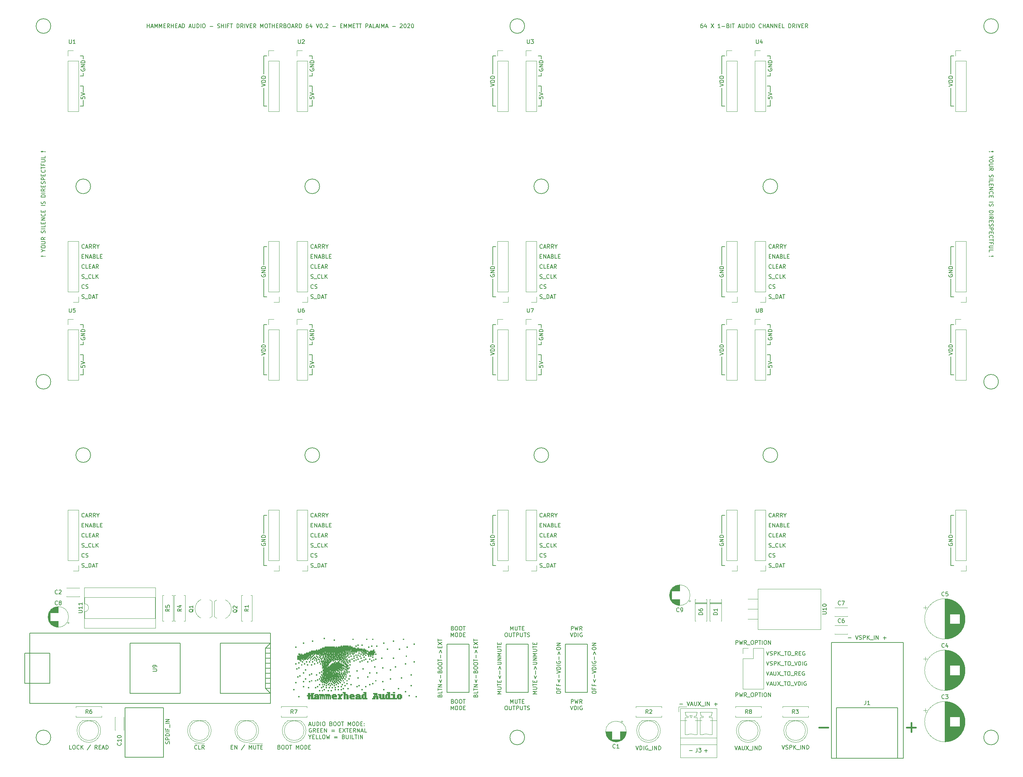
<source format=gbr>
G04 #@! TF.GenerationSoftware,KiCad,Pcbnew,(5.1.2-1)-1*
G04 #@! TF.CreationDate,2020-07-03T15:42:06-05:00*
G04 #@! TF.ProjectId,ShiftDriverMotherboard64,53686966-7444-4726-9976-65724d6f7468,rev?*
G04 #@! TF.SameCoordinates,Original*
G04 #@! TF.FileFunction,Legend,Top*
G04 #@! TF.FilePolarity,Positive*
%FSLAX46Y46*%
G04 Gerber Fmt 4.6, Leading zero omitted, Abs format (unit mm)*
G04 Created by KiCad (PCBNEW (5.1.2-1)-1) date 2020-07-03 15:42:06*
%MOMM*%
%LPD*%
G04 APERTURE LIST*
%ADD10C,0.150000*%
%ADD11C,0.120000*%
%ADD12C,0.010000*%
%ADD13C,0.203200*%
%ADD14C,0.450000*%
G04 APERTURE END LIST*
D10*
X15357142Y-73238095D02*
X15404761Y-73190476D01*
X15452380Y-73238095D01*
X15404761Y-73285714D01*
X15357142Y-73238095D01*
X15452380Y-73238095D01*
X15071428Y-73238095D02*
X14500000Y-73285714D01*
X14452380Y-73238095D01*
X14500000Y-73190476D01*
X15071428Y-73238095D01*
X14452380Y-73238095D01*
X14976190Y-71809523D02*
X15452380Y-71809523D01*
X14452380Y-72142857D02*
X14976190Y-71809523D01*
X14452380Y-71476190D01*
X14452380Y-70952380D02*
X14452380Y-70761904D01*
X14500000Y-70666666D01*
X14595238Y-70571428D01*
X14785714Y-70523809D01*
X15119047Y-70523809D01*
X15309523Y-70571428D01*
X15404761Y-70666666D01*
X15452380Y-70761904D01*
X15452380Y-70952380D01*
X15404761Y-71047619D01*
X15309523Y-71142857D01*
X15119047Y-71190476D01*
X14785714Y-71190476D01*
X14595238Y-71142857D01*
X14500000Y-71047619D01*
X14452380Y-70952380D01*
X14452380Y-70095238D02*
X15261904Y-70095238D01*
X15357142Y-70047619D01*
X15404761Y-70000000D01*
X15452380Y-69904761D01*
X15452380Y-69714285D01*
X15404761Y-69619047D01*
X15357142Y-69571428D01*
X15261904Y-69523809D01*
X14452380Y-69523809D01*
X15452380Y-68476190D02*
X14976190Y-68809523D01*
X15452380Y-69047619D02*
X14452380Y-69047619D01*
X14452380Y-68666666D01*
X14500000Y-68571428D01*
X14547619Y-68523809D01*
X14642857Y-68476190D01*
X14785714Y-68476190D01*
X14880952Y-68523809D01*
X14928571Y-68571428D01*
X14976190Y-68666666D01*
X14976190Y-69047619D01*
X15404761Y-67333333D02*
X15452380Y-67190476D01*
X15452380Y-66952380D01*
X15404761Y-66857142D01*
X15357142Y-66809523D01*
X15261904Y-66761904D01*
X15166666Y-66761904D01*
X15071428Y-66809523D01*
X15023809Y-66857142D01*
X14976190Y-66952380D01*
X14928571Y-67142857D01*
X14880952Y-67238095D01*
X14833333Y-67285714D01*
X14738095Y-67333333D01*
X14642857Y-67333333D01*
X14547619Y-67285714D01*
X14500000Y-67238095D01*
X14452380Y-67142857D01*
X14452380Y-66904761D01*
X14500000Y-66761904D01*
X15452380Y-66333333D02*
X14452380Y-66333333D01*
X15452380Y-65380952D02*
X15452380Y-65857142D01*
X14452380Y-65857142D01*
X14928571Y-65047619D02*
X14928571Y-64714285D01*
X15452380Y-64571428D02*
X15452380Y-65047619D01*
X14452380Y-65047619D01*
X14452380Y-64571428D01*
X15452380Y-64142857D02*
X14452380Y-64142857D01*
X15452380Y-63571428D01*
X14452380Y-63571428D01*
X15357142Y-62523809D02*
X15404761Y-62571428D01*
X15452380Y-62714285D01*
X15452380Y-62809523D01*
X15404761Y-62952380D01*
X15309523Y-63047619D01*
X15214285Y-63095238D01*
X15023809Y-63142857D01*
X14880952Y-63142857D01*
X14690476Y-63095238D01*
X14595238Y-63047619D01*
X14500000Y-62952380D01*
X14452380Y-62809523D01*
X14452380Y-62714285D01*
X14500000Y-62571428D01*
X14547619Y-62523809D01*
X14928571Y-62095238D02*
X14928571Y-61761904D01*
X15452380Y-61619047D02*
X15452380Y-62095238D01*
X14452380Y-62095238D01*
X14452380Y-61619047D01*
X15452380Y-60428571D02*
X14452380Y-60428571D01*
X15404761Y-60000000D02*
X15452380Y-59857142D01*
X15452380Y-59619047D01*
X15404761Y-59523809D01*
X15357142Y-59476190D01*
X15261904Y-59428571D01*
X15166666Y-59428571D01*
X15071428Y-59476190D01*
X15023809Y-59523809D01*
X14976190Y-59619047D01*
X14928571Y-59809523D01*
X14880952Y-59904761D01*
X14833333Y-59952380D01*
X14738095Y-60000000D01*
X14642857Y-60000000D01*
X14547619Y-59952380D01*
X14500000Y-59904761D01*
X14452380Y-59809523D01*
X14452380Y-59571428D01*
X14500000Y-59428571D01*
X15452380Y-58238095D02*
X14452380Y-58238095D01*
X14452380Y-58000000D01*
X14500000Y-57857142D01*
X14595238Y-57761904D01*
X14690476Y-57714285D01*
X14880952Y-57666666D01*
X15023809Y-57666666D01*
X15214285Y-57714285D01*
X15309523Y-57761904D01*
X15404761Y-57857142D01*
X15452380Y-58000000D01*
X15452380Y-58238095D01*
X15452380Y-57238095D02*
X14452380Y-57238095D01*
X15452380Y-56190476D02*
X14976190Y-56523809D01*
X15452380Y-56761904D02*
X14452380Y-56761904D01*
X14452380Y-56380952D01*
X14500000Y-56285714D01*
X14547619Y-56238095D01*
X14642857Y-56190476D01*
X14785714Y-56190476D01*
X14880952Y-56238095D01*
X14928571Y-56285714D01*
X14976190Y-56380952D01*
X14976190Y-56761904D01*
X14928571Y-55761904D02*
X14928571Y-55428571D01*
X15452380Y-55285714D02*
X15452380Y-55761904D01*
X14452380Y-55761904D01*
X14452380Y-55285714D01*
X15404761Y-54904761D02*
X15452380Y-54761904D01*
X15452380Y-54523809D01*
X15404761Y-54428571D01*
X15357142Y-54380952D01*
X15261904Y-54333333D01*
X15166666Y-54333333D01*
X15071428Y-54380952D01*
X15023809Y-54428571D01*
X14976190Y-54523809D01*
X14928571Y-54714285D01*
X14880952Y-54809523D01*
X14833333Y-54857142D01*
X14738095Y-54904761D01*
X14642857Y-54904761D01*
X14547619Y-54857142D01*
X14500000Y-54809523D01*
X14452380Y-54714285D01*
X14452380Y-54476190D01*
X14500000Y-54333333D01*
X15452380Y-53904761D02*
X14452380Y-53904761D01*
X14452380Y-53523809D01*
X14500000Y-53428571D01*
X14547619Y-53380952D01*
X14642857Y-53333333D01*
X14785714Y-53333333D01*
X14880952Y-53380952D01*
X14928571Y-53428571D01*
X14976190Y-53523809D01*
X14976190Y-53904761D01*
X14928571Y-52904761D02*
X14928571Y-52571428D01*
X15452380Y-52428571D02*
X15452380Y-52904761D01*
X14452380Y-52904761D01*
X14452380Y-52428571D01*
X15357142Y-51428571D02*
X15404761Y-51476190D01*
X15452380Y-51619047D01*
X15452380Y-51714285D01*
X15404761Y-51857142D01*
X15309523Y-51952380D01*
X15214285Y-52000000D01*
X15023809Y-52047619D01*
X14880952Y-52047619D01*
X14690476Y-52000000D01*
X14595238Y-51952380D01*
X14500000Y-51857142D01*
X14452380Y-51714285D01*
X14452380Y-51619047D01*
X14500000Y-51476190D01*
X14547619Y-51428571D01*
X14452380Y-51142857D02*
X14452380Y-50571428D01*
X15452380Y-50857142D02*
X14452380Y-50857142D01*
X14928571Y-49904761D02*
X14928571Y-50238095D01*
X15452380Y-50238095D02*
X14452380Y-50238095D01*
X14452380Y-49761904D01*
X14452380Y-49380952D02*
X15261904Y-49380952D01*
X15357142Y-49333333D01*
X15404761Y-49285714D01*
X15452380Y-49190476D01*
X15452380Y-49000000D01*
X15404761Y-48904761D01*
X15357142Y-48857142D01*
X15261904Y-48809523D01*
X14452380Y-48809523D01*
X15452380Y-47857142D02*
X15452380Y-48333333D01*
X14452380Y-48333333D01*
X15357142Y-46761904D02*
X15404761Y-46714285D01*
X15452380Y-46761904D01*
X15404761Y-46809523D01*
X15357142Y-46761904D01*
X15452380Y-46761904D01*
X15071428Y-46761904D02*
X14500000Y-46809523D01*
X14452380Y-46761904D01*
X14500000Y-46714285D01*
X15071428Y-46761904D01*
X14452380Y-46761904D01*
X254642857Y-46761904D02*
X254595238Y-46809523D01*
X254547619Y-46761904D01*
X254595238Y-46714285D01*
X254642857Y-46761904D01*
X254547619Y-46761904D01*
X254928571Y-46761904D02*
X255500000Y-46714285D01*
X255547619Y-46761904D01*
X255500000Y-46809523D01*
X254928571Y-46761904D01*
X255547619Y-46761904D01*
X255023809Y-48190476D02*
X254547619Y-48190476D01*
X255547619Y-47857142D02*
X255023809Y-48190476D01*
X255547619Y-48523809D01*
X255547619Y-49047619D02*
X255547619Y-49238095D01*
X255500000Y-49333333D01*
X255404761Y-49428571D01*
X255214285Y-49476190D01*
X254880952Y-49476190D01*
X254690476Y-49428571D01*
X254595238Y-49333333D01*
X254547619Y-49238095D01*
X254547619Y-49047619D01*
X254595238Y-48952380D01*
X254690476Y-48857142D01*
X254880952Y-48809523D01*
X255214285Y-48809523D01*
X255404761Y-48857142D01*
X255500000Y-48952380D01*
X255547619Y-49047619D01*
X255547619Y-49904761D02*
X254738095Y-49904761D01*
X254642857Y-49952380D01*
X254595238Y-50000000D01*
X254547619Y-50095238D01*
X254547619Y-50285714D01*
X254595238Y-50380952D01*
X254642857Y-50428571D01*
X254738095Y-50476190D01*
X255547619Y-50476190D01*
X254547619Y-51523809D02*
X255023809Y-51190476D01*
X254547619Y-50952380D02*
X255547619Y-50952380D01*
X255547619Y-51333333D01*
X255500000Y-51428571D01*
X255452380Y-51476190D01*
X255357142Y-51523809D01*
X255214285Y-51523809D01*
X255119047Y-51476190D01*
X255071428Y-51428571D01*
X255023809Y-51333333D01*
X255023809Y-50952380D01*
X254595238Y-52666666D02*
X254547619Y-52809523D01*
X254547619Y-53047619D01*
X254595238Y-53142857D01*
X254642857Y-53190476D01*
X254738095Y-53238095D01*
X254833333Y-53238095D01*
X254928571Y-53190476D01*
X254976190Y-53142857D01*
X255023809Y-53047619D01*
X255071428Y-52857142D01*
X255119047Y-52761904D01*
X255166666Y-52714285D01*
X255261904Y-52666666D01*
X255357142Y-52666666D01*
X255452380Y-52714285D01*
X255500000Y-52761904D01*
X255547619Y-52857142D01*
X255547619Y-53095238D01*
X255500000Y-53238095D01*
X254547619Y-53666666D02*
X255547619Y-53666666D01*
X254547619Y-54619047D02*
X254547619Y-54142857D01*
X255547619Y-54142857D01*
X255071428Y-54952380D02*
X255071428Y-55285714D01*
X254547619Y-55428571D02*
X254547619Y-54952380D01*
X255547619Y-54952380D01*
X255547619Y-55428571D01*
X254547619Y-55857142D02*
X255547619Y-55857142D01*
X254547619Y-56428571D01*
X255547619Y-56428571D01*
X254642857Y-57476190D02*
X254595238Y-57428571D01*
X254547619Y-57285714D01*
X254547619Y-57190476D01*
X254595238Y-57047619D01*
X254690476Y-56952380D01*
X254785714Y-56904761D01*
X254976190Y-56857142D01*
X255119047Y-56857142D01*
X255309523Y-56904761D01*
X255404761Y-56952380D01*
X255500000Y-57047619D01*
X255547619Y-57190476D01*
X255547619Y-57285714D01*
X255500000Y-57428571D01*
X255452380Y-57476190D01*
X255071428Y-57904761D02*
X255071428Y-58238095D01*
X254547619Y-58380952D02*
X254547619Y-57904761D01*
X255547619Y-57904761D01*
X255547619Y-58380952D01*
X254547619Y-59571428D02*
X255547619Y-59571428D01*
X254595238Y-60000000D02*
X254547619Y-60142857D01*
X254547619Y-60380952D01*
X254595238Y-60476190D01*
X254642857Y-60523809D01*
X254738095Y-60571428D01*
X254833333Y-60571428D01*
X254928571Y-60523809D01*
X254976190Y-60476190D01*
X255023809Y-60380952D01*
X255071428Y-60190476D01*
X255119047Y-60095238D01*
X255166666Y-60047619D01*
X255261904Y-60000000D01*
X255357142Y-60000000D01*
X255452380Y-60047619D01*
X255500000Y-60095238D01*
X255547619Y-60190476D01*
X255547619Y-60428571D01*
X255500000Y-60571428D01*
X254547619Y-61761904D02*
X255547619Y-61761904D01*
X255547619Y-62000000D01*
X255500000Y-62142857D01*
X255404761Y-62238095D01*
X255309523Y-62285714D01*
X255119047Y-62333333D01*
X254976190Y-62333333D01*
X254785714Y-62285714D01*
X254690476Y-62238095D01*
X254595238Y-62142857D01*
X254547619Y-62000000D01*
X254547619Y-61761904D01*
X254547619Y-62761904D02*
X255547619Y-62761904D01*
X254547619Y-63809523D02*
X255023809Y-63476190D01*
X254547619Y-63238095D02*
X255547619Y-63238095D01*
X255547619Y-63619047D01*
X255500000Y-63714285D01*
X255452380Y-63761904D01*
X255357142Y-63809523D01*
X255214285Y-63809523D01*
X255119047Y-63761904D01*
X255071428Y-63714285D01*
X255023809Y-63619047D01*
X255023809Y-63238095D01*
X255071428Y-64238095D02*
X255071428Y-64571428D01*
X254547619Y-64714285D02*
X254547619Y-64238095D01*
X255547619Y-64238095D01*
X255547619Y-64714285D01*
X254595238Y-65095238D02*
X254547619Y-65238095D01*
X254547619Y-65476190D01*
X254595238Y-65571428D01*
X254642857Y-65619047D01*
X254738095Y-65666666D01*
X254833333Y-65666666D01*
X254928571Y-65619047D01*
X254976190Y-65571428D01*
X255023809Y-65476190D01*
X255071428Y-65285714D01*
X255119047Y-65190476D01*
X255166666Y-65142857D01*
X255261904Y-65095238D01*
X255357142Y-65095238D01*
X255452380Y-65142857D01*
X255500000Y-65190476D01*
X255547619Y-65285714D01*
X255547619Y-65523809D01*
X255500000Y-65666666D01*
X254547619Y-66095238D02*
X255547619Y-66095238D01*
X255547619Y-66476190D01*
X255500000Y-66571428D01*
X255452380Y-66619047D01*
X255357142Y-66666666D01*
X255214285Y-66666666D01*
X255119047Y-66619047D01*
X255071428Y-66571428D01*
X255023809Y-66476190D01*
X255023809Y-66095238D01*
X255071428Y-67095238D02*
X255071428Y-67428571D01*
X254547619Y-67571428D02*
X254547619Y-67095238D01*
X255547619Y-67095238D01*
X255547619Y-67571428D01*
X254642857Y-68571428D02*
X254595238Y-68523809D01*
X254547619Y-68380952D01*
X254547619Y-68285714D01*
X254595238Y-68142857D01*
X254690476Y-68047619D01*
X254785714Y-68000000D01*
X254976190Y-67952380D01*
X255119047Y-67952380D01*
X255309523Y-68000000D01*
X255404761Y-68047619D01*
X255500000Y-68142857D01*
X255547619Y-68285714D01*
X255547619Y-68380952D01*
X255500000Y-68523809D01*
X255452380Y-68571428D01*
X255547619Y-68857142D02*
X255547619Y-69428571D01*
X254547619Y-69142857D02*
X255547619Y-69142857D01*
X255071428Y-70095238D02*
X255071428Y-69761904D01*
X254547619Y-69761904D02*
X255547619Y-69761904D01*
X255547619Y-70238095D01*
X255547619Y-70619047D02*
X254738095Y-70619047D01*
X254642857Y-70666666D01*
X254595238Y-70714285D01*
X254547619Y-70809523D01*
X254547619Y-71000000D01*
X254595238Y-71095238D01*
X254642857Y-71142857D01*
X254738095Y-71190476D01*
X255547619Y-71190476D01*
X254547619Y-72142857D02*
X254547619Y-71666666D01*
X255547619Y-71666666D01*
X254642857Y-73238095D02*
X254595238Y-73285714D01*
X254547619Y-73238095D01*
X254595238Y-73190476D01*
X254642857Y-73238095D01*
X254547619Y-73238095D01*
X254928571Y-73238095D02*
X255500000Y-73190476D01*
X255547619Y-73238095D01*
X255500000Y-73285714D01*
X254928571Y-73238095D01*
X255547619Y-73238095D01*
X181928571Y-14452380D02*
X181738095Y-14452380D01*
X181642857Y-14500000D01*
X181595238Y-14547619D01*
X181500000Y-14690476D01*
X181452380Y-14880952D01*
X181452380Y-15261904D01*
X181500000Y-15357142D01*
X181547619Y-15404761D01*
X181642857Y-15452380D01*
X181833333Y-15452380D01*
X181928571Y-15404761D01*
X181976190Y-15357142D01*
X182023809Y-15261904D01*
X182023809Y-15023809D01*
X181976190Y-14928571D01*
X181928571Y-14880952D01*
X181833333Y-14833333D01*
X181642857Y-14833333D01*
X181547619Y-14880952D01*
X181500000Y-14928571D01*
X181452380Y-15023809D01*
X182880952Y-14785714D02*
X182880952Y-15452380D01*
X182642857Y-14404761D02*
X182404761Y-15119047D01*
X183023809Y-15119047D01*
X184071428Y-14452380D02*
X184738095Y-15452380D01*
X184738095Y-14452380D02*
X184071428Y-15452380D01*
X186404761Y-15452380D02*
X185833333Y-15452380D01*
X186119047Y-15452380D02*
X186119047Y-14452380D01*
X186023809Y-14595238D01*
X185928571Y-14690476D01*
X185833333Y-14738095D01*
X186833333Y-15071428D02*
X187595238Y-15071428D01*
X188404761Y-14928571D02*
X188547619Y-14976190D01*
X188595238Y-15023809D01*
X188642857Y-15119047D01*
X188642857Y-15261904D01*
X188595238Y-15357142D01*
X188547619Y-15404761D01*
X188452380Y-15452380D01*
X188071428Y-15452380D01*
X188071428Y-14452380D01*
X188404761Y-14452380D01*
X188500000Y-14500000D01*
X188547619Y-14547619D01*
X188595238Y-14642857D01*
X188595238Y-14738095D01*
X188547619Y-14833333D01*
X188500000Y-14880952D01*
X188404761Y-14928571D01*
X188071428Y-14928571D01*
X189071428Y-15452380D02*
X189071428Y-14452380D01*
X189404761Y-14452380D02*
X189976190Y-14452380D01*
X189690476Y-15452380D02*
X189690476Y-14452380D01*
X191023809Y-15166666D02*
X191500000Y-15166666D01*
X190928571Y-15452380D02*
X191261904Y-14452380D01*
X191595238Y-15452380D01*
X191928571Y-14452380D02*
X191928571Y-15261904D01*
X191976190Y-15357142D01*
X192023809Y-15404761D01*
X192119047Y-15452380D01*
X192309523Y-15452380D01*
X192404761Y-15404761D01*
X192452380Y-15357142D01*
X192500000Y-15261904D01*
X192500000Y-14452380D01*
X192976190Y-15452380D02*
X192976190Y-14452380D01*
X193214285Y-14452380D01*
X193357142Y-14500000D01*
X193452380Y-14595238D01*
X193500000Y-14690476D01*
X193547619Y-14880952D01*
X193547619Y-15023809D01*
X193500000Y-15214285D01*
X193452380Y-15309523D01*
X193357142Y-15404761D01*
X193214285Y-15452380D01*
X192976190Y-15452380D01*
X193976190Y-15452380D02*
X193976190Y-14452380D01*
X194642857Y-14452380D02*
X194833333Y-14452380D01*
X194928571Y-14500000D01*
X195023809Y-14595238D01*
X195071428Y-14785714D01*
X195071428Y-15119047D01*
X195023809Y-15309523D01*
X194928571Y-15404761D01*
X194833333Y-15452380D01*
X194642857Y-15452380D01*
X194547619Y-15404761D01*
X194452380Y-15309523D01*
X194404761Y-15119047D01*
X194404761Y-14785714D01*
X194452380Y-14595238D01*
X194547619Y-14500000D01*
X194642857Y-14452380D01*
X196833333Y-15357142D02*
X196785714Y-15404761D01*
X196642857Y-15452380D01*
X196547619Y-15452380D01*
X196404761Y-15404761D01*
X196309523Y-15309523D01*
X196261904Y-15214285D01*
X196214285Y-15023809D01*
X196214285Y-14880952D01*
X196261904Y-14690476D01*
X196309523Y-14595238D01*
X196404761Y-14500000D01*
X196547619Y-14452380D01*
X196642857Y-14452380D01*
X196785714Y-14500000D01*
X196833333Y-14547619D01*
X197261904Y-15452380D02*
X197261904Y-14452380D01*
X197261904Y-14928571D02*
X197833333Y-14928571D01*
X197833333Y-15452380D02*
X197833333Y-14452380D01*
X198261904Y-15166666D02*
X198738095Y-15166666D01*
X198166666Y-15452380D02*
X198500000Y-14452380D01*
X198833333Y-15452380D01*
X199166666Y-15452380D02*
X199166666Y-14452380D01*
X199738095Y-15452380D01*
X199738095Y-14452380D01*
X200214285Y-15452380D02*
X200214285Y-14452380D01*
X200785714Y-15452380D01*
X200785714Y-14452380D01*
X201261904Y-14928571D02*
X201595238Y-14928571D01*
X201738095Y-15452380D02*
X201261904Y-15452380D01*
X201261904Y-14452380D01*
X201738095Y-14452380D01*
X202642857Y-15452380D02*
X202166666Y-15452380D01*
X202166666Y-14452380D01*
X203738095Y-15452380D02*
X203738095Y-14452380D01*
X203976190Y-14452380D01*
X204119047Y-14500000D01*
X204214285Y-14595238D01*
X204261904Y-14690476D01*
X204309523Y-14880952D01*
X204309523Y-15023809D01*
X204261904Y-15214285D01*
X204214285Y-15309523D01*
X204119047Y-15404761D01*
X203976190Y-15452380D01*
X203738095Y-15452380D01*
X205309523Y-15452380D02*
X204976190Y-14976190D01*
X204738095Y-15452380D02*
X204738095Y-14452380D01*
X205119047Y-14452380D01*
X205214285Y-14500000D01*
X205261904Y-14547619D01*
X205309523Y-14642857D01*
X205309523Y-14785714D01*
X205261904Y-14880952D01*
X205214285Y-14928571D01*
X205119047Y-14976190D01*
X204738095Y-14976190D01*
X205738095Y-15452380D02*
X205738095Y-14452380D01*
X206071428Y-14452380D02*
X206404761Y-15452380D01*
X206738095Y-14452380D01*
X207071428Y-14928571D02*
X207404761Y-14928571D01*
X207547619Y-15452380D02*
X207071428Y-15452380D01*
X207071428Y-14452380D01*
X207547619Y-14452380D01*
X208547619Y-15452380D02*
X208214285Y-14976190D01*
X207976190Y-15452380D02*
X207976190Y-14452380D01*
X208357142Y-14452380D01*
X208452380Y-14500000D01*
X208500000Y-14547619D01*
X208547619Y-14642857D01*
X208547619Y-14785714D01*
X208500000Y-14880952D01*
X208452380Y-14928571D01*
X208357142Y-14976190D01*
X207976190Y-14976190D01*
X41285714Y-15452380D02*
X41285714Y-14452380D01*
X41285714Y-14928571D02*
X41857142Y-14928571D01*
X41857142Y-15452380D02*
X41857142Y-14452380D01*
X42285714Y-15166666D02*
X42761904Y-15166666D01*
X42190476Y-15452380D02*
X42523809Y-14452380D01*
X42857142Y-15452380D01*
X43190476Y-15452380D02*
X43190476Y-14452380D01*
X43523809Y-15166666D01*
X43857142Y-14452380D01*
X43857142Y-15452380D01*
X44333333Y-15452380D02*
X44333333Y-14452380D01*
X44666666Y-15166666D01*
X45000000Y-14452380D01*
X45000000Y-15452380D01*
X45476190Y-14928571D02*
X45809523Y-14928571D01*
X45952380Y-15452380D02*
X45476190Y-15452380D01*
X45476190Y-14452380D01*
X45952380Y-14452380D01*
X46952380Y-15452380D02*
X46619047Y-14976190D01*
X46380952Y-15452380D02*
X46380952Y-14452380D01*
X46761904Y-14452380D01*
X46857142Y-14500000D01*
X46904761Y-14547619D01*
X46952380Y-14642857D01*
X46952380Y-14785714D01*
X46904761Y-14880952D01*
X46857142Y-14928571D01*
X46761904Y-14976190D01*
X46380952Y-14976190D01*
X47380952Y-15452380D02*
X47380952Y-14452380D01*
X47380952Y-14928571D02*
X47952380Y-14928571D01*
X47952380Y-15452380D02*
X47952380Y-14452380D01*
X48428571Y-14928571D02*
X48761904Y-14928571D01*
X48904761Y-15452380D02*
X48428571Y-15452380D01*
X48428571Y-14452380D01*
X48904761Y-14452380D01*
X49285714Y-15166666D02*
X49761904Y-15166666D01*
X49190476Y-15452380D02*
X49523809Y-14452380D01*
X49857142Y-15452380D01*
X50190476Y-15452380D02*
X50190476Y-14452380D01*
X50428571Y-14452380D01*
X50571428Y-14500000D01*
X50666666Y-14595238D01*
X50714285Y-14690476D01*
X50761904Y-14880952D01*
X50761904Y-15023809D01*
X50714285Y-15214285D01*
X50666666Y-15309523D01*
X50571428Y-15404761D01*
X50428571Y-15452380D01*
X50190476Y-15452380D01*
X51904761Y-15166666D02*
X52380952Y-15166666D01*
X51809523Y-15452380D02*
X52142857Y-14452380D01*
X52476190Y-15452380D01*
X52809523Y-14452380D02*
X52809523Y-15261904D01*
X52857142Y-15357142D01*
X52904761Y-15404761D01*
X53000000Y-15452380D01*
X53190476Y-15452380D01*
X53285714Y-15404761D01*
X53333333Y-15357142D01*
X53380952Y-15261904D01*
X53380952Y-14452380D01*
X53857142Y-15452380D02*
X53857142Y-14452380D01*
X54095238Y-14452380D01*
X54238095Y-14500000D01*
X54333333Y-14595238D01*
X54380952Y-14690476D01*
X54428571Y-14880952D01*
X54428571Y-15023809D01*
X54380952Y-15214285D01*
X54333333Y-15309523D01*
X54238095Y-15404761D01*
X54095238Y-15452380D01*
X53857142Y-15452380D01*
X54857142Y-15452380D02*
X54857142Y-14452380D01*
X55523809Y-14452380D02*
X55714285Y-14452380D01*
X55809523Y-14500000D01*
X55904761Y-14595238D01*
X55952380Y-14785714D01*
X55952380Y-15119047D01*
X55904761Y-15309523D01*
X55809523Y-15404761D01*
X55714285Y-15452380D01*
X55523809Y-15452380D01*
X55428571Y-15404761D01*
X55333333Y-15309523D01*
X55285714Y-15119047D01*
X55285714Y-14785714D01*
X55333333Y-14595238D01*
X55428571Y-14500000D01*
X55523809Y-14452380D01*
X57142857Y-15071428D02*
X57904761Y-15071428D01*
X59095238Y-15404761D02*
X59238095Y-15452380D01*
X59476190Y-15452380D01*
X59571428Y-15404761D01*
X59619047Y-15357142D01*
X59666666Y-15261904D01*
X59666666Y-15166666D01*
X59619047Y-15071428D01*
X59571428Y-15023809D01*
X59476190Y-14976190D01*
X59285714Y-14928571D01*
X59190476Y-14880952D01*
X59142857Y-14833333D01*
X59095238Y-14738095D01*
X59095238Y-14642857D01*
X59142857Y-14547619D01*
X59190476Y-14500000D01*
X59285714Y-14452380D01*
X59523809Y-14452380D01*
X59666666Y-14500000D01*
X60095238Y-15452380D02*
X60095238Y-14452380D01*
X60095238Y-14928571D02*
X60666666Y-14928571D01*
X60666666Y-15452380D02*
X60666666Y-14452380D01*
X61142857Y-15452380D02*
X61142857Y-14452380D01*
X61952380Y-14928571D02*
X61619047Y-14928571D01*
X61619047Y-15452380D02*
X61619047Y-14452380D01*
X62095238Y-14452380D01*
X62333333Y-14452380D02*
X62904761Y-14452380D01*
X62619047Y-15452380D02*
X62619047Y-14452380D01*
X64000000Y-15452380D02*
X64000000Y-14452380D01*
X64238095Y-14452380D01*
X64380952Y-14500000D01*
X64476190Y-14595238D01*
X64523809Y-14690476D01*
X64571428Y-14880952D01*
X64571428Y-15023809D01*
X64523809Y-15214285D01*
X64476190Y-15309523D01*
X64380952Y-15404761D01*
X64238095Y-15452380D01*
X64000000Y-15452380D01*
X65571428Y-15452380D02*
X65238095Y-14976190D01*
X65000000Y-15452380D02*
X65000000Y-14452380D01*
X65380952Y-14452380D01*
X65476190Y-14500000D01*
X65523809Y-14547619D01*
X65571428Y-14642857D01*
X65571428Y-14785714D01*
X65523809Y-14880952D01*
X65476190Y-14928571D01*
X65380952Y-14976190D01*
X65000000Y-14976190D01*
X66000000Y-15452380D02*
X66000000Y-14452380D01*
X66333333Y-14452380D02*
X66666666Y-15452380D01*
X67000000Y-14452380D01*
X67333333Y-14928571D02*
X67666666Y-14928571D01*
X67809523Y-15452380D02*
X67333333Y-15452380D01*
X67333333Y-14452380D01*
X67809523Y-14452380D01*
X68809523Y-15452380D02*
X68476190Y-14976190D01*
X68238095Y-15452380D02*
X68238095Y-14452380D01*
X68619047Y-14452380D01*
X68714285Y-14500000D01*
X68761904Y-14547619D01*
X68809523Y-14642857D01*
X68809523Y-14785714D01*
X68761904Y-14880952D01*
X68714285Y-14928571D01*
X68619047Y-14976190D01*
X68238095Y-14976190D01*
X70000000Y-15452380D02*
X70000000Y-14452380D01*
X70333333Y-15166666D01*
X70666666Y-14452380D01*
X70666666Y-15452380D01*
X71333333Y-14452380D02*
X71523809Y-14452380D01*
X71619047Y-14500000D01*
X71714285Y-14595238D01*
X71761904Y-14785714D01*
X71761904Y-15119047D01*
X71714285Y-15309523D01*
X71619047Y-15404761D01*
X71523809Y-15452380D01*
X71333333Y-15452380D01*
X71238095Y-15404761D01*
X71142857Y-15309523D01*
X71095238Y-15119047D01*
X71095238Y-14785714D01*
X71142857Y-14595238D01*
X71238095Y-14500000D01*
X71333333Y-14452380D01*
X72047619Y-14452380D02*
X72619047Y-14452380D01*
X72333333Y-15452380D02*
X72333333Y-14452380D01*
X72952380Y-15452380D02*
X72952380Y-14452380D01*
X72952380Y-14928571D02*
X73523809Y-14928571D01*
X73523809Y-15452380D02*
X73523809Y-14452380D01*
X74000000Y-14928571D02*
X74333333Y-14928571D01*
X74476190Y-15452380D02*
X74000000Y-15452380D01*
X74000000Y-14452380D01*
X74476190Y-14452380D01*
X75476190Y-15452380D02*
X75142857Y-14976190D01*
X74904761Y-15452380D02*
X74904761Y-14452380D01*
X75285714Y-14452380D01*
X75380952Y-14500000D01*
X75428571Y-14547619D01*
X75476190Y-14642857D01*
X75476190Y-14785714D01*
X75428571Y-14880952D01*
X75380952Y-14928571D01*
X75285714Y-14976190D01*
X74904761Y-14976190D01*
X76238095Y-14928571D02*
X76380952Y-14976190D01*
X76428571Y-15023809D01*
X76476190Y-15119047D01*
X76476190Y-15261904D01*
X76428571Y-15357142D01*
X76380952Y-15404761D01*
X76285714Y-15452380D01*
X75904761Y-15452380D01*
X75904761Y-14452380D01*
X76238095Y-14452380D01*
X76333333Y-14500000D01*
X76380952Y-14547619D01*
X76428571Y-14642857D01*
X76428571Y-14738095D01*
X76380952Y-14833333D01*
X76333333Y-14880952D01*
X76238095Y-14928571D01*
X75904761Y-14928571D01*
X77095238Y-14452380D02*
X77285714Y-14452380D01*
X77380952Y-14500000D01*
X77476190Y-14595238D01*
X77523809Y-14785714D01*
X77523809Y-15119047D01*
X77476190Y-15309523D01*
X77380952Y-15404761D01*
X77285714Y-15452380D01*
X77095238Y-15452380D01*
X77000000Y-15404761D01*
X76904761Y-15309523D01*
X76857142Y-15119047D01*
X76857142Y-14785714D01*
X76904761Y-14595238D01*
X77000000Y-14500000D01*
X77095238Y-14452380D01*
X77904761Y-15166666D02*
X78380952Y-15166666D01*
X77809523Y-15452380D02*
X78142857Y-14452380D01*
X78476190Y-15452380D01*
X79380952Y-15452380D02*
X79047619Y-14976190D01*
X78809523Y-15452380D02*
X78809523Y-14452380D01*
X79190476Y-14452380D01*
X79285714Y-14500000D01*
X79333333Y-14547619D01*
X79380952Y-14642857D01*
X79380952Y-14785714D01*
X79333333Y-14880952D01*
X79285714Y-14928571D01*
X79190476Y-14976190D01*
X78809523Y-14976190D01*
X79809523Y-15452380D02*
X79809523Y-14452380D01*
X80047619Y-14452380D01*
X80190476Y-14500000D01*
X80285714Y-14595238D01*
X80333333Y-14690476D01*
X80380952Y-14880952D01*
X80380952Y-15023809D01*
X80333333Y-15214285D01*
X80285714Y-15309523D01*
X80190476Y-15404761D01*
X80047619Y-15452380D01*
X79809523Y-15452380D01*
X82000000Y-14452380D02*
X81809523Y-14452380D01*
X81714285Y-14500000D01*
X81666666Y-14547619D01*
X81571428Y-14690476D01*
X81523809Y-14880952D01*
X81523809Y-15261904D01*
X81571428Y-15357142D01*
X81619047Y-15404761D01*
X81714285Y-15452380D01*
X81904761Y-15452380D01*
X82000000Y-15404761D01*
X82047619Y-15357142D01*
X82095238Y-15261904D01*
X82095238Y-15023809D01*
X82047619Y-14928571D01*
X82000000Y-14880952D01*
X81904761Y-14833333D01*
X81714285Y-14833333D01*
X81619047Y-14880952D01*
X81571428Y-14928571D01*
X81523809Y-15023809D01*
X82952380Y-14785714D02*
X82952380Y-15452380D01*
X82714285Y-14404761D02*
X82476190Y-15119047D01*
X83095238Y-15119047D01*
X84095238Y-14452380D02*
X84428571Y-15452380D01*
X84761904Y-14452380D01*
X85285714Y-14452380D02*
X85380952Y-14452380D01*
X85476190Y-14500000D01*
X85523809Y-14547619D01*
X85571428Y-14642857D01*
X85619047Y-14833333D01*
X85619047Y-15071428D01*
X85571428Y-15261904D01*
X85523809Y-15357142D01*
X85476190Y-15404761D01*
X85380952Y-15452380D01*
X85285714Y-15452380D01*
X85190476Y-15404761D01*
X85142857Y-15357142D01*
X85095238Y-15261904D01*
X85047619Y-15071428D01*
X85047619Y-14833333D01*
X85095238Y-14642857D01*
X85142857Y-14547619D01*
X85190476Y-14500000D01*
X85285714Y-14452380D01*
X86047619Y-15357142D02*
X86095238Y-15404761D01*
X86047619Y-15452380D01*
X86000000Y-15404761D01*
X86047619Y-15357142D01*
X86047619Y-15452380D01*
X86476190Y-14547619D02*
X86523809Y-14500000D01*
X86619047Y-14452380D01*
X86857142Y-14452380D01*
X86952380Y-14500000D01*
X87000000Y-14547619D01*
X87047619Y-14642857D01*
X87047619Y-14738095D01*
X87000000Y-14880952D01*
X86428571Y-15452380D01*
X87047619Y-15452380D01*
X88238095Y-15071428D02*
X89000000Y-15071428D01*
X90238095Y-14928571D02*
X90571428Y-14928571D01*
X90714285Y-15452380D02*
X90238095Y-15452380D01*
X90238095Y-14452380D01*
X90714285Y-14452380D01*
X91142857Y-15452380D02*
X91142857Y-14452380D01*
X91476190Y-15166666D01*
X91809523Y-14452380D01*
X91809523Y-15452380D01*
X92285714Y-15452380D02*
X92285714Y-14452380D01*
X92619047Y-15166666D01*
X92952380Y-14452380D01*
X92952380Y-15452380D01*
X93428571Y-14928571D02*
X93761904Y-14928571D01*
X93904761Y-15452380D02*
X93428571Y-15452380D01*
X93428571Y-14452380D01*
X93904761Y-14452380D01*
X94190476Y-14452380D02*
X94761904Y-14452380D01*
X94476190Y-15452380D02*
X94476190Y-14452380D01*
X94952380Y-14452380D02*
X95523809Y-14452380D01*
X95238095Y-15452380D02*
X95238095Y-14452380D01*
X96619047Y-15452380D02*
X96619047Y-14452380D01*
X97000000Y-14452380D01*
X97095238Y-14500000D01*
X97142857Y-14547619D01*
X97190476Y-14642857D01*
X97190476Y-14785714D01*
X97142857Y-14880952D01*
X97095238Y-14928571D01*
X97000000Y-14976190D01*
X96619047Y-14976190D01*
X97571428Y-15166666D02*
X98047619Y-15166666D01*
X97476190Y-15452380D02*
X97809523Y-14452380D01*
X98142857Y-15452380D01*
X98952380Y-15452380D02*
X98476190Y-15452380D01*
X98476190Y-14452380D01*
X99238095Y-15166666D02*
X99714285Y-15166666D01*
X99142857Y-15452380D02*
X99476190Y-14452380D01*
X99809523Y-15452380D01*
X100142857Y-15452380D02*
X100142857Y-14452380D01*
X100619047Y-15452380D02*
X100619047Y-14452380D01*
X100952380Y-15166666D01*
X101285714Y-14452380D01*
X101285714Y-15452380D01*
X101714285Y-15166666D02*
X102190476Y-15166666D01*
X101619047Y-15452380D02*
X101952380Y-14452380D01*
X102285714Y-15452380D01*
X103380952Y-15071428D02*
X104142857Y-15071428D01*
X105333333Y-14547619D02*
X105380952Y-14500000D01*
X105476190Y-14452380D01*
X105714285Y-14452380D01*
X105809523Y-14500000D01*
X105857142Y-14547619D01*
X105904761Y-14642857D01*
X105904761Y-14738095D01*
X105857142Y-14880952D01*
X105285714Y-15452380D01*
X105904761Y-15452380D01*
X106523809Y-14452380D02*
X106619047Y-14452380D01*
X106714285Y-14500000D01*
X106761904Y-14547619D01*
X106809523Y-14642857D01*
X106857142Y-14833333D01*
X106857142Y-15071428D01*
X106809523Y-15261904D01*
X106761904Y-15357142D01*
X106714285Y-15404761D01*
X106619047Y-15452380D01*
X106523809Y-15452380D01*
X106428571Y-15404761D01*
X106380952Y-15357142D01*
X106333333Y-15261904D01*
X106285714Y-15071428D01*
X106285714Y-14833333D01*
X106333333Y-14642857D01*
X106380952Y-14547619D01*
X106428571Y-14500000D01*
X106523809Y-14452380D01*
X107238095Y-14547619D02*
X107285714Y-14500000D01*
X107380952Y-14452380D01*
X107619047Y-14452380D01*
X107714285Y-14500000D01*
X107761904Y-14547619D01*
X107809523Y-14642857D01*
X107809523Y-14738095D01*
X107761904Y-14880952D01*
X107190476Y-15452380D01*
X107809523Y-15452380D01*
X108428571Y-14452380D02*
X108523809Y-14452380D01*
X108619047Y-14500000D01*
X108666666Y-14547619D01*
X108714285Y-14642857D01*
X108761904Y-14833333D01*
X108761904Y-15071428D01*
X108714285Y-15261904D01*
X108666666Y-15357142D01*
X108619047Y-15404761D01*
X108523809Y-15452380D01*
X108428571Y-15452380D01*
X108333333Y-15404761D01*
X108285714Y-15357142D01*
X108238095Y-15261904D01*
X108190476Y-15071428D01*
X108190476Y-14833333D01*
X108238095Y-14642857D01*
X108285714Y-14547619D01*
X108333333Y-14500000D01*
X108428571Y-14452380D01*
X190345238Y-184702380D02*
X190345238Y-183702380D01*
X190726190Y-183702380D01*
X190821428Y-183750000D01*
X190869047Y-183797619D01*
X190916666Y-183892857D01*
X190916666Y-184035714D01*
X190869047Y-184130952D01*
X190821428Y-184178571D01*
X190726190Y-184226190D01*
X190345238Y-184226190D01*
X191250000Y-183702380D02*
X191488095Y-184702380D01*
X191678571Y-183988095D01*
X191869047Y-184702380D01*
X192107142Y-183702380D01*
X193059523Y-184702380D02*
X192726190Y-184226190D01*
X192488095Y-184702380D02*
X192488095Y-183702380D01*
X192869047Y-183702380D01*
X192964285Y-183750000D01*
X193011904Y-183797619D01*
X193059523Y-183892857D01*
X193059523Y-184035714D01*
X193011904Y-184130952D01*
X192964285Y-184178571D01*
X192869047Y-184226190D01*
X192488095Y-184226190D01*
X193250000Y-184797619D02*
X194011904Y-184797619D01*
X194440476Y-183702380D02*
X194630952Y-183702380D01*
X194726190Y-183750000D01*
X194821428Y-183845238D01*
X194869047Y-184035714D01*
X194869047Y-184369047D01*
X194821428Y-184559523D01*
X194726190Y-184654761D01*
X194630952Y-184702380D01*
X194440476Y-184702380D01*
X194345238Y-184654761D01*
X194250000Y-184559523D01*
X194202380Y-184369047D01*
X194202380Y-184035714D01*
X194250000Y-183845238D01*
X194345238Y-183750000D01*
X194440476Y-183702380D01*
X195297619Y-184702380D02*
X195297619Y-183702380D01*
X195678571Y-183702380D01*
X195773809Y-183750000D01*
X195821428Y-183797619D01*
X195869047Y-183892857D01*
X195869047Y-184035714D01*
X195821428Y-184130952D01*
X195773809Y-184178571D01*
X195678571Y-184226190D01*
X195297619Y-184226190D01*
X196154761Y-183702380D02*
X196726190Y-183702380D01*
X196440476Y-184702380D02*
X196440476Y-183702380D01*
X197059523Y-184702380D02*
X197059523Y-183702380D01*
X197726190Y-183702380D02*
X197916666Y-183702380D01*
X198011904Y-183750000D01*
X198107142Y-183845238D01*
X198154761Y-184035714D01*
X198154761Y-184369047D01*
X198107142Y-184559523D01*
X198011904Y-184654761D01*
X197916666Y-184702380D01*
X197726190Y-184702380D01*
X197630952Y-184654761D01*
X197535714Y-184559523D01*
X197488095Y-184369047D01*
X197488095Y-184035714D01*
X197535714Y-183845238D01*
X197630952Y-183750000D01*
X197726190Y-183702380D01*
X198583333Y-184702380D02*
X198583333Y-183702380D01*
X199154761Y-184702380D01*
X199154761Y-183702380D01*
X118642857Y-167353571D02*
X118785714Y-167401190D01*
X118833333Y-167448809D01*
X118880952Y-167544047D01*
X118880952Y-167686904D01*
X118833333Y-167782142D01*
X118785714Y-167829761D01*
X118690476Y-167877380D01*
X118309523Y-167877380D01*
X118309523Y-166877380D01*
X118642857Y-166877380D01*
X118738095Y-166925000D01*
X118785714Y-166972619D01*
X118833333Y-167067857D01*
X118833333Y-167163095D01*
X118785714Y-167258333D01*
X118738095Y-167305952D01*
X118642857Y-167353571D01*
X118309523Y-167353571D01*
X119500000Y-166877380D02*
X119690476Y-166877380D01*
X119785714Y-166925000D01*
X119880952Y-167020238D01*
X119928571Y-167210714D01*
X119928571Y-167544047D01*
X119880952Y-167734523D01*
X119785714Y-167829761D01*
X119690476Y-167877380D01*
X119500000Y-167877380D01*
X119404761Y-167829761D01*
X119309523Y-167734523D01*
X119261904Y-167544047D01*
X119261904Y-167210714D01*
X119309523Y-167020238D01*
X119404761Y-166925000D01*
X119500000Y-166877380D01*
X120547619Y-166877380D02*
X120738095Y-166877380D01*
X120833333Y-166925000D01*
X120928571Y-167020238D01*
X120976190Y-167210714D01*
X120976190Y-167544047D01*
X120928571Y-167734523D01*
X120833333Y-167829761D01*
X120738095Y-167877380D01*
X120547619Y-167877380D01*
X120452380Y-167829761D01*
X120357142Y-167734523D01*
X120309523Y-167544047D01*
X120309523Y-167210714D01*
X120357142Y-167020238D01*
X120452380Y-166925000D01*
X120547619Y-166877380D01*
X121261904Y-166877380D02*
X121833333Y-166877380D01*
X121547619Y-167877380D02*
X121547619Y-166877380D01*
X118190476Y-169527380D02*
X118190476Y-168527380D01*
X118523809Y-169241666D01*
X118857142Y-168527380D01*
X118857142Y-169527380D01*
X119523809Y-168527380D02*
X119714285Y-168527380D01*
X119809523Y-168575000D01*
X119904761Y-168670238D01*
X119952380Y-168860714D01*
X119952380Y-169194047D01*
X119904761Y-169384523D01*
X119809523Y-169479761D01*
X119714285Y-169527380D01*
X119523809Y-169527380D01*
X119428571Y-169479761D01*
X119333333Y-169384523D01*
X119285714Y-169194047D01*
X119285714Y-168860714D01*
X119333333Y-168670238D01*
X119428571Y-168575000D01*
X119523809Y-168527380D01*
X120380952Y-169527380D02*
X120380952Y-168527380D01*
X120619047Y-168527380D01*
X120761904Y-168575000D01*
X120857142Y-168670238D01*
X120904761Y-168765476D01*
X120952380Y-168955952D01*
X120952380Y-169098809D01*
X120904761Y-169289285D01*
X120857142Y-169384523D01*
X120761904Y-169479761D01*
X120619047Y-169527380D01*
X120380952Y-169527380D01*
X121380952Y-169003571D02*
X121714285Y-169003571D01*
X121857142Y-169527380D02*
X121380952Y-169527380D01*
X121380952Y-168527380D01*
X121857142Y-168527380D01*
X148666666Y-167877380D02*
X148666666Y-166877380D01*
X149047619Y-166877380D01*
X149142857Y-166925000D01*
X149190476Y-166972619D01*
X149238095Y-167067857D01*
X149238095Y-167210714D01*
X149190476Y-167305952D01*
X149142857Y-167353571D01*
X149047619Y-167401190D01*
X148666666Y-167401190D01*
X149571428Y-166877380D02*
X149809523Y-167877380D01*
X150000000Y-167163095D01*
X150190476Y-167877380D01*
X150428571Y-166877380D01*
X151380952Y-167877380D02*
X151047619Y-167401190D01*
X150809523Y-167877380D02*
X150809523Y-166877380D01*
X151190476Y-166877380D01*
X151285714Y-166925000D01*
X151333333Y-166972619D01*
X151380952Y-167067857D01*
X151380952Y-167210714D01*
X151333333Y-167305952D01*
X151285714Y-167353571D01*
X151190476Y-167401190D01*
X150809523Y-167401190D01*
X148428571Y-168527380D02*
X148761904Y-169527380D01*
X149095238Y-168527380D01*
X149428571Y-169527380D02*
X149428571Y-168527380D01*
X149666666Y-168527380D01*
X149809523Y-168575000D01*
X149904761Y-168670238D01*
X149952380Y-168765476D01*
X150000000Y-168955952D01*
X150000000Y-169098809D01*
X149952380Y-169289285D01*
X149904761Y-169384523D01*
X149809523Y-169479761D01*
X149666666Y-169527380D01*
X149428571Y-169527380D01*
X150428571Y-169527380D02*
X150428571Y-168527380D01*
X151428571Y-168575000D02*
X151333333Y-168527380D01*
X151190476Y-168527380D01*
X151047619Y-168575000D01*
X150952380Y-168670238D01*
X150904761Y-168765476D01*
X150857142Y-168955952D01*
X150857142Y-169098809D01*
X150904761Y-169289285D01*
X150952380Y-169384523D01*
X151047619Y-169479761D01*
X151190476Y-169527380D01*
X151285714Y-169527380D01*
X151428571Y-169479761D01*
X151476190Y-169432142D01*
X151476190Y-169098809D01*
X151285714Y-169098809D01*
X133309523Y-167877380D02*
X133309523Y-166877380D01*
X133642857Y-167591666D01*
X133976190Y-166877380D01*
X133976190Y-167877380D01*
X134452380Y-166877380D02*
X134452380Y-167686904D01*
X134500000Y-167782142D01*
X134547619Y-167829761D01*
X134642857Y-167877380D01*
X134833333Y-167877380D01*
X134928571Y-167829761D01*
X134976190Y-167782142D01*
X135023809Y-167686904D01*
X135023809Y-166877380D01*
X135357142Y-166877380D02*
X135928571Y-166877380D01*
X135642857Y-167877380D02*
X135642857Y-166877380D01*
X136261904Y-167353571D02*
X136595238Y-167353571D01*
X136738095Y-167877380D02*
X136261904Y-167877380D01*
X136261904Y-166877380D01*
X136738095Y-166877380D01*
X132119047Y-168527380D02*
X132309523Y-168527380D01*
X132404761Y-168575000D01*
X132500000Y-168670238D01*
X132547619Y-168860714D01*
X132547619Y-169194047D01*
X132500000Y-169384523D01*
X132404761Y-169479761D01*
X132309523Y-169527380D01*
X132119047Y-169527380D01*
X132023809Y-169479761D01*
X131928571Y-169384523D01*
X131880952Y-169194047D01*
X131880952Y-168860714D01*
X131928571Y-168670238D01*
X132023809Y-168575000D01*
X132119047Y-168527380D01*
X132976190Y-168527380D02*
X132976190Y-169336904D01*
X133023809Y-169432142D01*
X133071428Y-169479761D01*
X133166666Y-169527380D01*
X133357142Y-169527380D01*
X133452380Y-169479761D01*
X133500000Y-169432142D01*
X133547619Y-169336904D01*
X133547619Y-168527380D01*
X133880952Y-168527380D02*
X134452380Y-168527380D01*
X134166666Y-169527380D02*
X134166666Y-168527380D01*
X134785714Y-169527380D02*
X134785714Y-168527380D01*
X135166666Y-168527380D01*
X135261904Y-168575000D01*
X135309523Y-168622619D01*
X135357142Y-168717857D01*
X135357142Y-168860714D01*
X135309523Y-168955952D01*
X135261904Y-169003571D01*
X135166666Y-169051190D01*
X134785714Y-169051190D01*
X135785714Y-168527380D02*
X135785714Y-169336904D01*
X135833333Y-169432142D01*
X135880952Y-169479761D01*
X135976190Y-169527380D01*
X136166666Y-169527380D01*
X136261904Y-169479761D01*
X136309523Y-169432142D01*
X136357142Y-169336904D01*
X136357142Y-168527380D01*
X136690476Y-168527380D02*
X137261904Y-168527380D01*
X136976190Y-169527380D02*
X136976190Y-168527380D01*
X137547619Y-169479761D02*
X137690476Y-169527380D01*
X137928571Y-169527380D01*
X138023809Y-169479761D01*
X138071428Y-169432142D01*
X138119047Y-169336904D01*
X138119047Y-169241666D01*
X138071428Y-169146428D01*
X138023809Y-169098809D01*
X137928571Y-169051190D01*
X137738095Y-169003571D01*
X137642857Y-168955952D01*
X137595238Y-168908333D01*
X137547619Y-168813095D01*
X137547619Y-168717857D01*
X137595238Y-168622619D01*
X137642857Y-168575000D01*
X137738095Y-168527380D01*
X137976190Y-168527380D01*
X138119047Y-168575000D01*
D11*
X67000000Y-196500000D02*
X70500000Y-196500000D01*
X53250000Y-196500000D02*
X55750000Y-196500000D01*
D10*
X148666666Y-186377380D02*
X148666666Y-185377380D01*
X149047619Y-185377380D01*
X149142857Y-185425000D01*
X149190476Y-185472619D01*
X149238095Y-185567857D01*
X149238095Y-185710714D01*
X149190476Y-185805952D01*
X149142857Y-185853571D01*
X149047619Y-185901190D01*
X148666666Y-185901190D01*
X149571428Y-185377380D02*
X149809523Y-186377380D01*
X150000000Y-185663095D01*
X150190476Y-186377380D01*
X150428571Y-185377380D01*
X151380952Y-186377380D02*
X151047619Y-185901190D01*
X150809523Y-186377380D02*
X150809523Y-185377380D01*
X151190476Y-185377380D01*
X151285714Y-185425000D01*
X151333333Y-185472619D01*
X151380952Y-185567857D01*
X151380952Y-185710714D01*
X151333333Y-185805952D01*
X151285714Y-185853571D01*
X151190476Y-185901190D01*
X150809523Y-185901190D01*
X148428571Y-187027380D02*
X148761904Y-188027380D01*
X149095238Y-187027380D01*
X149428571Y-188027380D02*
X149428571Y-187027380D01*
X149666666Y-187027380D01*
X149809523Y-187075000D01*
X149904761Y-187170238D01*
X149952380Y-187265476D01*
X150000000Y-187455952D01*
X150000000Y-187598809D01*
X149952380Y-187789285D01*
X149904761Y-187884523D01*
X149809523Y-187979761D01*
X149666666Y-188027380D01*
X149428571Y-188027380D01*
X150428571Y-188027380D02*
X150428571Y-187027380D01*
X151428571Y-187075000D02*
X151333333Y-187027380D01*
X151190476Y-187027380D01*
X151047619Y-187075000D01*
X150952380Y-187170238D01*
X150904761Y-187265476D01*
X150857142Y-187455952D01*
X150857142Y-187598809D01*
X150904761Y-187789285D01*
X150952380Y-187884523D01*
X151047619Y-187979761D01*
X151190476Y-188027380D01*
X151285714Y-188027380D01*
X151428571Y-187979761D01*
X151476190Y-187932142D01*
X151476190Y-187598809D01*
X151285714Y-187598809D01*
X133309523Y-186377380D02*
X133309523Y-185377380D01*
X133642857Y-186091666D01*
X133976190Y-185377380D01*
X133976190Y-186377380D01*
X134452380Y-185377380D02*
X134452380Y-186186904D01*
X134500000Y-186282142D01*
X134547619Y-186329761D01*
X134642857Y-186377380D01*
X134833333Y-186377380D01*
X134928571Y-186329761D01*
X134976190Y-186282142D01*
X135023809Y-186186904D01*
X135023809Y-185377380D01*
X135357142Y-185377380D02*
X135928571Y-185377380D01*
X135642857Y-186377380D02*
X135642857Y-185377380D01*
X136261904Y-185853571D02*
X136595238Y-185853571D01*
X136738095Y-186377380D02*
X136261904Y-186377380D01*
X136261904Y-185377380D01*
X136738095Y-185377380D01*
X132119047Y-187027380D02*
X132309523Y-187027380D01*
X132404761Y-187075000D01*
X132500000Y-187170238D01*
X132547619Y-187360714D01*
X132547619Y-187694047D01*
X132500000Y-187884523D01*
X132404761Y-187979761D01*
X132309523Y-188027380D01*
X132119047Y-188027380D01*
X132023809Y-187979761D01*
X131928571Y-187884523D01*
X131880952Y-187694047D01*
X131880952Y-187360714D01*
X131928571Y-187170238D01*
X132023809Y-187075000D01*
X132119047Y-187027380D01*
X132976190Y-187027380D02*
X132976190Y-187836904D01*
X133023809Y-187932142D01*
X133071428Y-187979761D01*
X133166666Y-188027380D01*
X133357142Y-188027380D01*
X133452380Y-187979761D01*
X133500000Y-187932142D01*
X133547619Y-187836904D01*
X133547619Y-187027380D01*
X133880952Y-187027380D02*
X134452380Y-187027380D01*
X134166666Y-188027380D02*
X134166666Y-187027380D01*
X134785714Y-188027380D02*
X134785714Y-187027380D01*
X135166666Y-187027380D01*
X135261904Y-187075000D01*
X135309523Y-187122619D01*
X135357142Y-187217857D01*
X135357142Y-187360714D01*
X135309523Y-187455952D01*
X135261904Y-187503571D01*
X135166666Y-187551190D01*
X134785714Y-187551190D01*
X135785714Y-187027380D02*
X135785714Y-187836904D01*
X135833333Y-187932142D01*
X135880952Y-187979761D01*
X135976190Y-188027380D01*
X136166666Y-188027380D01*
X136261904Y-187979761D01*
X136309523Y-187932142D01*
X136357142Y-187836904D01*
X136357142Y-187027380D01*
X136690476Y-187027380D02*
X137261904Y-187027380D01*
X136976190Y-188027380D02*
X136976190Y-187027380D01*
X137547619Y-187979761D02*
X137690476Y-188027380D01*
X137928571Y-188027380D01*
X138023809Y-187979761D01*
X138071428Y-187932142D01*
X138119047Y-187836904D01*
X138119047Y-187741666D01*
X138071428Y-187646428D01*
X138023809Y-187598809D01*
X137928571Y-187551190D01*
X137738095Y-187503571D01*
X137642857Y-187455952D01*
X137595238Y-187408333D01*
X137547619Y-187313095D01*
X137547619Y-187217857D01*
X137595238Y-187122619D01*
X137642857Y-187075000D01*
X137738095Y-187027380D01*
X137976190Y-187027380D01*
X138119047Y-187075000D01*
X118642857Y-185853571D02*
X118785714Y-185901190D01*
X118833333Y-185948809D01*
X118880952Y-186044047D01*
X118880952Y-186186904D01*
X118833333Y-186282142D01*
X118785714Y-186329761D01*
X118690476Y-186377380D01*
X118309523Y-186377380D01*
X118309523Y-185377380D01*
X118642857Y-185377380D01*
X118738095Y-185425000D01*
X118785714Y-185472619D01*
X118833333Y-185567857D01*
X118833333Y-185663095D01*
X118785714Y-185758333D01*
X118738095Y-185805952D01*
X118642857Y-185853571D01*
X118309523Y-185853571D01*
X119500000Y-185377380D02*
X119690476Y-185377380D01*
X119785714Y-185425000D01*
X119880952Y-185520238D01*
X119928571Y-185710714D01*
X119928571Y-186044047D01*
X119880952Y-186234523D01*
X119785714Y-186329761D01*
X119690476Y-186377380D01*
X119500000Y-186377380D01*
X119404761Y-186329761D01*
X119309523Y-186234523D01*
X119261904Y-186044047D01*
X119261904Y-185710714D01*
X119309523Y-185520238D01*
X119404761Y-185425000D01*
X119500000Y-185377380D01*
X120547619Y-185377380D02*
X120738095Y-185377380D01*
X120833333Y-185425000D01*
X120928571Y-185520238D01*
X120976190Y-185710714D01*
X120976190Y-186044047D01*
X120928571Y-186234523D01*
X120833333Y-186329761D01*
X120738095Y-186377380D01*
X120547619Y-186377380D01*
X120452380Y-186329761D01*
X120357142Y-186234523D01*
X120309523Y-186044047D01*
X120309523Y-185710714D01*
X120357142Y-185520238D01*
X120452380Y-185425000D01*
X120547619Y-185377380D01*
X121261904Y-185377380D02*
X121833333Y-185377380D01*
X121547619Y-186377380D02*
X121547619Y-185377380D01*
X118190476Y-188027380D02*
X118190476Y-187027380D01*
X118523809Y-187741666D01*
X118857142Y-187027380D01*
X118857142Y-188027380D01*
X119523809Y-187027380D02*
X119714285Y-187027380D01*
X119809523Y-187075000D01*
X119904761Y-187170238D01*
X119952380Y-187360714D01*
X119952380Y-187694047D01*
X119904761Y-187884523D01*
X119809523Y-187979761D01*
X119714285Y-188027380D01*
X119523809Y-188027380D01*
X119428571Y-187979761D01*
X119333333Y-187884523D01*
X119285714Y-187694047D01*
X119285714Y-187360714D01*
X119333333Y-187170238D01*
X119428571Y-187075000D01*
X119523809Y-187027380D01*
X120380952Y-188027380D02*
X120380952Y-187027380D01*
X120619047Y-187027380D01*
X120761904Y-187075000D01*
X120857142Y-187170238D01*
X120904761Y-187265476D01*
X120952380Y-187455952D01*
X120952380Y-187598809D01*
X120904761Y-187789285D01*
X120857142Y-187884523D01*
X120761904Y-187979761D01*
X120619047Y-188027380D01*
X120380952Y-188027380D01*
X121380952Y-187503571D02*
X121714285Y-187503571D01*
X121857142Y-188027380D02*
X121380952Y-188027380D01*
X121380952Y-187027380D01*
X121857142Y-187027380D01*
X144952380Y-183642857D02*
X144952380Y-183452380D01*
X145000000Y-183357142D01*
X145095238Y-183261904D01*
X145285714Y-183214285D01*
X145619047Y-183214285D01*
X145809523Y-183261904D01*
X145904761Y-183357142D01*
X145952380Y-183452380D01*
X145952380Y-183642857D01*
X145904761Y-183738095D01*
X145809523Y-183833333D01*
X145619047Y-183880952D01*
X145285714Y-183880952D01*
X145095238Y-183833333D01*
X145000000Y-183738095D01*
X144952380Y-183642857D01*
X145428571Y-182452380D02*
X145428571Y-182785714D01*
X145952380Y-182785714D02*
X144952380Y-182785714D01*
X144952380Y-182309523D01*
X145428571Y-181595238D02*
X145428571Y-181928571D01*
X145952380Y-181928571D02*
X144952380Y-181928571D01*
X144952380Y-181452380D01*
X145285714Y-180309523D02*
X145571428Y-181071428D01*
X145857142Y-180309523D01*
X145571428Y-179833333D02*
X145571428Y-179071428D01*
X144952380Y-178738095D02*
X145952380Y-178404761D01*
X144952380Y-178071428D01*
X145952380Y-177738095D02*
X144952380Y-177738095D01*
X144952380Y-177500000D01*
X145000000Y-177357142D01*
X145095238Y-177261904D01*
X145190476Y-177214285D01*
X145380952Y-177166666D01*
X145523809Y-177166666D01*
X145714285Y-177214285D01*
X145809523Y-177261904D01*
X145904761Y-177357142D01*
X145952380Y-177500000D01*
X145952380Y-177738095D01*
X145952380Y-176738095D02*
X144952380Y-176738095D01*
X145000000Y-175738095D02*
X144952380Y-175833333D01*
X144952380Y-175976190D01*
X145000000Y-176119047D01*
X145095238Y-176214285D01*
X145190476Y-176261904D01*
X145380952Y-176309523D01*
X145523809Y-176309523D01*
X145714285Y-176261904D01*
X145809523Y-176214285D01*
X145904761Y-176119047D01*
X145952380Y-175976190D01*
X145952380Y-175880952D01*
X145904761Y-175738095D01*
X145857142Y-175690476D01*
X145523809Y-175690476D01*
X145523809Y-175880952D01*
X145571428Y-175261904D02*
X145571428Y-174500000D01*
X145285714Y-174023809D02*
X145571428Y-173261904D01*
X145857142Y-174023809D01*
X144952380Y-172595238D02*
X144952380Y-172404761D01*
X145000000Y-172309523D01*
X145095238Y-172214285D01*
X145285714Y-172166666D01*
X145619047Y-172166666D01*
X145809523Y-172214285D01*
X145904761Y-172309523D01*
X145952380Y-172404761D01*
X145952380Y-172595238D01*
X145904761Y-172690476D01*
X145809523Y-172785714D01*
X145619047Y-172833333D01*
X145285714Y-172833333D01*
X145095238Y-172785714D01*
X145000000Y-172690476D01*
X144952380Y-172595238D01*
X145952380Y-171738095D02*
X144952380Y-171738095D01*
X145952380Y-171166666D01*
X144952380Y-171166666D01*
X130952380Y-183976190D02*
X129952380Y-183976190D01*
X130666666Y-183642857D01*
X129952380Y-183309523D01*
X130952380Y-183309523D01*
X129952380Y-182833333D02*
X130761904Y-182833333D01*
X130857142Y-182785714D01*
X130904761Y-182738095D01*
X130952380Y-182642857D01*
X130952380Y-182452380D01*
X130904761Y-182357142D01*
X130857142Y-182309523D01*
X130761904Y-182261904D01*
X129952380Y-182261904D01*
X129952380Y-181928571D02*
X129952380Y-181357142D01*
X130952380Y-181642857D02*
X129952380Y-181642857D01*
X130428571Y-181023809D02*
X130428571Y-180690476D01*
X130952380Y-180547619D02*
X130952380Y-181023809D01*
X129952380Y-181023809D01*
X129952380Y-180547619D01*
X130285714Y-179357142D02*
X130571428Y-180119047D01*
X130857142Y-179357142D01*
X130619047Y-178976190D02*
X130619047Y-178119047D01*
X130285714Y-177738095D02*
X130571428Y-176976190D01*
X130857142Y-177738095D01*
X129952380Y-176500000D02*
X130761904Y-176500000D01*
X130857142Y-176452380D01*
X130904761Y-176404761D01*
X130952380Y-176309523D01*
X130952380Y-176119047D01*
X130904761Y-176023809D01*
X130857142Y-175976190D01*
X130761904Y-175928571D01*
X129952380Y-175928571D01*
X130952380Y-175452380D02*
X129952380Y-175452380D01*
X130952380Y-174880952D01*
X129952380Y-174880952D01*
X130952380Y-174404761D02*
X129952380Y-174404761D01*
X130666666Y-174071428D01*
X129952380Y-173738095D01*
X130952380Y-173738095D01*
X129952380Y-173261904D02*
X130761904Y-173261904D01*
X130857142Y-173214285D01*
X130904761Y-173166666D01*
X130952380Y-173071428D01*
X130952380Y-172880952D01*
X130904761Y-172785714D01*
X130857142Y-172738095D01*
X130761904Y-172690476D01*
X129952380Y-172690476D01*
X129952380Y-172357142D02*
X129952380Y-171785714D01*
X130952380Y-172071428D02*
X129952380Y-172071428D01*
X130428571Y-171452380D02*
X130428571Y-171119047D01*
X130952380Y-170976190D02*
X130952380Y-171452380D01*
X129952380Y-171452380D01*
X129952380Y-170976190D01*
X115428571Y-184452380D02*
X115476190Y-184309523D01*
X115523809Y-184261904D01*
X115619047Y-184214285D01*
X115761904Y-184214285D01*
X115857142Y-184261904D01*
X115904761Y-184309523D01*
X115952380Y-184404761D01*
X115952380Y-184785714D01*
X114952380Y-184785714D01*
X114952380Y-184452380D01*
X115000000Y-184357142D01*
X115047619Y-184309523D01*
X115142857Y-184261904D01*
X115238095Y-184261904D01*
X115333333Y-184309523D01*
X115380952Y-184357142D01*
X115428571Y-184452380D01*
X115428571Y-184785714D01*
X115952380Y-183309523D02*
X115952380Y-183785714D01*
X114952380Y-183785714D01*
X114952380Y-183119047D02*
X114952380Y-182547619D01*
X115952380Y-182833333D02*
X114952380Y-182833333D01*
X115952380Y-182214285D02*
X114952380Y-182214285D01*
X115952380Y-181642857D01*
X114952380Y-181642857D01*
X115285714Y-180404761D02*
X115571428Y-181166666D01*
X115857142Y-180404761D01*
X115571428Y-179928571D02*
X115571428Y-179166666D01*
X115428571Y-178357142D02*
X115476190Y-178214285D01*
X115523809Y-178166666D01*
X115619047Y-178119047D01*
X115761904Y-178119047D01*
X115857142Y-178166666D01*
X115904761Y-178214285D01*
X115952380Y-178309523D01*
X115952380Y-178690476D01*
X114952380Y-178690476D01*
X114952380Y-178357142D01*
X115000000Y-178261904D01*
X115047619Y-178214285D01*
X115142857Y-178166666D01*
X115238095Y-178166666D01*
X115333333Y-178214285D01*
X115380952Y-178261904D01*
X115428571Y-178357142D01*
X115428571Y-178690476D01*
X114952380Y-177500000D02*
X114952380Y-177309523D01*
X115000000Y-177214285D01*
X115095238Y-177119047D01*
X115285714Y-177071428D01*
X115619047Y-177071428D01*
X115809523Y-177119047D01*
X115904761Y-177214285D01*
X115952380Y-177309523D01*
X115952380Y-177500000D01*
X115904761Y-177595238D01*
X115809523Y-177690476D01*
X115619047Y-177738095D01*
X115285714Y-177738095D01*
X115095238Y-177690476D01*
X115000000Y-177595238D01*
X114952380Y-177500000D01*
X114952380Y-176452380D02*
X114952380Y-176261904D01*
X115000000Y-176166666D01*
X115095238Y-176071428D01*
X115285714Y-176023809D01*
X115619047Y-176023809D01*
X115809523Y-176071428D01*
X115904761Y-176166666D01*
X115952380Y-176261904D01*
X115952380Y-176452380D01*
X115904761Y-176547619D01*
X115809523Y-176642857D01*
X115619047Y-176690476D01*
X115285714Y-176690476D01*
X115095238Y-176642857D01*
X115000000Y-176547619D01*
X114952380Y-176452380D01*
X114952380Y-175738095D02*
X114952380Y-175166666D01*
X115952380Y-175452380D02*
X114952380Y-175452380D01*
X115571428Y-174833333D02*
X115571428Y-174071428D01*
X115285714Y-173595238D02*
X115571428Y-172833333D01*
X115857142Y-173595238D01*
X115428571Y-172357142D02*
X115428571Y-172023809D01*
X115952380Y-171880952D02*
X115952380Y-172357142D01*
X114952380Y-172357142D01*
X114952380Y-171880952D01*
X114952380Y-171547619D02*
X115952380Y-170880952D01*
X114952380Y-170880952D02*
X115952380Y-171547619D01*
X114952380Y-170642857D02*
X114952380Y-170071428D01*
X115952380Y-170357142D02*
X114952380Y-170357142D01*
X124428571Y-184452380D02*
X124476190Y-184309523D01*
X124523809Y-184261904D01*
X124619047Y-184214285D01*
X124761904Y-184214285D01*
X124857142Y-184261904D01*
X124904761Y-184309523D01*
X124952380Y-184404761D01*
X124952380Y-184785714D01*
X123952380Y-184785714D01*
X123952380Y-184452380D01*
X124000000Y-184357142D01*
X124047619Y-184309523D01*
X124142857Y-184261904D01*
X124238095Y-184261904D01*
X124333333Y-184309523D01*
X124380952Y-184357142D01*
X124428571Y-184452380D01*
X124428571Y-184785714D01*
X124952380Y-183309523D02*
X124952380Y-183785714D01*
X123952380Y-183785714D01*
X123952380Y-183119047D02*
X123952380Y-182547619D01*
X124952380Y-182833333D02*
X123952380Y-182833333D01*
X124952380Y-182214285D02*
X123952380Y-182214285D01*
X124952380Y-181642857D01*
X123952380Y-181642857D01*
X124285714Y-180404761D02*
X124571428Y-181166666D01*
X124857142Y-180404761D01*
X124571428Y-179928571D02*
X124571428Y-179166666D01*
X124428571Y-178357142D02*
X124476190Y-178214285D01*
X124523809Y-178166666D01*
X124619047Y-178119047D01*
X124761904Y-178119047D01*
X124857142Y-178166666D01*
X124904761Y-178214285D01*
X124952380Y-178309523D01*
X124952380Y-178690476D01*
X123952380Y-178690476D01*
X123952380Y-178357142D01*
X124000000Y-178261904D01*
X124047619Y-178214285D01*
X124142857Y-178166666D01*
X124238095Y-178166666D01*
X124333333Y-178214285D01*
X124380952Y-178261904D01*
X124428571Y-178357142D01*
X124428571Y-178690476D01*
X123952380Y-177500000D02*
X123952380Y-177309523D01*
X124000000Y-177214285D01*
X124095238Y-177119047D01*
X124285714Y-177071428D01*
X124619047Y-177071428D01*
X124809523Y-177119047D01*
X124904761Y-177214285D01*
X124952380Y-177309523D01*
X124952380Y-177500000D01*
X124904761Y-177595238D01*
X124809523Y-177690476D01*
X124619047Y-177738095D01*
X124285714Y-177738095D01*
X124095238Y-177690476D01*
X124000000Y-177595238D01*
X123952380Y-177500000D01*
X123952380Y-176452380D02*
X123952380Y-176261904D01*
X124000000Y-176166666D01*
X124095238Y-176071428D01*
X124285714Y-176023809D01*
X124619047Y-176023809D01*
X124809523Y-176071428D01*
X124904761Y-176166666D01*
X124952380Y-176261904D01*
X124952380Y-176452380D01*
X124904761Y-176547619D01*
X124809523Y-176642857D01*
X124619047Y-176690476D01*
X124285714Y-176690476D01*
X124095238Y-176642857D01*
X124000000Y-176547619D01*
X123952380Y-176452380D01*
X123952380Y-175738095D02*
X123952380Y-175166666D01*
X124952380Y-175452380D02*
X123952380Y-175452380D01*
X124571428Y-174833333D02*
X124571428Y-174071428D01*
X124285714Y-173595238D02*
X124571428Y-172833333D01*
X124857142Y-173595238D01*
X124428571Y-172357142D02*
X124428571Y-172023809D01*
X124952380Y-171880952D02*
X124952380Y-172357142D01*
X123952380Y-172357142D01*
X123952380Y-171880952D01*
X123952380Y-171547619D02*
X124952380Y-170880952D01*
X123952380Y-170880952D02*
X124952380Y-171547619D01*
X123952380Y-170642857D02*
X123952380Y-170071428D01*
X124952380Y-170357142D02*
X123952380Y-170357142D01*
X139952380Y-183976190D02*
X138952380Y-183976190D01*
X139666666Y-183642857D01*
X138952380Y-183309523D01*
X139952380Y-183309523D01*
X138952380Y-182833333D02*
X139761904Y-182833333D01*
X139857142Y-182785714D01*
X139904761Y-182738095D01*
X139952380Y-182642857D01*
X139952380Y-182452380D01*
X139904761Y-182357142D01*
X139857142Y-182309523D01*
X139761904Y-182261904D01*
X138952380Y-182261904D01*
X138952380Y-181928571D02*
X138952380Y-181357142D01*
X139952380Y-181642857D02*
X138952380Y-181642857D01*
X139428571Y-181023809D02*
X139428571Y-180690476D01*
X139952380Y-180547619D02*
X139952380Y-181023809D01*
X138952380Y-181023809D01*
X138952380Y-180547619D01*
X139285714Y-179357142D02*
X139571428Y-180119047D01*
X139857142Y-179357142D01*
X139619047Y-178976190D02*
X139619047Y-178119047D01*
X139285714Y-177738095D02*
X139571428Y-176976190D01*
X139857142Y-177738095D01*
X138952380Y-176500000D02*
X139761904Y-176500000D01*
X139857142Y-176452380D01*
X139904761Y-176404761D01*
X139952380Y-176309523D01*
X139952380Y-176119047D01*
X139904761Y-176023809D01*
X139857142Y-175976190D01*
X139761904Y-175928571D01*
X138952380Y-175928571D01*
X139952380Y-175452380D02*
X138952380Y-175452380D01*
X139952380Y-174880952D01*
X138952380Y-174880952D01*
X139952380Y-174404761D02*
X138952380Y-174404761D01*
X139666666Y-174071428D01*
X138952380Y-173738095D01*
X139952380Y-173738095D01*
X138952380Y-173261904D02*
X139761904Y-173261904D01*
X139857142Y-173214285D01*
X139904761Y-173166666D01*
X139952380Y-173071428D01*
X139952380Y-172880952D01*
X139904761Y-172785714D01*
X139857142Y-172738095D01*
X139761904Y-172690476D01*
X138952380Y-172690476D01*
X138952380Y-172357142D02*
X138952380Y-171785714D01*
X139952380Y-172071428D02*
X138952380Y-172071428D01*
X139428571Y-171452380D02*
X139428571Y-171119047D01*
X139952380Y-170976190D02*
X139952380Y-171452380D01*
X138952380Y-171452380D01*
X138952380Y-170976190D01*
X153952380Y-183642857D02*
X153952380Y-183452380D01*
X154000000Y-183357142D01*
X154095238Y-183261904D01*
X154285714Y-183214285D01*
X154619047Y-183214285D01*
X154809523Y-183261904D01*
X154904761Y-183357142D01*
X154952380Y-183452380D01*
X154952380Y-183642857D01*
X154904761Y-183738095D01*
X154809523Y-183833333D01*
X154619047Y-183880952D01*
X154285714Y-183880952D01*
X154095238Y-183833333D01*
X154000000Y-183738095D01*
X153952380Y-183642857D01*
X154428571Y-182452380D02*
X154428571Y-182785714D01*
X154952380Y-182785714D02*
X153952380Y-182785714D01*
X153952380Y-182309523D01*
X154428571Y-181595238D02*
X154428571Y-181928571D01*
X154952380Y-181928571D02*
X153952380Y-181928571D01*
X153952380Y-181452380D01*
X154285714Y-180309523D02*
X154571428Y-181071428D01*
X154857142Y-180309523D01*
X154571428Y-179833333D02*
X154571428Y-179071428D01*
X153952380Y-178738095D02*
X154952380Y-178404761D01*
X153952380Y-178071428D01*
X154952380Y-177738095D02*
X153952380Y-177738095D01*
X153952380Y-177500000D01*
X154000000Y-177357142D01*
X154095238Y-177261904D01*
X154190476Y-177214285D01*
X154380952Y-177166666D01*
X154523809Y-177166666D01*
X154714285Y-177214285D01*
X154809523Y-177261904D01*
X154904761Y-177357142D01*
X154952380Y-177500000D01*
X154952380Y-177738095D01*
X154952380Y-176738095D02*
X153952380Y-176738095D01*
X154000000Y-175738095D02*
X153952380Y-175833333D01*
X153952380Y-175976190D01*
X154000000Y-176119047D01*
X154095238Y-176214285D01*
X154190476Y-176261904D01*
X154380952Y-176309523D01*
X154523809Y-176309523D01*
X154714285Y-176261904D01*
X154809523Y-176214285D01*
X154904761Y-176119047D01*
X154952380Y-175976190D01*
X154952380Y-175880952D01*
X154904761Y-175738095D01*
X154857142Y-175690476D01*
X154523809Y-175690476D01*
X154523809Y-175880952D01*
X154571428Y-175261904D02*
X154571428Y-174500000D01*
X154285714Y-174023809D02*
X154571428Y-173261904D01*
X154857142Y-174023809D01*
X153952380Y-172595238D02*
X153952380Y-172404761D01*
X154000000Y-172309523D01*
X154095238Y-172214285D01*
X154285714Y-172166666D01*
X154619047Y-172166666D01*
X154809523Y-172214285D01*
X154904761Y-172309523D01*
X154952380Y-172404761D01*
X154952380Y-172595238D01*
X154904761Y-172690476D01*
X154809523Y-172785714D01*
X154619047Y-172833333D01*
X154285714Y-172833333D01*
X154095238Y-172785714D01*
X154000000Y-172690476D01*
X153952380Y-172595238D01*
X154952380Y-171738095D02*
X153952380Y-171738095D01*
X154952380Y-171166666D01*
X153952380Y-171166666D01*
X182429047Y-198321428D02*
X183190952Y-198321428D01*
X182810000Y-198702380D02*
X182810000Y-197940476D01*
X178619047Y-198321428D02*
X179380952Y-198321428D01*
X82287976Y-191766666D02*
X82764166Y-191766666D01*
X82192738Y-192052380D02*
X82526071Y-191052380D01*
X82859404Y-192052380D01*
X83192738Y-191052380D02*
X83192738Y-191861904D01*
X83240357Y-191957142D01*
X83287976Y-192004761D01*
X83383214Y-192052380D01*
X83573690Y-192052380D01*
X83668928Y-192004761D01*
X83716547Y-191957142D01*
X83764166Y-191861904D01*
X83764166Y-191052380D01*
X84240357Y-192052380D02*
X84240357Y-191052380D01*
X84478452Y-191052380D01*
X84621309Y-191100000D01*
X84716547Y-191195238D01*
X84764166Y-191290476D01*
X84811785Y-191480952D01*
X84811785Y-191623809D01*
X84764166Y-191814285D01*
X84716547Y-191909523D01*
X84621309Y-192004761D01*
X84478452Y-192052380D01*
X84240357Y-192052380D01*
X85240357Y-192052380D02*
X85240357Y-191052380D01*
X85907023Y-191052380D02*
X86097500Y-191052380D01*
X86192738Y-191100000D01*
X86287976Y-191195238D01*
X86335595Y-191385714D01*
X86335595Y-191719047D01*
X86287976Y-191909523D01*
X86192738Y-192004761D01*
X86097500Y-192052380D01*
X85907023Y-192052380D01*
X85811785Y-192004761D01*
X85716547Y-191909523D01*
X85668928Y-191719047D01*
X85668928Y-191385714D01*
X85716547Y-191195238D01*
X85811785Y-191100000D01*
X85907023Y-191052380D01*
X87859404Y-191528571D02*
X88002261Y-191576190D01*
X88049880Y-191623809D01*
X88097500Y-191719047D01*
X88097500Y-191861904D01*
X88049880Y-191957142D01*
X88002261Y-192004761D01*
X87907023Y-192052380D01*
X87526071Y-192052380D01*
X87526071Y-191052380D01*
X87859404Y-191052380D01*
X87954642Y-191100000D01*
X88002261Y-191147619D01*
X88049880Y-191242857D01*
X88049880Y-191338095D01*
X88002261Y-191433333D01*
X87954642Y-191480952D01*
X87859404Y-191528571D01*
X87526071Y-191528571D01*
X88716547Y-191052380D02*
X88907023Y-191052380D01*
X89002261Y-191100000D01*
X89097500Y-191195238D01*
X89145119Y-191385714D01*
X89145119Y-191719047D01*
X89097500Y-191909523D01*
X89002261Y-192004761D01*
X88907023Y-192052380D01*
X88716547Y-192052380D01*
X88621309Y-192004761D01*
X88526071Y-191909523D01*
X88478452Y-191719047D01*
X88478452Y-191385714D01*
X88526071Y-191195238D01*
X88621309Y-191100000D01*
X88716547Y-191052380D01*
X89764166Y-191052380D02*
X89954642Y-191052380D01*
X90049880Y-191100000D01*
X90145119Y-191195238D01*
X90192738Y-191385714D01*
X90192738Y-191719047D01*
X90145119Y-191909523D01*
X90049880Y-192004761D01*
X89954642Y-192052380D01*
X89764166Y-192052380D01*
X89668928Y-192004761D01*
X89573690Y-191909523D01*
X89526071Y-191719047D01*
X89526071Y-191385714D01*
X89573690Y-191195238D01*
X89668928Y-191100000D01*
X89764166Y-191052380D01*
X90478452Y-191052380D02*
X91049880Y-191052380D01*
X90764166Y-192052380D02*
X90764166Y-191052380D01*
X92145119Y-192052380D02*
X92145119Y-191052380D01*
X92478452Y-191766666D01*
X92811785Y-191052380D01*
X92811785Y-192052380D01*
X93478452Y-191052380D02*
X93668928Y-191052380D01*
X93764166Y-191100000D01*
X93859404Y-191195238D01*
X93907023Y-191385714D01*
X93907023Y-191719047D01*
X93859404Y-191909523D01*
X93764166Y-192004761D01*
X93668928Y-192052380D01*
X93478452Y-192052380D01*
X93383214Y-192004761D01*
X93287976Y-191909523D01*
X93240357Y-191719047D01*
X93240357Y-191385714D01*
X93287976Y-191195238D01*
X93383214Y-191100000D01*
X93478452Y-191052380D01*
X94335595Y-192052380D02*
X94335595Y-191052380D01*
X94573690Y-191052380D01*
X94716547Y-191100000D01*
X94811785Y-191195238D01*
X94859404Y-191290476D01*
X94907023Y-191480952D01*
X94907023Y-191623809D01*
X94859404Y-191814285D01*
X94811785Y-191909523D01*
X94716547Y-192004761D01*
X94573690Y-192052380D01*
X94335595Y-192052380D01*
X95335595Y-191528571D02*
X95668928Y-191528571D01*
X95811785Y-192052380D02*
X95335595Y-192052380D01*
X95335595Y-191052380D01*
X95811785Y-191052380D01*
X96240357Y-191957142D02*
X96287976Y-192004761D01*
X96240357Y-192052380D01*
X96192738Y-192004761D01*
X96240357Y-191957142D01*
X96240357Y-192052380D01*
X96240357Y-191433333D02*
X96287976Y-191480952D01*
X96240357Y-191528571D01*
X96192738Y-191480952D01*
X96240357Y-191433333D01*
X96240357Y-191528571D01*
X82859404Y-192750000D02*
X82764166Y-192702380D01*
X82621309Y-192702380D01*
X82478452Y-192750000D01*
X82383214Y-192845238D01*
X82335595Y-192940476D01*
X82287976Y-193130952D01*
X82287976Y-193273809D01*
X82335595Y-193464285D01*
X82383214Y-193559523D01*
X82478452Y-193654761D01*
X82621309Y-193702380D01*
X82716547Y-193702380D01*
X82859404Y-193654761D01*
X82907023Y-193607142D01*
X82907023Y-193273809D01*
X82716547Y-193273809D01*
X83907023Y-193702380D02*
X83573690Y-193226190D01*
X83335595Y-193702380D02*
X83335595Y-192702380D01*
X83716547Y-192702380D01*
X83811785Y-192750000D01*
X83859404Y-192797619D01*
X83907023Y-192892857D01*
X83907023Y-193035714D01*
X83859404Y-193130952D01*
X83811785Y-193178571D01*
X83716547Y-193226190D01*
X83335595Y-193226190D01*
X84335595Y-193178571D02*
X84668928Y-193178571D01*
X84811785Y-193702380D02*
X84335595Y-193702380D01*
X84335595Y-192702380D01*
X84811785Y-192702380D01*
X85240357Y-193178571D02*
X85573690Y-193178571D01*
X85716547Y-193702380D02*
X85240357Y-193702380D01*
X85240357Y-192702380D01*
X85716547Y-192702380D01*
X86145119Y-193702380D02*
X86145119Y-192702380D01*
X86716547Y-193702380D01*
X86716547Y-192702380D01*
X87954642Y-193178571D02*
X88716547Y-193178571D01*
X88716547Y-193464285D02*
X87954642Y-193464285D01*
X89954642Y-193178571D02*
X90287976Y-193178571D01*
X90430833Y-193702380D02*
X89954642Y-193702380D01*
X89954642Y-192702380D01*
X90430833Y-192702380D01*
X90764166Y-192702380D02*
X91430833Y-193702380D01*
X91430833Y-192702380D02*
X90764166Y-193702380D01*
X91668928Y-192702380D02*
X92240357Y-192702380D01*
X91954642Y-193702380D02*
X91954642Y-192702380D01*
X92573690Y-193178571D02*
X92907023Y-193178571D01*
X93049880Y-193702380D02*
X92573690Y-193702380D01*
X92573690Y-192702380D01*
X93049880Y-192702380D01*
X94049880Y-193702380D02*
X93716547Y-193226190D01*
X93478452Y-193702380D02*
X93478452Y-192702380D01*
X93859404Y-192702380D01*
X93954642Y-192750000D01*
X94002261Y-192797619D01*
X94049880Y-192892857D01*
X94049880Y-193035714D01*
X94002261Y-193130952D01*
X93954642Y-193178571D01*
X93859404Y-193226190D01*
X93478452Y-193226190D01*
X94478452Y-193702380D02*
X94478452Y-192702380D01*
X95049880Y-193702380D01*
X95049880Y-192702380D01*
X95478452Y-193416666D02*
X95954642Y-193416666D01*
X95383214Y-193702380D02*
X95716547Y-192702380D01*
X96049880Y-193702380D01*
X96859404Y-193702380D02*
X96383214Y-193702380D01*
X96383214Y-192702380D01*
X82526071Y-194876190D02*
X82526071Y-195352380D01*
X82192738Y-194352380D02*
X82526071Y-194876190D01*
X82859404Y-194352380D01*
X83192738Y-194828571D02*
X83526071Y-194828571D01*
X83668928Y-195352380D02*
X83192738Y-195352380D01*
X83192738Y-194352380D01*
X83668928Y-194352380D01*
X84573690Y-195352380D02*
X84097500Y-195352380D01*
X84097500Y-194352380D01*
X85383214Y-195352380D02*
X84907023Y-195352380D01*
X84907023Y-194352380D01*
X85907023Y-194352380D02*
X86097500Y-194352380D01*
X86192738Y-194400000D01*
X86287976Y-194495238D01*
X86335595Y-194685714D01*
X86335595Y-195019047D01*
X86287976Y-195209523D01*
X86192738Y-195304761D01*
X86097500Y-195352380D01*
X85907023Y-195352380D01*
X85811785Y-195304761D01*
X85716547Y-195209523D01*
X85668928Y-195019047D01*
X85668928Y-194685714D01*
X85716547Y-194495238D01*
X85811785Y-194400000D01*
X85907023Y-194352380D01*
X86668928Y-194352380D02*
X86907023Y-195352380D01*
X87097500Y-194638095D01*
X87287976Y-195352380D01*
X87526071Y-194352380D01*
X88668928Y-194828571D02*
X89430833Y-194828571D01*
X89430833Y-195114285D02*
X88668928Y-195114285D01*
X91002261Y-194828571D02*
X91145119Y-194876190D01*
X91192738Y-194923809D01*
X91240357Y-195019047D01*
X91240357Y-195161904D01*
X91192738Y-195257142D01*
X91145119Y-195304761D01*
X91049880Y-195352380D01*
X90668928Y-195352380D01*
X90668928Y-194352380D01*
X91002261Y-194352380D01*
X91097500Y-194400000D01*
X91145119Y-194447619D01*
X91192738Y-194542857D01*
X91192738Y-194638095D01*
X91145119Y-194733333D01*
X91097500Y-194780952D01*
X91002261Y-194828571D01*
X90668928Y-194828571D01*
X91668928Y-194352380D02*
X91668928Y-195161904D01*
X91716547Y-195257142D01*
X91764166Y-195304761D01*
X91859404Y-195352380D01*
X92049880Y-195352380D01*
X92145119Y-195304761D01*
X92192738Y-195257142D01*
X92240357Y-195161904D01*
X92240357Y-194352380D01*
X92716547Y-195352380D02*
X92716547Y-194352380D01*
X93668928Y-195352380D02*
X93192738Y-195352380D01*
X93192738Y-194352380D01*
X93859404Y-194352380D02*
X94430833Y-194352380D01*
X94145119Y-195352380D02*
X94145119Y-194352380D01*
X94764166Y-195352380D02*
X94764166Y-194352380D01*
X95240357Y-195352380D02*
X95240357Y-194352380D01*
X95811785Y-195352380D01*
X95811785Y-194352380D01*
X74714285Y-197428571D02*
X74857142Y-197476190D01*
X74904761Y-197523809D01*
X74952380Y-197619047D01*
X74952380Y-197761904D01*
X74904761Y-197857142D01*
X74857142Y-197904761D01*
X74761904Y-197952380D01*
X74380952Y-197952380D01*
X74380952Y-196952380D01*
X74714285Y-196952380D01*
X74809523Y-197000000D01*
X74857142Y-197047619D01*
X74904761Y-197142857D01*
X74904761Y-197238095D01*
X74857142Y-197333333D01*
X74809523Y-197380952D01*
X74714285Y-197428571D01*
X74380952Y-197428571D01*
X75571428Y-196952380D02*
X75761904Y-196952380D01*
X75857142Y-197000000D01*
X75952380Y-197095238D01*
X76000000Y-197285714D01*
X76000000Y-197619047D01*
X75952380Y-197809523D01*
X75857142Y-197904761D01*
X75761904Y-197952380D01*
X75571428Y-197952380D01*
X75476190Y-197904761D01*
X75380952Y-197809523D01*
X75333333Y-197619047D01*
X75333333Y-197285714D01*
X75380952Y-197095238D01*
X75476190Y-197000000D01*
X75571428Y-196952380D01*
X76619047Y-196952380D02*
X76809523Y-196952380D01*
X76904761Y-197000000D01*
X77000000Y-197095238D01*
X77047619Y-197285714D01*
X77047619Y-197619047D01*
X77000000Y-197809523D01*
X76904761Y-197904761D01*
X76809523Y-197952380D01*
X76619047Y-197952380D01*
X76523809Y-197904761D01*
X76428571Y-197809523D01*
X76380952Y-197619047D01*
X76380952Y-197285714D01*
X76428571Y-197095238D01*
X76523809Y-197000000D01*
X76619047Y-196952380D01*
X77333333Y-196952380D02*
X77904761Y-196952380D01*
X77619047Y-197952380D02*
X77619047Y-196952380D01*
X79000000Y-197952380D02*
X79000000Y-196952380D01*
X79333333Y-197666666D01*
X79666666Y-196952380D01*
X79666666Y-197952380D01*
X80333333Y-196952380D02*
X80523809Y-196952380D01*
X80619047Y-197000000D01*
X80714285Y-197095238D01*
X80761904Y-197285714D01*
X80761904Y-197619047D01*
X80714285Y-197809523D01*
X80619047Y-197904761D01*
X80523809Y-197952380D01*
X80333333Y-197952380D01*
X80238095Y-197904761D01*
X80142857Y-197809523D01*
X80095238Y-197619047D01*
X80095238Y-197285714D01*
X80142857Y-197095238D01*
X80238095Y-197000000D01*
X80333333Y-196952380D01*
X81190476Y-197952380D02*
X81190476Y-196952380D01*
X81428571Y-196952380D01*
X81571428Y-197000000D01*
X81666666Y-197095238D01*
X81714285Y-197190476D01*
X81761904Y-197380952D01*
X81761904Y-197523809D01*
X81714285Y-197714285D01*
X81666666Y-197809523D01*
X81571428Y-197904761D01*
X81428571Y-197952380D01*
X81190476Y-197952380D01*
X82190476Y-197428571D02*
X82523809Y-197428571D01*
X82666666Y-197952380D02*
X82190476Y-197952380D01*
X82190476Y-196952380D01*
X82666666Y-196952380D01*
X62547619Y-197428571D02*
X62880952Y-197428571D01*
X63023809Y-197952380D02*
X62547619Y-197952380D01*
X62547619Y-196952380D01*
X63023809Y-196952380D01*
X63452380Y-197952380D02*
X63452380Y-196952380D01*
X64023809Y-197952380D01*
X64023809Y-196952380D01*
X65976190Y-196904761D02*
X65119047Y-198190476D01*
X67071428Y-197952380D02*
X67071428Y-196952380D01*
X67404761Y-197666666D01*
X67738095Y-196952380D01*
X67738095Y-197952380D01*
X68214285Y-196952380D02*
X68214285Y-197761904D01*
X68261904Y-197857142D01*
X68309523Y-197904761D01*
X68404761Y-197952380D01*
X68595238Y-197952380D01*
X68690476Y-197904761D01*
X68738095Y-197857142D01*
X68785714Y-197761904D01*
X68785714Y-196952380D01*
X69119047Y-196952380D02*
X69690476Y-196952380D01*
X69404761Y-197952380D02*
X69404761Y-196952380D01*
X70023809Y-197428571D02*
X70357142Y-197428571D01*
X70500000Y-197952380D02*
X70023809Y-197952380D01*
X70023809Y-196952380D01*
X70500000Y-196952380D01*
X53904761Y-197857142D02*
X53857142Y-197904761D01*
X53714285Y-197952380D01*
X53619047Y-197952380D01*
X53476190Y-197904761D01*
X53380952Y-197809523D01*
X53333333Y-197714285D01*
X53285714Y-197523809D01*
X53285714Y-197380952D01*
X53333333Y-197190476D01*
X53380952Y-197095238D01*
X53476190Y-197000000D01*
X53619047Y-196952380D01*
X53714285Y-196952380D01*
X53857142Y-197000000D01*
X53904761Y-197047619D01*
X54809523Y-197952380D02*
X54333333Y-197952380D01*
X54333333Y-196952380D01*
X55714285Y-197952380D02*
X55380952Y-197476190D01*
X55142857Y-197952380D02*
X55142857Y-196952380D01*
X55523809Y-196952380D01*
X55619047Y-197000000D01*
X55666666Y-197047619D01*
X55714285Y-197142857D01*
X55714285Y-197285714D01*
X55666666Y-197380952D01*
X55619047Y-197428571D01*
X55523809Y-197476190D01*
X55142857Y-197476190D01*
X165035714Y-197152380D02*
X165369047Y-198152380D01*
X165702380Y-197152380D01*
X166035714Y-198152380D02*
X166035714Y-197152380D01*
X166273809Y-197152380D01*
X166416666Y-197200000D01*
X166511904Y-197295238D01*
X166559523Y-197390476D01*
X166607142Y-197580952D01*
X166607142Y-197723809D01*
X166559523Y-197914285D01*
X166511904Y-198009523D01*
X166416666Y-198104761D01*
X166273809Y-198152380D01*
X166035714Y-198152380D01*
X167035714Y-198152380D02*
X167035714Y-197152380D01*
X168035714Y-197200000D02*
X167940476Y-197152380D01*
X167797619Y-197152380D01*
X167654761Y-197200000D01*
X167559523Y-197295238D01*
X167511904Y-197390476D01*
X167464285Y-197580952D01*
X167464285Y-197723809D01*
X167511904Y-197914285D01*
X167559523Y-198009523D01*
X167654761Y-198104761D01*
X167797619Y-198152380D01*
X167892857Y-198152380D01*
X168035714Y-198104761D01*
X168083333Y-198057142D01*
X168083333Y-197723809D01*
X167892857Y-197723809D01*
X168273809Y-198247619D02*
X169035714Y-198247619D01*
X169273809Y-198152380D02*
X169273809Y-197152380D01*
X169750000Y-198152380D02*
X169750000Y-197152380D01*
X170321428Y-198152380D01*
X170321428Y-197152380D01*
X170797619Y-198152380D02*
X170797619Y-197152380D01*
X171035714Y-197152380D01*
X171178571Y-197200000D01*
X171273809Y-197295238D01*
X171321428Y-197390476D01*
X171369047Y-197580952D01*
X171369047Y-197723809D01*
X171321428Y-197914285D01*
X171273809Y-198009523D01*
X171178571Y-198104761D01*
X171035714Y-198152380D01*
X170797619Y-198152380D01*
X176138095Y-186571428D02*
X176900000Y-186571428D01*
X177995238Y-185952380D02*
X178328571Y-186952380D01*
X178661904Y-185952380D01*
X178947619Y-186666666D02*
X179423809Y-186666666D01*
X178852380Y-186952380D02*
X179185714Y-185952380D01*
X179519047Y-186952380D01*
X179852380Y-185952380D02*
X179852380Y-186761904D01*
X179900000Y-186857142D01*
X179947619Y-186904761D01*
X180042857Y-186952380D01*
X180233333Y-186952380D01*
X180328571Y-186904761D01*
X180376190Y-186857142D01*
X180423809Y-186761904D01*
X180423809Y-185952380D01*
X180804761Y-185952380D02*
X181471428Y-186952380D01*
X181471428Y-185952380D02*
X180804761Y-186952380D01*
X181614285Y-187047619D02*
X182376190Y-187047619D01*
X182614285Y-186952380D02*
X182614285Y-185952380D01*
X183090476Y-186952380D02*
X183090476Y-185952380D01*
X183661904Y-186952380D01*
X183661904Y-185952380D01*
X184900000Y-186571428D02*
X185661904Y-186571428D01*
X185280952Y-186952380D02*
X185280952Y-186190476D01*
X190345238Y-171452380D02*
X190345238Y-170452380D01*
X190726190Y-170452380D01*
X190821428Y-170500000D01*
X190869047Y-170547619D01*
X190916666Y-170642857D01*
X190916666Y-170785714D01*
X190869047Y-170880952D01*
X190821428Y-170928571D01*
X190726190Y-170976190D01*
X190345238Y-170976190D01*
X191250000Y-170452380D02*
X191488095Y-171452380D01*
X191678571Y-170738095D01*
X191869047Y-171452380D01*
X192107142Y-170452380D01*
X193059523Y-171452380D02*
X192726190Y-170976190D01*
X192488095Y-171452380D02*
X192488095Y-170452380D01*
X192869047Y-170452380D01*
X192964285Y-170500000D01*
X193011904Y-170547619D01*
X193059523Y-170642857D01*
X193059523Y-170785714D01*
X193011904Y-170880952D01*
X192964285Y-170928571D01*
X192869047Y-170976190D01*
X192488095Y-170976190D01*
X193250000Y-171547619D02*
X194011904Y-171547619D01*
X194440476Y-170452380D02*
X194630952Y-170452380D01*
X194726190Y-170500000D01*
X194821428Y-170595238D01*
X194869047Y-170785714D01*
X194869047Y-171119047D01*
X194821428Y-171309523D01*
X194726190Y-171404761D01*
X194630952Y-171452380D01*
X194440476Y-171452380D01*
X194345238Y-171404761D01*
X194250000Y-171309523D01*
X194202380Y-171119047D01*
X194202380Y-170785714D01*
X194250000Y-170595238D01*
X194345238Y-170500000D01*
X194440476Y-170452380D01*
X195297619Y-171452380D02*
X195297619Y-170452380D01*
X195678571Y-170452380D01*
X195773809Y-170500000D01*
X195821428Y-170547619D01*
X195869047Y-170642857D01*
X195869047Y-170785714D01*
X195821428Y-170880952D01*
X195773809Y-170928571D01*
X195678571Y-170976190D01*
X195297619Y-170976190D01*
X196154761Y-170452380D02*
X196726190Y-170452380D01*
X196440476Y-171452380D02*
X196440476Y-170452380D01*
X197059523Y-171452380D02*
X197059523Y-170452380D01*
X197726190Y-170452380D02*
X197916666Y-170452380D01*
X198011904Y-170500000D01*
X198107142Y-170595238D01*
X198154761Y-170785714D01*
X198154761Y-171119047D01*
X198107142Y-171309523D01*
X198011904Y-171404761D01*
X197916666Y-171452380D01*
X197726190Y-171452380D01*
X197630952Y-171404761D01*
X197535714Y-171309523D01*
X197488095Y-171119047D01*
X197488095Y-170785714D01*
X197535714Y-170595238D01*
X197630952Y-170500000D01*
X197726190Y-170452380D01*
X198583333Y-171452380D02*
X198583333Y-170452380D01*
X199154761Y-171452380D01*
X199154761Y-170452380D01*
X198107738Y-180837380D02*
X198441071Y-181837380D01*
X198774404Y-180837380D01*
X199060119Y-181551666D02*
X199536309Y-181551666D01*
X198964880Y-181837380D02*
X199298214Y-180837380D01*
X199631547Y-181837380D01*
X199964880Y-180837380D02*
X199964880Y-181646904D01*
X200012500Y-181742142D01*
X200060119Y-181789761D01*
X200155357Y-181837380D01*
X200345833Y-181837380D01*
X200441071Y-181789761D01*
X200488690Y-181742142D01*
X200536309Y-181646904D01*
X200536309Y-180837380D01*
X200917261Y-180837380D02*
X201583928Y-181837380D01*
X201583928Y-180837380D02*
X200917261Y-181837380D01*
X201726785Y-181932619D02*
X202488690Y-181932619D01*
X202583928Y-180837380D02*
X203155357Y-180837380D01*
X202869642Y-181837380D02*
X202869642Y-180837380D01*
X203679166Y-180837380D02*
X203869642Y-180837380D01*
X203964880Y-180885000D01*
X204060119Y-180980238D01*
X204107738Y-181170714D01*
X204107738Y-181504047D01*
X204060119Y-181694523D01*
X203964880Y-181789761D01*
X203869642Y-181837380D01*
X203679166Y-181837380D01*
X203583928Y-181789761D01*
X203488690Y-181694523D01*
X203441071Y-181504047D01*
X203441071Y-181170714D01*
X203488690Y-180980238D01*
X203583928Y-180885000D01*
X203679166Y-180837380D01*
X204298214Y-181932619D02*
X205060119Y-181932619D01*
X205155357Y-180837380D02*
X205488690Y-181837380D01*
X205822023Y-180837380D01*
X206155357Y-181837380D02*
X206155357Y-180837380D01*
X206393452Y-180837380D01*
X206536309Y-180885000D01*
X206631547Y-180980238D01*
X206679166Y-181075476D01*
X206726785Y-181265952D01*
X206726785Y-181408809D01*
X206679166Y-181599285D01*
X206631547Y-181694523D01*
X206536309Y-181789761D01*
X206393452Y-181837380D01*
X206155357Y-181837380D01*
X207155357Y-181837380D02*
X207155357Y-180837380D01*
X208155357Y-180885000D02*
X208060119Y-180837380D01*
X207917261Y-180837380D01*
X207774404Y-180885000D01*
X207679166Y-180980238D01*
X207631547Y-181075476D01*
X207583928Y-181265952D01*
X207583928Y-181408809D01*
X207631547Y-181599285D01*
X207679166Y-181694523D01*
X207774404Y-181789761D01*
X207917261Y-181837380D01*
X208012500Y-181837380D01*
X208155357Y-181789761D01*
X208202976Y-181742142D01*
X208202976Y-181408809D01*
X208012500Y-181408809D01*
X198107738Y-178297380D02*
X198441071Y-179297380D01*
X198774404Y-178297380D01*
X199060119Y-179011666D02*
X199536309Y-179011666D01*
X198964880Y-179297380D02*
X199298214Y-178297380D01*
X199631547Y-179297380D01*
X199964880Y-178297380D02*
X199964880Y-179106904D01*
X200012500Y-179202142D01*
X200060119Y-179249761D01*
X200155357Y-179297380D01*
X200345833Y-179297380D01*
X200441071Y-179249761D01*
X200488690Y-179202142D01*
X200536309Y-179106904D01*
X200536309Y-178297380D01*
X200917261Y-178297380D02*
X201583928Y-179297380D01*
X201583928Y-178297380D02*
X200917261Y-179297380D01*
X201726785Y-179392619D02*
X202488690Y-179392619D01*
X202583928Y-178297380D02*
X203155357Y-178297380D01*
X202869642Y-179297380D02*
X202869642Y-178297380D01*
X203679166Y-178297380D02*
X203869642Y-178297380D01*
X203964880Y-178345000D01*
X204060119Y-178440238D01*
X204107738Y-178630714D01*
X204107738Y-178964047D01*
X204060119Y-179154523D01*
X203964880Y-179249761D01*
X203869642Y-179297380D01*
X203679166Y-179297380D01*
X203583928Y-179249761D01*
X203488690Y-179154523D01*
X203441071Y-178964047D01*
X203441071Y-178630714D01*
X203488690Y-178440238D01*
X203583928Y-178345000D01*
X203679166Y-178297380D01*
X204298214Y-179392619D02*
X205060119Y-179392619D01*
X205869642Y-179297380D02*
X205536309Y-178821190D01*
X205298214Y-179297380D02*
X205298214Y-178297380D01*
X205679166Y-178297380D01*
X205774404Y-178345000D01*
X205822023Y-178392619D01*
X205869642Y-178487857D01*
X205869642Y-178630714D01*
X205822023Y-178725952D01*
X205774404Y-178773571D01*
X205679166Y-178821190D01*
X205298214Y-178821190D01*
X206298214Y-178773571D02*
X206631547Y-178773571D01*
X206774404Y-179297380D02*
X206298214Y-179297380D01*
X206298214Y-178297380D01*
X206774404Y-178297380D01*
X207726785Y-178345000D02*
X207631547Y-178297380D01*
X207488690Y-178297380D01*
X207345833Y-178345000D01*
X207250595Y-178440238D01*
X207202976Y-178535476D01*
X207155357Y-178725952D01*
X207155357Y-178868809D01*
X207202976Y-179059285D01*
X207250595Y-179154523D01*
X207345833Y-179249761D01*
X207488690Y-179297380D01*
X207583928Y-179297380D01*
X207726785Y-179249761D01*
X207774404Y-179202142D01*
X207774404Y-178868809D01*
X207583928Y-178868809D01*
X198107738Y-175757380D02*
X198441071Y-176757380D01*
X198774404Y-175757380D01*
X199060119Y-176709761D02*
X199202976Y-176757380D01*
X199441071Y-176757380D01*
X199536309Y-176709761D01*
X199583928Y-176662142D01*
X199631547Y-176566904D01*
X199631547Y-176471666D01*
X199583928Y-176376428D01*
X199536309Y-176328809D01*
X199441071Y-176281190D01*
X199250595Y-176233571D01*
X199155357Y-176185952D01*
X199107738Y-176138333D01*
X199060119Y-176043095D01*
X199060119Y-175947857D01*
X199107738Y-175852619D01*
X199155357Y-175805000D01*
X199250595Y-175757380D01*
X199488690Y-175757380D01*
X199631547Y-175805000D01*
X200060119Y-176757380D02*
X200060119Y-175757380D01*
X200441071Y-175757380D01*
X200536309Y-175805000D01*
X200583928Y-175852619D01*
X200631547Y-175947857D01*
X200631547Y-176090714D01*
X200583928Y-176185952D01*
X200536309Y-176233571D01*
X200441071Y-176281190D01*
X200060119Y-176281190D01*
X201060119Y-176757380D02*
X201060119Y-175757380D01*
X201631547Y-176757380D02*
X201202976Y-176185952D01*
X201631547Y-175757380D02*
X201060119Y-176328809D01*
X201822023Y-176852619D02*
X202583928Y-176852619D01*
X202679166Y-175757380D02*
X203250595Y-175757380D01*
X202964880Y-176757380D02*
X202964880Y-175757380D01*
X203774404Y-175757380D02*
X203964880Y-175757380D01*
X204060119Y-175805000D01*
X204155357Y-175900238D01*
X204202976Y-176090714D01*
X204202976Y-176424047D01*
X204155357Y-176614523D01*
X204060119Y-176709761D01*
X203964880Y-176757380D01*
X203774404Y-176757380D01*
X203679166Y-176709761D01*
X203583928Y-176614523D01*
X203536309Y-176424047D01*
X203536309Y-176090714D01*
X203583928Y-175900238D01*
X203679166Y-175805000D01*
X203774404Y-175757380D01*
X204393452Y-176852619D02*
X205155357Y-176852619D01*
X205250595Y-175757380D02*
X205583928Y-176757380D01*
X205917261Y-175757380D01*
X206250595Y-176757380D02*
X206250595Y-175757380D01*
X206488690Y-175757380D01*
X206631547Y-175805000D01*
X206726785Y-175900238D01*
X206774404Y-175995476D01*
X206822023Y-176185952D01*
X206822023Y-176328809D01*
X206774404Y-176519285D01*
X206726785Y-176614523D01*
X206631547Y-176709761D01*
X206488690Y-176757380D01*
X206250595Y-176757380D01*
X207250595Y-176757380D02*
X207250595Y-175757380D01*
X208250595Y-175805000D02*
X208155357Y-175757380D01*
X208012500Y-175757380D01*
X207869642Y-175805000D01*
X207774404Y-175900238D01*
X207726785Y-175995476D01*
X207679166Y-176185952D01*
X207679166Y-176328809D01*
X207726785Y-176519285D01*
X207774404Y-176614523D01*
X207869642Y-176709761D01*
X208012500Y-176757380D01*
X208107738Y-176757380D01*
X208250595Y-176709761D01*
X208298214Y-176662142D01*
X208298214Y-176328809D01*
X208107738Y-176328809D01*
X198107738Y-173217380D02*
X198441071Y-174217380D01*
X198774404Y-173217380D01*
X199060119Y-174169761D02*
X199202976Y-174217380D01*
X199441071Y-174217380D01*
X199536309Y-174169761D01*
X199583928Y-174122142D01*
X199631547Y-174026904D01*
X199631547Y-173931666D01*
X199583928Y-173836428D01*
X199536309Y-173788809D01*
X199441071Y-173741190D01*
X199250595Y-173693571D01*
X199155357Y-173645952D01*
X199107738Y-173598333D01*
X199060119Y-173503095D01*
X199060119Y-173407857D01*
X199107738Y-173312619D01*
X199155357Y-173265000D01*
X199250595Y-173217380D01*
X199488690Y-173217380D01*
X199631547Y-173265000D01*
X200060119Y-174217380D02*
X200060119Y-173217380D01*
X200441071Y-173217380D01*
X200536309Y-173265000D01*
X200583928Y-173312619D01*
X200631547Y-173407857D01*
X200631547Y-173550714D01*
X200583928Y-173645952D01*
X200536309Y-173693571D01*
X200441071Y-173741190D01*
X200060119Y-173741190D01*
X201060119Y-174217380D02*
X201060119Y-173217380D01*
X201631547Y-174217380D02*
X201202976Y-173645952D01*
X201631547Y-173217380D02*
X201060119Y-173788809D01*
X201822023Y-174312619D02*
X202583928Y-174312619D01*
X202679166Y-173217380D02*
X203250595Y-173217380D01*
X202964880Y-174217380D02*
X202964880Y-173217380D01*
X203774404Y-173217380D02*
X203964880Y-173217380D01*
X204060119Y-173265000D01*
X204155357Y-173360238D01*
X204202976Y-173550714D01*
X204202976Y-173884047D01*
X204155357Y-174074523D01*
X204060119Y-174169761D01*
X203964880Y-174217380D01*
X203774404Y-174217380D01*
X203679166Y-174169761D01*
X203583928Y-174074523D01*
X203536309Y-173884047D01*
X203536309Y-173550714D01*
X203583928Y-173360238D01*
X203679166Y-173265000D01*
X203774404Y-173217380D01*
X204393452Y-174312619D02*
X205155357Y-174312619D01*
X205964880Y-174217380D02*
X205631547Y-173741190D01*
X205393452Y-174217380D02*
X205393452Y-173217380D01*
X205774404Y-173217380D01*
X205869642Y-173265000D01*
X205917261Y-173312619D01*
X205964880Y-173407857D01*
X205964880Y-173550714D01*
X205917261Y-173645952D01*
X205869642Y-173693571D01*
X205774404Y-173741190D01*
X205393452Y-173741190D01*
X206393452Y-173693571D02*
X206726785Y-173693571D01*
X206869642Y-174217380D02*
X206393452Y-174217380D01*
X206393452Y-173217380D01*
X206869642Y-173217380D01*
X207822023Y-173265000D02*
X207726785Y-173217380D01*
X207583928Y-173217380D01*
X207441071Y-173265000D01*
X207345833Y-173360238D01*
X207298214Y-173455476D01*
X207250595Y-173645952D01*
X207250595Y-173788809D01*
X207298214Y-173979285D01*
X207345833Y-174074523D01*
X207441071Y-174169761D01*
X207583928Y-174217380D01*
X207679166Y-174217380D01*
X207822023Y-174169761D01*
X207869642Y-174122142D01*
X207869642Y-173788809D01*
X207679166Y-173788809D01*
X190095238Y-197152380D02*
X190428571Y-198152380D01*
X190761904Y-197152380D01*
X191047619Y-197866666D02*
X191523809Y-197866666D01*
X190952380Y-198152380D02*
X191285714Y-197152380D01*
X191619047Y-198152380D01*
X191952380Y-197152380D02*
X191952380Y-197961904D01*
X192000000Y-198057142D01*
X192047619Y-198104761D01*
X192142857Y-198152380D01*
X192333333Y-198152380D01*
X192428571Y-198104761D01*
X192476190Y-198057142D01*
X192523809Y-197961904D01*
X192523809Y-197152380D01*
X192904761Y-197152380D02*
X193571428Y-198152380D01*
X193571428Y-197152380D02*
X192904761Y-198152380D01*
X193714285Y-198247619D02*
X194476190Y-198247619D01*
X194714285Y-198152380D02*
X194714285Y-197152380D01*
X195190476Y-198152380D02*
X195190476Y-197152380D01*
X195761904Y-198152380D01*
X195761904Y-197152380D01*
X196238095Y-198152380D02*
X196238095Y-197152380D01*
X196476190Y-197152380D01*
X196619047Y-197200000D01*
X196714285Y-197295238D01*
X196761904Y-197390476D01*
X196809523Y-197580952D01*
X196809523Y-197723809D01*
X196761904Y-197914285D01*
X196714285Y-198009523D01*
X196619047Y-198104761D01*
X196476190Y-198152380D01*
X196238095Y-198152380D01*
X46904761Y-196595238D02*
X46952380Y-196452380D01*
X46952380Y-196214285D01*
X46904761Y-196119047D01*
X46857142Y-196071428D01*
X46761904Y-196023809D01*
X46666666Y-196023809D01*
X46571428Y-196071428D01*
X46523809Y-196119047D01*
X46476190Y-196214285D01*
X46428571Y-196404761D01*
X46380952Y-196500000D01*
X46333333Y-196547619D01*
X46238095Y-196595238D01*
X46142857Y-196595238D01*
X46047619Y-196547619D01*
X46000000Y-196500000D01*
X45952380Y-196404761D01*
X45952380Y-196166666D01*
X46000000Y-196023809D01*
X46952380Y-195595238D02*
X45952380Y-195595238D01*
X45952380Y-195214285D01*
X46000000Y-195119047D01*
X46047619Y-195071428D01*
X46142857Y-195023809D01*
X46285714Y-195023809D01*
X46380952Y-195071428D01*
X46428571Y-195119047D01*
X46476190Y-195214285D01*
X46476190Y-195595238D01*
X46952380Y-194595238D02*
X45952380Y-194595238D01*
X45952380Y-194357142D01*
X46000000Y-194214285D01*
X46095238Y-194119047D01*
X46190476Y-194071428D01*
X46380952Y-194023809D01*
X46523809Y-194023809D01*
X46714285Y-194071428D01*
X46809523Y-194119047D01*
X46904761Y-194214285D01*
X46952380Y-194357142D01*
X46952380Y-194595238D01*
X46952380Y-193595238D02*
X45952380Y-193595238D01*
X46428571Y-192785714D02*
X46428571Y-193119047D01*
X46952380Y-193119047D02*
X45952380Y-193119047D01*
X45952380Y-192642857D01*
X47047619Y-192500000D02*
X47047619Y-191738095D01*
X46952380Y-191500000D02*
X45952380Y-191500000D01*
X46952380Y-191023809D02*
X45952380Y-191023809D01*
X46952380Y-190452380D01*
X45952380Y-190452380D01*
X22119047Y-197952380D02*
X21642857Y-197952380D01*
X21642857Y-196952380D01*
X22642857Y-196952380D02*
X22833333Y-196952380D01*
X22928571Y-197000000D01*
X23023809Y-197095238D01*
X23071428Y-197285714D01*
X23071428Y-197619047D01*
X23023809Y-197809523D01*
X22928571Y-197904761D01*
X22833333Y-197952380D01*
X22642857Y-197952380D01*
X22547619Y-197904761D01*
X22452380Y-197809523D01*
X22404761Y-197619047D01*
X22404761Y-197285714D01*
X22452380Y-197095238D01*
X22547619Y-197000000D01*
X22642857Y-196952380D01*
X24071428Y-197857142D02*
X24023809Y-197904761D01*
X23880952Y-197952380D01*
X23785714Y-197952380D01*
X23642857Y-197904761D01*
X23547619Y-197809523D01*
X23500000Y-197714285D01*
X23452380Y-197523809D01*
X23452380Y-197380952D01*
X23500000Y-197190476D01*
X23547619Y-197095238D01*
X23642857Y-197000000D01*
X23785714Y-196952380D01*
X23880952Y-196952380D01*
X24023809Y-197000000D01*
X24071428Y-197047619D01*
X24500000Y-197952380D02*
X24500000Y-196952380D01*
X25071428Y-197952380D02*
X24642857Y-197380952D01*
X25071428Y-196952380D02*
X24500000Y-197523809D01*
X26976190Y-196904761D02*
X26119047Y-198190476D01*
X28642857Y-197952380D02*
X28309523Y-197476190D01*
X28071428Y-197952380D02*
X28071428Y-196952380D01*
X28452380Y-196952380D01*
X28547619Y-197000000D01*
X28595238Y-197047619D01*
X28642857Y-197142857D01*
X28642857Y-197285714D01*
X28595238Y-197380952D01*
X28547619Y-197428571D01*
X28452380Y-197476190D01*
X28071428Y-197476190D01*
X29071428Y-197428571D02*
X29404761Y-197428571D01*
X29547619Y-197952380D02*
X29071428Y-197952380D01*
X29071428Y-196952380D01*
X29547619Y-196952380D01*
X29928571Y-197666666D02*
X30404761Y-197666666D01*
X29833333Y-197952380D02*
X30166666Y-196952380D01*
X30500000Y-197952380D01*
X30833333Y-197952380D02*
X30833333Y-196952380D01*
X31071428Y-196952380D01*
X31214285Y-197000000D01*
X31309523Y-197095238D01*
X31357142Y-197190476D01*
X31404761Y-197380952D01*
X31404761Y-197523809D01*
X31357142Y-197714285D01*
X31309523Y-197809523D01*
X31214285Y-197904761D01*
X31071428Y-197952380D01*
X30833333Y-197952380D01*
X202047619Y-196952380D02*
X202380952Y-197952380D01*
X202714285Y-196952380D01*
X203000000Y-197904761D02*
X203142857Y-197952380D01*
X203380952Y-197952380D01*
X203476190Y-197904761D01*
X203523809Y-197857142D01*
X203571428Y-197761904D01*
X203571428Y-197666666D01*
X203523809Y-197571428D01*
X203476190Y-197523809D01*
X203380952Y-197476190D01*
X203190476Y-197428571D01*
X203095238Y-197380952D01*
X203047619Y-197333333D01*
X203000000Y-197238095D01*
X203000000Y-197142857D01*
X203047619Y-197047619D01*
X203095238Y-197000000D01*
X203190476Y-196952380D01*
X203428571Y-196952380D01*
X203571428Y-197000000D01*
X204000000Y-197952380D02*
X204000000Y-196952380D01*
X204380952Y-196952380D01*
X204476190Y-197000000D01*
X204523809Y-197047619D01*
X204571428Y-197142857D01*
X204571428Y-197285714D01*
X204523809Y-197380952D01*
X204476190Y-197428571D01*
X204380952Y-197476190D01*
X204000000Y-197476190D01*
X205000000Y-197952380D02*
X205000000Y-196952380D01*
X205571428Y-197952380D02*
X205142857Y-197380952D01*
X205571428Y-196952380D02*
X205000000Y-197523809D01*
X205761904Y-198047619D02*
X206523809Y-198047619D01*
X206761904Y-197952380D02*
X206761904Y-196952380D01*
X207238095Y-197952380D02*
X207238095Y-196952380D01*
X207809523Y-197952380D01*
X207809523Y-196952380D01*
X208285714Y-197952380D02*
X208285714Y-196952380D01*
X208523809Y-196952380D01*
X208666666Y-197000000D01*
X208761904Y-197095238D01*
X208809523Y-197190476D01*
X208857142Y-197380952D01*
X208857142Y-197523809D01*
X208809523Y-197714285D01*
X208761904Y-197809523D01*
X208666666Y-197904761D01*
X208523809Y-197952380D01*
X208285714Y-197952380D01*
D12*
G36*
X86000000Y-169750000D02*
G01*
X86250000Y-169750000D01*
X86250000Y-170000000D01*
X86000000Y-170000000D01*
X86000000Y-169750000D01*
X86000000Y-169750000D01*
G37*
X86000000Y-169750000D02*
X86250000Y-169750000D01*
X86250000Y-170000000D01*
X86000000Y-170000000D01*
X86000000Y-169750000D01*
G36*
X93250000Y-170000000D02*
G01*
X93500000Y-170000000D01*
X93500000Y-170250000D01*
X93250000Y-170250000D01*
X93250000Y-170000000D01*
X93250000Y-170000000D01*
G37*
X93250000Y-170000000D02*
X93500000Y-170000000D01*
X93500000Y-170250000D01*
X93250000Y-170250000D01*
X93250000Y-170000000D01*
G36*
X96750000Y-170000000D02*
G01*
X97000000Y-170000000D01*
X97000000Y-170250000D01*
X96750000Y-170250000D01*
X96750000Y-170000000D01*
X96750000Y-170000000D01*
G37*
X96750000Y-170000000D02*
X97000000Y-170000000D01*
X97000000Y-170250000D01*
X96750000Y-170250000D01*
X96750000Y-170000000D01*
G36*
X98250000Y-170000000D02*
G01*
X98500000Y-170000000D01*
X98500000Y-170250000D01*
X98250000Y-170250000D01*
X98250000Y-170000000D01*
X98250000Y-170000000D01*
G37*
X98250000Y-170000000D02*
X98500000Y-170000000D01*
X98500000Y-170250000D01*
X98250000Y-170250000D01*
X98250000Y-170000000D01*
G36*
X106000000Y-170000000D02*
G01*
X106250000Y-170000000D01*
X106250000Y-170250000D01*
X106000000Y-170250000D01*
X106000000Y-170000000D01*
X106000000Y-170000000D01*
G37*
X106000000Y-170000000D02*
X106250000Y-170000000D01*
X106250000Y-170250000D01*
X106000000Y-170250000D01*
X106000000Y-170000000D01*
G36*
X88500000Y-170250000D02*
G01*
X88750000Y-170250000D01*
X88750000Y-170500000D01*
X88500000Y-170500000D01*
X88500000Y-170250000D01*
X88500000Y-170250000D01*
G37*
X88500000Y-170250000D02*
X88750000Y-170250000D01*
X88750000Y-170500000D01*
X88500000Y-170500000D01*
X88500000Y-170250000D01*
G36*
X83000000Y-170500000D02*
G01*
X83250000Y-170500000D01*
X83250000Y-170750000D01*
X83000000Y-170750000D01*
X83000000Y-170500000D01*
X83000000Y-170500000D01*
G37*
X83000000Y-170500000D02*
X83250000Y-170500000D01*
X83250000Y-170750000D01*
X83000000Y-170750000D01*
X83000000Y-170500000D01*
G36*
X103500000Y-170500000D02*
G01*
X103750000Y-170500000D01*
X103750000Y-170750000D01*
X103500000Y-170750000D01*
X103500000Y-170500000D01*
X103500000Y-170500000D01*
G37*
X103500000Y-170500000D02*
X103750000Y-170500000D01*
X103750000Y-170750000D01*
X103500000Y-170750000D01*
X103500000Y-170500000D01*
G36*
X80750000Y-171000000D02*
G01*
X81000000Y-171000000D01*
X81000000Y-171250000D01*
X80750000Y-171250000D01*
X80750000Y-171000000D01*
X80750000Y-171000000D01*
G37*
X80750000Y-171000000D02*
X81000000Y-171000000D01*
X81000000Y-171250000D01*
X80750000Y-171250000D01*
X80750000Y-171000000D01*
G36*
X101000000Y-171000000D02*
G01*
X101250000Y-171000000D01*
X101250000Y-171250000D01*
X101000000Y-171250000D01*
X101000000Y-171000000D01*
X101000000Y-171000000D01*
G37*
X101000000Y-171000000D02*
X101250000Y-171000000D01*
X101250000Y-171250000D01*
X101000000Y-171250000D01*
X101000000Y-171000000D01*
G36*
X108750000Y-171250000D02*
G01*
X109000000Y-171250000D01*
X109000000Y-171500000D01*
X108750000Y-171500000D01*
X108750000Y-171250000D01*
X108750000Y-171250000D01*
G37*
X108750000Y-171250000D02*
X109000000Y-171250000D01*
X109000000Y-171500000D01*
X108750000Y-171500000D01*
X108750000Y-171250000D01*
G36*
X94500000Y-171500000D02*
G01*
X94750000Y-171500000D01*
X94750000Y-171750000D01*
X94500000Y-171750000D01*
X94500000Y-171500000D01*
X94500000Y-171500000D01*
G37*
X94500000Y-171500000D02*
X94750000Y-171500000D01*
X94750000Y-171750000D01*
X94500000Y-171750000D01*
X94500000Y-171500000D01*
G36*
X95500000Y-171500000D02*
G01*
X95750000Y-171500000D01*
X95750000Y-171750000D01*
X95500000Y-171750000D01*
X95500000Y-171500000D01*
X95500000Y-171500000D01*
G37*
X95500000Y-171500000D02*
X95750000Y-171500000D01*
X95750000Y-171750000D01*
X95500000Y-171750000D01*
X95500000Y-171500000D01*
G36*
X90250000Y-171750000D02*
G01*
X90500000Y-171750000D01*
X90500000Y-172000000D01*
X90250000Y-172000000D01*
X90250000Y-171750000D01*
X90250000Y-171750000D01*
G37*
X90250000Y-171750000D02*
X90500000Y-171750000D01*
X90500000Y-172000000D01*
X90250000Y-172000000D01*
X90250000Y-171750000D01*
G36*
X90750000Y-171750000D02*
G01*
X91000000Y-171750000D01*
X91000000Y-172000000D01*
X90750000Y-172000000D01*
X90750000Y-171750000D01*
X90750000Y-171750000D01*
G37*
X90750000Y-171750000D02*
X91000000Y-171750000D01*
X91000000Y-172000000D01*
X90750000Y-172000000D01*
X90750000Y-171750000D01*
G36*
X91000000Y-171750000D02*
G01*
X91250000Y-171750000D01*
X91250000Y-172000000D01*
X91000000Y-172000000D01*
X91000000Y-171750000D01*
X91000000Y-171750000D01*
G37*
X91000000Y-171750000D02*
X91250000Y-171750000D01*
X91250000Y-172000000D01*
X91000000Y-172000000D01*
X91000000Y-171750000D01*
G36*
X91250000Y-171750000D02*
G01*
X91500000Y-171750000D01*
X91500000Y-172000000D01*
X91250000Y-172000000D01*
X91250000Y-171750000D01*
X91250000Y-171750000D01*
G37*
X91250000Y-171750000D02*
X91500000Y-171750000D01*
X91500000Y-172000000D01*
X91250000Y-172000000D01*
X91250000Y-171750000D01*
G36*
X91500000Y-171750000D02*
G01*
X91750000Y-171750000D01*
X91750000Y-172000000D01*
X91500000Y-172000000D01*
X91500000Y-171750000D01*
X91500000Y-171750000D01*
G37*
X91500000Y-171750000D02*
X91750000Y-171750000D01*
X91750000Y-172000000D01*
X91500000Y-172000000D01*
X91500000Y-171750000D01*
G36*
X91750000Y-171750000D02*
G01*
X92000000Y-171750000D01*
X92000000Y-172000000D01*
X91750000Y-172000000D01*
X91750000Y-171750000D01*
X91750000Y-171750000D01*
G37*
X91750000Y-171750000D02*
X92000000Y-171750000D01*
X92000000Y-172000000D01*
X91750000Y-172000000D01*
X91750000Y-171750000D01*
G36*
X92000000Y-171750000D02*
G01*
X92250000Y-171750000D01*
X92250000Y-172000000D01*
X92000000Y-172000000D01*
X92000000Y-171750000D01*
X92000000Y-171750000D01*
G37*
X92000000Y-171750000D02*
X92250000Y-171750000D01*
X92250000Y-172000000D01*
X92000000Y-172000000D01*
X92000000Y-171750000D01*
G36*
X92500000Y-171750000D02*
G01*
X92750000Y-171750000D01*
X92750000Y-172000000D01*
X92500000Y-172000000D01*
X92500000Y-171750000D01*
X92500000Y-171750000D01*
G37*
X92500000Y-171750000D02*
X92750000Y-171750000D01*
X92750000Y-172000000D01*
X92500000Y-172000000D01*
X92500000Y-171750000D01*
G36*
X94000000Y-171750000D02*
G01*
X94250000Y-171750000D01*
X94250000Y-172000000D01*
X94000000Y-172000000D01*
X94000000Y-171750000D01*
X94000000Y-171750000D01*
G37*
X94000000Y-171750000D02*
X94250000Y-171750000D01*
X94250000Y-172000000D01*
X94000000Y-172000000D01*
X94000000Y-171750000D01*
G36*
X98000000Y-171750000D02*
G01*
X98250000Y-171750000D01*
X98250000Y-172000000D01*
X98000000Y-172000000D01*
X98000000Y-171750000D01*
X98000000Y-171750000D01*
G37*
X98000000Y-171750000D02*
X98250000Y-171750000D01*
X98250000Y-172000000D01*
X98000000Y-172000000D01*
X98000000Y-171750000D01*
G36*
X99250000Y-171750000D02*
G01*
X99500000Y-171750000D01*
X99500000Y-172000000D01*
X99250000Y-172000000D01*
X99250000Y-171750000D01*
X99250000Y-171750000D01*
G37*
X99250000Y-171750000D02*
X99500000Y-171750000D01*
X99500000Y-172000000D01*
X99250000Y-172000000D01*
X99250000Y-171750000D01*
G36*
X78750000Y-172000000D02*
G01*
X79000000Y-172000000D01*
X79000000Y-172250000D01*
X78750000Y-172250000D01*
X78750000Y-172000000D01*
X78750000Y-172000000D01*
G37*
X78750000Y-172000000D02*
X79000000Y-172000000D01*
X79000000Y-172250000D01*
X78750000Y-172250000D01*
X78750000Y-172000000D01*
G36*
X86250000Y-172000000D02*
G01*
X86500000Y-172000000D01*
X86500000Y-172250000D01*
X86250000Y-172250000D01*
X86250000Y-172000000D01*
X86250000Y-172000000D01*
G37*
X86250000Y-172000000D02*
X86500000Y-172000000D01*
X86500000Y-172250000D01*
X86250000Y-172250000D01*
X86250000Y-172000000D01*
G36*
X86500000Y-172000000D02*
G01*
X86750000Y-172000000D01*
X86750000Y-172250000D01*
X86500000Y-172250000D01*
X86500000Y-172000000D01*
X86500000Y-172000000D01*
G37*
X86500000Y-172000000D02*
X86750000Y-172000000D01*
X86750000Y-172250000D01*
X86500000Y-172250000D01*
X86500000Y-172000000D01*
G36*
X86750000Y-172000000D02*
G01*
X87000000Y-172000000D01*
X87000000Y-172250000D01*
X86750000Y-172250000D01*
X86750000Y-172000000D01*
X86750000Y-172000000D01*
G37*
X86750000Y-172000000D02*
X87000000Y-172000000D01*
X87000000Y-172250000D01*
X86750000Y-172250000D01*
X86750000Y-172000000D01*
G36*
X87000000Y-172000000D02*
G01*
X87250000Y-172000000D01*
X87250000Y-172250000D01*
X87000000Y-172250000D01*
X87000000Y-172000000D01*
X87000000Y-172000000D01*
G37*
X87000000Y-172000000D02*
X87250000Y-172000000D01*
X87250000Y-172250000D01*
X87000000Y-172250000D01*
X87000000Y-172000000D01*
G36*
X87250000Y-172000000D02*
G01*
X87500000Y-172000000D01*
X87500000Y-172250000D01*
X87250000Y-172250000D01*
X87250000Y-172000000D01*
X87250000Y-172000000D01*
G37*
X87250000Y-172000000D02*
X87500000Y-172000000D01*
X87500000Y-172250000D01*
X87250000Y-172250000D01*
X87250000Y-172000000D01*
G36*
X87500000Y-172000000D02*
G01*
X87750000Y-172000000D01*
X87750000Y-172250000D01*
X87500000Y-172250000D01*
X87500000Y-172000000D01*
X87500000Y-172000000D01*
G37*
X87500000Y-172000000D02*
X87750000Y-172000000D01*
X87750000Y-172250000D01*
X87500000Y-172250000D01*
X87500000Y-172000000D01*
G36*
X87750000Y-172000000D02*
G01*
X88000000Y-172000000D01*
X88000000Y-172250000D01*
X87750000Y-172250000D01*
X87750000Y-172000000D01*
X87750000Y-172000000D01*
G37*
X87750000Y-172000000D02*
X88000000Y-172000000D01*
X88000000Y-172250000D01*
X87750000Y-172250000D01*
X87750000Y-172000000D01*
G36*
X88000000Y-172000000D02*
G01*
X88250000Y-172000000D01*
X88250000Y-172250000D01*
X88000000Y-172250000D01*
X88000000Y-172000000D01*
X88000000Y-172000000D01*
G37*
X88000000Y-172000000D02*
X88250000Y-172000000D01*
X88250000Y-172250000D01*
X88000000Y-172250000D01*
X88000000Y-172000000D01*
G36*
X88250000Y-172000000D02*
G01*
X88500000Y-172000000D01*
X88500000Y-172250000D01*
X88250000Y-172250000D01*
X88250000Y-172000000D01*
X88250000Y-172000000D01*
G37*
X88250000Y-172000000D02*
X88500000Y-172000000D01*
X88500000Y-172250000D01*
X88250000Y-172250000D01*
X88250000Y-172000000D01*
G36*
X88500000Y-172000000D02*
G01*
X88750000Y-172000000D01*
X88750000Y-172250000D01*
X88500000Y-172250000D01*
X88500000Y-172000000D01*
X88500000Y-172000000D01*
G37*
X88500000Y-172000000D02*
X88750000Y-172000000D01*
X88750000Y-172250000D01*
X88500000Y-172250000D01*
X88500000Y-172000000D01*
G36*
X89000000Y-172000000D02*
G01*
X89250000Y-172000000D01*
X89250000Y-172250000D01*
X89000000Y-172250000D01*
X89000000Y-172000000D01*
X89000000Y-172000000D01*
G37*
X89000000Y-172000000D02*
X89250000Y-172000000D01*
X89250000Y-172250000D01*
X89000000Y-172250000D01*
X89000000Y-172000000D01*
G36*
X89500000Y-172000000D02*
G01*
X89750000Y-172000000D01*
X89750000Y-172250000D01*
X89500000Y-172250000D01*
X89500000Y-172000000D01*
X89500000Y-172000000D01*
G37*
X89500000Y-172000000D02*
X89750000Y-172000000D01*
X89750000Y-172250000D01*
X89500000Y-172250000D01*
X89500000Y-172000000D01*
G36*
X89750000Y-172000000D02*
G01*
X90000000Y-172000000D01*
X90000000Y-172250000D01*
X89750000Y-172250000D01*
X89750000Y-172000000D01*
X89750000Y-172000000D01*
G37*
X89750000Y-172000000D02*
X90000000Y-172000000D01*
X90000000Y-172250000D01*
X89750000Y-172250000D01*
X89750000Y-172000000D01*
G36*
X90000000Y-172000000D02*
G01*
X90250000Y-172000000D01*
X90250000Y-172250000D01*
X90000000Y-172250000D01*
X90000000Y-172000000D01*
X90000000Y-172000000D01*
G37*
X90000000Y-172000000D02*
X90250000Y-172000000D01*
X90250000Y-172250000D01*
X90000000Y-172250000D01*
X90000000Y-172000000D01*
G36*
X90250000Y-172000000D02*
G01*
X90500000Y-172000000D01*
X90500000Y-172250000D01*
X90250000Y-172250000D01*
X90250000Y-172000000D01*
X90250000Y-172000000D01*
G37*
X90250000Y-172000000D02*
X90500000Y-172000000D01*
X90500000Y-172250000D01*
X90250000Y-172250000D01*
X90250000Y-172000000D01*
G36*
X90500000Y-172000000D02*
G01*
X90750000Y-172000000D01*
X90750000Y-172250000D01*
X90500000Y-172250000D01*
X90500000Y-172000000D01*
X90500000Y-172000000D01*
G37*
X90500000Y-172000000D02*
X90750000Y-172000000D01*
X90750000Y-172250000D01*
X90500000Y-172250000D01*
X90500000Y-172000000D01*
G36*
X90750000Y-172000000D02*
G01*
X91000000Y-172000000D01*
X91000000Y-172250000D01*
X90750000Y-172250000D01*
X90750000Y-172000000D01*
X90750000Y-172000000D01*
G37*
X90750000Y-172000000D02*
X91000000Y-172000000D01*
X91000000Y-172250000D01*
X90750000Y-172250000D01*
X90750000Y-172000000D01*
G36*
X91000000Y-172000000D02*
G01*
X91250000Y-172000000D01*
X91250000Y-172250000D01*
X91000000Y-172250000D01*
X91000000Y-172000000D01*
X91000000Y-172000000D01*
G37*
X91000000Y-172000000D02*
X91250000Y-172000000D01*
X91250000Y-172250000D01*
X91000000Y-172250000D01*
X91000000Y-172000000D01*
G36*
X91250000Y-172000000D02*
G01*
X91500000Y-172000000D01*
X91500000Y-172250000D01*
X91250000Y-172250000D01*
X91250000Y-172000000D01*
X91250000Y-172000000D01*
G37*
X91250000Y-172000000D02*
X91500000Y-172000000D01*
X91500000Y-172250000D01*
X91250000Y-172250000D01*
X91250000Y-172000000D01*
G36*
X91500000Y-172000000D02*
G01*
X91750000Y-172000000D01*
X91750000Y-172250000D01*
X91500000Y-172250000D01*
X91500000Y-172000000D01*
X91500000Y-172000000D01*
G37*
X91500000Y-172000000D02*
X91750000Y-172000000D01*
X91750000Y-172250000D01*
X91500000Y-172250000D01*
X91500000Y-172000000D01*
G36*
X91750000Y-172000000D02*
G01*
X92000000Y-172000000D01*
X92000000Y-172250000D01*
X91750000Y-172250000D01*
X91750000Y-172000000D01*
X91750000Y-172000000D01*
G37*
X91750000Y-172000000D02*
X92000000Y-172000000D01*
X92000000Y-172250000D01*
X91750000Y-172250000D01*
X91750000Y-172000000D01*
G36*
X92000000Y-172000000D02*
G01*
X92250000Y-172000000D01*
X92250000Y-172250000D01*
X92000000Y-172250000D01*
X92000000Y-172000000D01*
X92000000Y-172000000D01*
G37*
X92000000Y-172000000D02*
X92250000Y-172000000D01*
X92250000Y-172250000D01*
X92000000Y-172250000D01*
X92000000Y-172000000D01*
G36*
X92250000Y-172000000D02*
G01*
X92500000Y-172000000D01*
X92500000Y-172250000D01*
X92250000Y-172250000D01*
X92250000Y-172000000D01*
X92250000Y-172000000D01*
G37*
X92250000Y-172000000D02*
X92500000Y-172000000D01*
X92500000Y-172250000D01*
X92250000Y-172250000D01*
X92250000Y-172000000D01*
G36*
X92500000Y-172000000D02*
G01*
X92750000Y-172000000D01*
X92750000Y-172250000D01*
X92500000Y-172250000D01*
X92500000Y-172000000D01*
X92500000Y-172000000D01*
G37*
X92500000Y-172000000D02*
X92750000Y-172000000D01*
X92750000Y-172250000D01*
X92500000Y-172250000D01*
X92500000Y-172000000D01*
G36*
X92750000Y-172000000D02*
G01*
X93000000Y-172000000D01*
X93000000Y-172250000D01*
X92750000Y-172250000D01*
X92750000Y-172000000D01*
X92750000Y-172000000D01*
G37*
X92750000Y-172000000D02*
X93000000Y-172000000D01*
X93000000Y-172250000D01*
X92750000Y-172250000D01*
X92750000Y-172000000D01*
G36*
X93000000Y-172000000D02*
G01*
X93250000Y-172000000D01*
X93250000Y-172250000D01*
X93000000Y-172250000D01*
X93000000Y-172000000D01*
X93000000Y-172000000D01*
G37*
X93000000Y-172000000D02*
X93250000Y-172000000D01*
X93250000Y-172250000D01*
X93000000Y-172250000D01*
X93000000Y-172000000D01*
G36*
X97250000Y-172000000D02*
G01*
X97500000Y-172000000D01*
X97500000Y-172250000D01*
X97250000Y-172250000D01*
X97250000Y-172000000D01*
X97250000Y-172000000D01*
G37*
X97250000Y-172000000D02*
X97500000Y-172000000D01*
X97500000Y-172250000D01*
X97250000Y-172250000D01*
X97250000Y-172000000D01*
G36*
X107000000Y-172000000D02*
G01*
X107250000Y-172000000D01*
X107250000Y-172250000D01*
X107000000Y-172250000D01*
X107000000Y-172000000D01*
X107000000Y-172000000D01*
G37*
X107000000Y-172000000D02*
X107250000Y-172000000D01*
X107250000Y-172250000D01*
X107000000Y-172250000D01*
X107000000Y-172000000D01*
G36*
X85500000Y-172250000D02*
G01*
X85750000Y-172250000D01*
X85750000Y-172500000D01*
X85500000Y-172500000D01*
X85500000Y-172250000D01*
X85500000Y-172250000D01*
G37*
X85500000Y-172250000D02*
X85750000Y-172250000D01*
X85750000Y-172500000D01*
X85500000Y-172500000D01*
X85500000Y-172250000D01*
G36*
X85750000Y-172250000D02*
G01*
X86000000Y-172250000D01*
X86000000Y-172500000D01*
X85750000Y-172500000D01*
X85750000Y-172250000D01*
X85750000Y-172250000D01*
G37*
X85750000Y-172250000D02*
X86000000Y-172250000D01*
X86000000Y-172500000D01*
X85750000Y-172500000D01*
X85750000Y-172250000D01*
G36*
X86000000Y-172250000D02*
G01*
X86250000Y-172250000D01*
X86250000Y-172500000D01*
X86000000Y-172500000D01*
X86000000Y-172250000D01*
X86000000Y-172250000D01*
G37*
X86000000Y-172250000D02*
X86250000Y-172250000D01*
X86250000Y-172500000D01*
X86000000Y-172500000D01*
X86000000Y-172250000D01*
G36*
X86250000Y-172250000D02*
G01*
X86500000Y-172250000D01*
X86500000Y-172500000D01*
X86250000Y-172500000D01*
X86250000Y-172250000D01*
X86250000Y-172250000D01*
G37*
X86250000Y-172250000D02*
X86500000Y-172250000D01*
X86500000Y-172500000D01*
X86250000Y-172500000D01*
X86250000Y-172250000D01*
G36*
X86500000Y-172250000D02*
G01*
X86750000Y-172250000D01*
X86750000Y-172500000D01*
X86500000Y-172500000D01*
X86500000Y-172250000D01*
X86500000Y-172250000D01*
G37*
X86500000Y-172250000D02*
X86750000Y-172250000D01*
X86750000Y-172500000D01*
X86500000Y-172500000D01*
X86500000Y-172250000D01*
G36*
X86750000Y-172250000D02*
G01*
X87000000Y-172250000D01*
X87000000Y-172500000D01*
X86750000Y-172500000D01*
X86750000Y-172250000D01*
X86750000Y-172250000D01*
G37*
X86750000Y-172250000D02*
X87000000Y-172250000D01*
X87000000Y-172500000D01*
X86750000Y-172500000D01*
X86750000Y-172250000D01*
G36*
X87000000Y-172250000D02*
G01*
X87250000Y-172250000D01*
X87250000Y-172500000D01*
X87000000Y-172500000D01*
X87000000Y-172250000D01*
X87000000Y-172250000D01*
G37*
X87000000Y-172250000D02*
X87250000Y-172250000D01*
X87250000Y-172500000D01*
X87000000Y-172500000D01*
X87000000Y-172250000D01*
G36*
X87250000Y-172250000D02*
G01*
X87500000Y-172250000D01*
X87500000Y-172500000D01*
X87250000Y-172500000D01*
X87250000Y-172250000D01*
X87250000Y-172250000D01*
G37*
X87250000Y-172250000D02*
X87500000Y-172250000D01*
X87500000Y-172500000D01*
X87250000Y-172500000D01*
X87250000Y-172250000D01*
G36*
X87500000Y-172250000D02*
G01*
X87750000Y-172250000D01*
X87750000Y-172500000D01*
X87500000Y-172500000D01*
X87500000Y-172250000D01*
X87500000Y-172250000D01*
G37*
X87500000Y-172250000D02*
X87750000Y-172250000D01*
X87750000Y-172500000D01*
X87500000Y-172500000D01*
X87500000Y-172250000D01*
G36*
X87750000Y-172250000D02*
G01*
X88000000Y-172250000D01*
X88000000Y-172500000D01*
X87750000Y-172500000D01*
X87750000Y-172250000D01*
X87750000Y-172250000D01*
G37*
X87750000Y-172250000D02*
X88000000Y-172250000D01*
X88000000Y-172500000D01*
X87750000Y-172500000D01*
X87750000Y-172250000D01*
G36*
X88000000Y-172250000D02*
G01*
X88250000Y-172250000D01*
X88250000Y-172500000D01*
X88000000Y-172500000D01*
X88000000Y-172250000D01*
X88000000Y-172250000D01*
G37*
X88000000Y-172250000D02*
X88250000Y-172250000D01*
X88250000Y-172500000D01*
X88000000Y-172500000D01*
X88000000Y-172250000D01*
G36*
X88250000Y-172250000D02*
G01*
X88500000Y-172250000D01*
X88500000Y-172500000D01*
X88250000Y-172500000D01*
X88250000Y-172250000D01*
X88250000Y-172250000D01*
G37*
X88250000Y-172250000D02*
X88500000Y-172250000D01*
X88500000Y-172500000D01*
X88250000Y-172500000D01*
X88250000Y-172250000D01*
G36*
X88500000Y-172250000D02*
G01*
X88750000Y-172250000D01*
X88750000Y-172500000D01*
X88500000Y-172500000D01*
X88500000Y-172250000D01*
X88500000Y-172250000D01*
G37*
X88500000Y-172250000D02*
X88750000Y-172250000D01*
X88750000Y-172500000D01*
X88500000Y-172500000D01*
X88500000Y-172250000D01*
G36*
X88750000Y-172250000D02*
G01*
X89000000Y-172250000D01*
X89000000Y-172500000D01*
X88750000Y-172500000D01*
X88750000Y-172250000D01*
X88750000Y-172250000D01*
G37*
X88750000Y-172250000D02*
X89000000Y-172250000D01*
X89000000Y-172500000D01*
X88750000Y-172500000D01*
X88750000Y-172250000D01*
G36*
X89000000Y-172250000D02*
G01*
X89250000Y-172250000D01*
X89250000Y-172500000D01*
X89000000Y-172500000D01*
X89000000Y-172250000D01*
X89000000Y-172250000D01*
G37*
X89000000Y-172250000D02*
X89250000Y-172250000D01*
X89250000Y-172500000D01*
X89000000Y-172500000D01*
X89000000Y-172250000D01*
G36*
X89250000Y-172250000D02*
G01*
X89500000Y-172250000D01*
X89500000Y-172500000D01*
X89250000Y-172500000D01*
X89250000Y-172250000D01*
X89250000Y-172250000D01*
G37*
X89250000Y-172250000D02*
X89500000Y-172250000D01*
X89500000Y-172500000D01*
X89250000Y-172500000D01*
X89250000Y-172250000D01*
G36*
X89500000Y-172250000D02*
G01*
X89750000Y-172250000D01*
X89750000Y-172500000D01*
X89500000Y-172500000D01*
X89500000Y-172250000D01*
X89500000Y-172250000D01*
G37*
X89500000Y-172250000D02*
X89750000Y-172250000D01*
X89750000Y-172500000D01*
X89500000Y-172500000D01*
X89500000Y-172250000D01*
G36*
X89750000Y-172250000D02*
G01*
X90000000Y-172250000D01*
X90000000Y-172500000D01*
X89750000Y-172500000D01*
X89750000Y-172250000D01*
X89750000Y-172250000D01*
G37*
X89750000Y-172250000D02*
X90000000Y-172250000D01*
X90000000Y-172500000D01*
X89750000Y-172500000D01*
X89750000Y-172250000D01*
G36*
X90000000Y-172250000D02*
G01*
X90250000Y-172250000D01*
X90250000Y-172500000D01*
X90000000Y-172500000D01*
X90000000Y-172250000D01*
X90000000Y-172250000D01*
G37*
X90000000Y-172250000D02*
X90250000Y-172250000D01*
X90250000Y-172500000D01*
X90000000Y-172500000D01*
X90000000Y-172250000D01*
G36*
X90250000Y-172250000D02*
G01*
X90500000Y-172250000D01*
X90500000Y-172500000D01*
X90250000Y-172500000D01*
X90250000Y-172250000D01*
X90250000Y-172250000D01*
G37*
X90250000Y-172250000D02*
X90500000Y-172250000D01*
X90500000Y-172500000D01*
X90250000Y-172500000D01*
X90250000Y-172250000D01*
G36*
X90500000Y-172250000D02*
G01*
X90750000Y-172250000D01*
X90750000Y-172500000D01*
X90500000Y-172500000D01*
X90500000Y-172250000D01*
X90500000Y-172250000D01*
G37*
X90500000Y-172250000D02*
X90750000Y-172250000D01*
X90750000Y-172500000D01*
X90500000Y-172500000D01*
X90500000Y-172250000D01*
G36*
X90750000Y-172250000D02*
G01*
X91000000Y-172250000D01*
X91000000Y-172500000D01*
X90750000Y-172500000D01*
X90750000Y-172250000D01*
X90750000Y-172250000D01*
G37*
X90750000Y-172250000D02*
X91000000Y-172250000D01*
X91000000Y-172500000D01*
X90750000Y-172500000D01*
X90750000Y-172250000D01*
G36*
X91000000Y-172250000D02*
G01*
X91250000Y-172250000D01*
X91250000Y-172500000D01*
X91000000Y-172500000D01*
X91000000Y-172250000D01*
X91000000Y-172250000D01*
G37*
X91000000Y-172250000D02*
X91250000Y-172250000D01*
X91250000Y-172500000D01*
X91000000Y-172500000D01*
X91000000Y-172250000D01*
G36*
X91250000Y-172250000D02*
G01*
X91500000Y-172250000D01*
X91500000Y-172500000D01*
X91250000Y-172500000D01*
X91250000Y-172250000D01*
X91250000Y-172250000D01*
G37*
X91250000Y-172250000D02*
X91500000Y-172250000D01*
X91500000Y-172500000D01*
X91250000Y-172500000D01*
X91250000Y-172250000D01*
G36*
X91500000Y-172250000D02*
G01*
X91750000Y-172250000D01*
X91750000Y-172500000D01*
X91500000Y-172500000D01*
X91500000Y-172250000D01*
X91500000Y-172250000D01*
G37*
X91500000Y-172250000D02*
X91750000Y-172250000D01*
X91750000Y-172500000D01*
X91500000Y-172500000D01*
X91500000Y-172250000D01*
G36*
X91750000Y-172250000D02*
G01*
X92000000Y-172250000D01*
X92000000Y-172500000D01*
X91750000Y-172500000D01*
X91750000Y-172250000D01*
X91750000Y-172250000D01*
G37*
X91750000Y-172250000D02*
X92000000Y-172250000D01*
X92000000Y-172500000D01*
X91750000Y-172500000D01*
X91750000Y-172250000D01*
G36*
X92000000Y-172250000D02*
G01*
X92250000Y-172250000D01*
X92250000Y-172500000D01*
X92000000Y-172500000D01*
X92000000Y-172250000D01*
X92000000Y-172250000D01*
G37*
X92000000Y-172250000D02*
X92250000Y-172250000D01*
X92250000Y-172500000D01*
X92000000Y-172500000D01*
X92000000Y-172250000D01*
G36*
X92250000Y-172250000D02*
G01*
X92500000Y-172250000D01*
X92500000Y-172500000D01*
X92250000Y-172500000D01*
X92250000Y-172250000D01*
X92250000Y-172250000D01*
G37*
X92250000Y-172250000D02*
X92500000Y-172250000D01*
X92500000Y-172500000D01*
X92250000Y-172500000D01*
X92250000Y-172250000D01*
G36*
X92500000Y-172250000D02*
G01*
X92750000Y-172250000D01*
X92750000Y-172500000D01*
X92500000Y-172500000D01*
X92500000Y-172250000D01*
X92500000Y-172250000D01*
G37*
X92500000Y-172250000D02*
X92750000Y-172250000D01*
X92750000Y-172500000D01*
X92500000Y-172500000D01*
X92500000Y-172250000D01*
G36*
X92750000Y-172250000D02*
G01*
X93000000Y-172250000D01*
X93000000Y-172500000D01*
X92750000Y-172500000D01*
X92750000Y-172250000D01*
X92750000Y-172250000D01*
G37*
X92750000Y-172250000D02*
X93000000Y-172250000D01*
X93000000Y-172500000D01*
X92750000Y-172500000D01*
X92750000Y-172250000D01*
G36*
X93000000Y-172250000D02*
G01*
X93250000Y-172250000D01*
X93250000Y-172500000D01*
X93000000Y-172500000D01*
X93000000Y-172250000D01*
X93000000Y-172250000D01*
G37*
X93000000Y-172250000D02*
X93250000Y-172250000D01*
X93250000Y-172500000D01*
X93000000Y-172500000D01*
X93000000Y-172250000D01*
G36*
X93250000Y-172250000D02*
G01*
X93500000Y-172250000D01*
X93500000Y-172500000D01*
X93250000Y-172500000D01*
X93250000Y-172250000D01*
X93250000Y-172250000D01*
G37*
X93250000Y-172250000D02*
X93500000Y-172250000D01*
X93500000Y-172500000D01*
X93250000Y-172500000D01*
X93250000Y-172250000D01*
G36*
X93500000Y-172250000D02*
G01*
X93750000Y-172250000D01*
X93750000Y-172500000D01*
X93500000Y-172500000D01*
X93500000Y-172250000D01*
X93500000Y-172250000D01*
G37*
X93500000Y-172250000D02*
X93750000Y-172250000D01*
X93750000Y-172500000D01*
X93500000Y-172500000D01*
X93500000Y-172250000D01*
G36*
X93750000Y-172250000D02*
G01*
X94000000Y-172250000D01*
X94000000Y-172500000D01*
X93750000Y-172500000D01*
X93750000Y-172250000D01*
X93750000Y-172250000D01*
G37*
X93750000Y-172250000D02*
X94000000Y-172250000D01*
X94000000Y-172500000D01*
X93750000Y-172500000D01*
X93750000Y-172250000D01*
G36*
X94500000Y-172250000D02*
G01*
X94750000Y-172250000D01*
X94750000Y-172500000D01*
X94500000Y-172500000D01*
X94500000Y-172250000D01*
X94500000Y-172250000D01*
G37*
X94500000Y-172250000D02*
X94750000Y-172250000D01*
X94750000Y-172500000D01*
X94500000Y-172500000D01*
X94500000Y-172250000D01*
G36*
X85000000Y-172500000D02*
G01*
X85250000Y-172500000D01*
X85250000Y-172750000D01*
X85000000Y-172750000D01*
X85000000Y-172500000D01*
X85000000Y-172500000D01*
G37*
X85000000Y-172500000D02*
X85250000Y-172500000D01*
X85250000Y-172750000D01*
X85000000Y-172750000D01*
X85000000Y-172500000D01*
G36*
X85250000Y-172500000D02*
G01*
X85500000Y-172500000D01*
X85500000Y-172750000D01*
X85250000Y-172750000D01*
X85250000Y-172500000D01*
X85250000Y-172500000D01*
G37*
X85250000Y-172500000D02*
X85500000Y-172500000D01*
X85500000Y-172750000D01*
X85250000Y-172750000D01*
X85250000Y-172500000D01*
G36*
X85500000Y-172500000D02*
G01*
X85750000Y-172500000D01*
X85750000Y-172750000D01*
X85500000Y-172750000D01*
X85500000Y-172500000D01*
X85500000Y-172500000D01*
G37*
X85500000Y-172500000D02*
X85750000Y-172500000D01*
X85750000Y-172750000D01*
X85500000Y-172750000D01*
X85500000Y-172500000D01*
G36*
X85750000Y-172500000D02*
G01*
X86000000Y-172500000D01*
X86000000Y-172750000D01*
X85750000Y-172750000D01*
X85750000Y-172500000D01*
X85750000Y-172500000D01*
G37*
X85750000Y-172500000D02*
X86000000Y-172500000D01*
X86000000Y-172750000D01*
X85750000Y-172750000D01*
X85750000Y-172500000D01*
G36*
X86000000Y-172500000D02*
G01*
X86250000Y-172500000D01*
X86250000Y-172750000D01*
X86000000Y-172750000D01*
X86000000Y-172500000D01*
X86000000Y-172500000D01*
G37*
X86000000Y-172500000D02*
X86250000Y-172500000D01*
X86250000Y-172750000D01*
X86000000Y-172750000D01*
X86000000Y-172500000D01*
G36*
X86250000Y-172500000D02*
G01*
X86500000Y-172500000D01*
X86500000Y-172750000D01*
X86250000Y-172750000D01*
X86250000Y-172500000D01*
X86250000Y-172500000D01*
G37*
X86250000Y-172500000D02*
X86500000Y-172500000D01*
X86500000Y-172750000D01*
X86250000Y-172750000D01*
X86250000Y-172500000D01*
G36*
X86500000Y-172500000D02*
G01*
X86750000Y-172500000D01*
X86750000Y-172750000D01*
X86500000Y-172750000D01*
X86500000Y-172500000D01*
X86500000Y-172500000D01*
G37*
X86500000Y-172500000D02*
X86750000Y-172500000D01*
X86750000Y-172750000D01*
X86500000Y-172750000D01*
X86500000Y-172500000D01*
G36*
X86750000Y-172500000D02*
G01*
X87000000Y-172500000D01*
X87000000Y-172750000D01*
X86750000Y-172750000D01*
X86750000Y-172500000D01*
X86750000Y-172500000D01*
G37*
X86750000Y-172500000D02*
X87000000Y-172500000D01*
X87000000Y-172750000D01*
X86750000Y-172750000D01*
X86750000Y-172500000D01*
G36*
X87000000Y-172500000D02*
G01*
X87250000Y-172500000D01*
X87250000Y-172750000D01*
X87000000Y-172750000D01*
X87000000Y-172500000D01*
X87000000Y-172500000D01*
G37*
X87000000Y-172500000D02*
X87250000Y-172500000D01*
X87250000Y-172750000D01*
X87000000Y-172750000D01*
X87000000Y-172500000D01*
G36*
X87250000Y-172500000D02*
G01*
X87500000Y-172500000D01*
X87500000Y-172750000D01*
X87250000Y-172750000D01*
X87250000Y-172500000D01*
X87250000Y-172500000D01*
G37*
X87250000Y-172500000D02*
X87500000Y-172500000D01*
X87500000Y-172750000D01*
X87250000Y-172750000D01*
X87250000Y-172500000D01*
G36*
X87500000Y-172500000D02*
G01*
X87750000Y-172500000D01*
X87750000Y-172750000D01*
X87500000Y-172750000D01*
X87500000Y-172500000D01*
X87500000Y-172500000D01*
G37*
X87500000Y-172500000D02*
X87750000Y-172500000D01*
X87750000Y-172750000D01*
X87500000Y-172750000D01*
X87500000Y-172500000D01*
G36*
X87750000Y-172500000D02*
G01*
X88000000Y-172500000D01*
X88000000Y-172750000D01*
X87750000Y-172750000D01*
X87750000Y-172500000D01*
X87750000Y-172500000D01*
G37*
X87750000Y-172500000D02*
X88000000Y-172500000D01*
X88000000Y-172750000D01*
X87750000Y-172750000D01*
X87750000Y-172500000D01*
G36*
X88000000Y-172500000D02*
G01*
X88250000Y-172500000D01*
X88250000Y-172750000D01*
X88000000Y-172750000D01*
X88000000Y-172500000D01*
X88000000Y-172500000D01*
G37*
X88000000Y-172500000D02*
X88250000Y-172500000D01*
X88250000Y-172750000D01*
X88000000Y-172750000D01*
X88000000Y-172500000D01*
G36*
X88250000Y-172500000D02*
G01*
X88500000Y-172500000D01*
X88500000Y-172750000D01*
X88250000Y-172750000D01*
X88250000Y-172500000D01*
X88250000Y-172500000D01*
G37*
X88250000Y-172500000D02*
X88500000Y-172500000D01*
X88500000Y-172750000D01*
X88250000Y-172750000D01*
X88250000Y-172500000D01*
G36*
X88500000Y-172500000D02*
G01*
X88750000Y-172500000D01*
X88750000Y-172750000D01*
X88500000Y-172750000D01*
X88500000Y-172500000D01*
X88500000Y-172500000D01*
G37*
X88500000Y-172500000D02*
X88750000Y-172500000D01*
X88750000Y-172750000D01*
X88500000Y-172750000D01*
X88500000Y-172500000D01*
G36*
X88750000Y-172500000D02*
G01*
X89000000Y-172500000D01*
X89000000Y-172750000D01*
X88750000Y-172750000D01*
X88750000Y-172500000D01*
X88750000Y-172500000D01*
G37*
X88750000Y-172500000D02*
X89000000Y-172500000D01*
X89000000Y-172750000D01*
X88750000Y-172750000D01*
X88750000Y-172500000D01*
G36*
X89000000Y-172500000D02*
G01*
X89250000Y-172500000D01*
X89250000Y-172750000D01*
X89000000Y-172750000D01*
X89000000Y-172500000D01*
X89000000Y-172500000D01*
G37*
X89000000Y-172500000D02*
X89250000Y-172500000D01*
X89250000Y-172750000D01*
X89000000Y-172750000D01*
X89000000Y-172500000D01*
G36*
X89250000Y-172500000D02*
G01*
X89500000Y-172500000D01*
X89500000Y-172750000D01*
X89250000Y-172750000D01*
X89250000Y-172500000D01*
X89250000Y-172500000D01*
G37*
X89250000Y-172500000D02*
X89500000Y-172500000D01*
X89500000Y-172750000D01*
X89250000Y-172750000D01*
X89250000Y-172500000D01*
G36*
X89500000Y-172500000D02*
G01*
X89750000Y-172500000D01*
X89750000Y-172750000D01*
X89500000Y-172750000D01*
X89500000Y-172500000D01*
X89500000Y-172500000D01*
G37*
X89500000Y-172500000D02*
X89750000Y-172500000D01*
X89750000Y-172750000D01*
X89500000Y-172750000D01*
X89500000Y-172500000D01*
G36*
X89750000Y-172500000D02*
G01*
X90000000Y-172500000D01*
X90000000Y-172750000D01*
X89750000Y-172750000D01*
X89750000Y-172500000D01*
X89750000Y-172500000D01*
G37*
X89750000Y-172500000D02*
X90000000Y-172500000D01*
X90000000Y-172750000D01*
X89750000Y-172750000D01*
X89750000Y-172500000D01*
G36*
X90000000Y-172500000D02*
G01*
X90250000Y-172500000D01*
X90250000Y-172750000D01*
X90000000Y-172750000D01*
X90000000Y-172500000D01*
X90000000Y-172500000D01*
G37*
X90000000Y-172500000D02*
X90250000Y-172500000D01*
X90250000Y-172750000D01*
X90000000Y-172750000D01*
X90000000Y-172500000D01*
G36*
X90250000Y-172500000D02*
G01*
X90500000Y-172500000D01*
X90500000Y-172750000D01*
X90250000Y-172750000D01*
X90250000Y-172500000D01*
X90250000Y-172500000D01*
G37*
X90250000Y-172500000D02*
X90500000Y-172500000D01*
X90500000Y-172750000D01*
X90250000Y-172750000D01*
X90250000Y-172500000D01*
G36*
X90500000Y-172500000D02*
G01*
X90750000Y-172500000D01*
X90750000Y-172750000D01*
X90500000Y-172750000D01*
X90500000Y-172500000D01*
X90500000Y-172500000D01*
G37*
X90500000Y-172500000D02*
X90750000Y-172500000D01*
X90750000Y-172750000D01*
X90500000Y-172750000D01*
X90500000Y-172500000D01*
G36*
X90750000Y-172500000D02*
G01*
X91000000Y-172500000D01*
X91000000Y-172750000D01*
X90750000Y-172750000D01*
X90750000Y-172500000D01*
X90750000Y-172500000D01*
G37*
X90750000Y-172500000D02*
X91000000Y-172500000D01*
X91000000Y-172750000D01*
X90750000Y-172750000D01*
X90750000Y-172500000D01*
G36*
X91000000Y-172500000D02*
G01*
X91250000Y-172500000D01*
X91250000Y-172750000D01*
X91000000Y-172750000D01*
X91000000Y-172500000D01*
X91000000Y-172500000D01*
G37*
X91000000Y-172500000D02*
X91250000Y-172500000D01*
X91250000Y-172750000D01*
X91000000Y-172750000D01*
X91000000Y-172500000D01*
G36*
X91250000Y-172500000D02*
G01*
X91500000Y-172500000D01*
X91500000Y-172750000D01*
X91250000Y-172750000D01*
X91250000Y-172500000D01*
X91250000Y-172500000D01*
G37*
X91250000Y-172500000D02*
X91500000Y-172500000D01*
X91500000Y-172750000D01*
X91250000Y-172750000D01*
X91250000Y-172500000D01*
G36*
X91500000Y-172500000D02*
G01*
X91750000Y-172500000D01*
X91750000Y-172750000D01*
X91500000Y-172750000D01*
X91500000Y-172500000D01*
X91500000Y-172500000D01*
G37*
X91500000Y-172500000D02*
X91750000Y-172500000D01*
X91750000Y-172750000D01*
X91500000Y-172750000D01*
X91500000Y-172500000D01*
G36*
X91750000Y-172500000D02*
G01*
X92000000Y-172500000D01*
X92000000Y-172750000D01*
X91750000Y-172750000D01*
X91750000Y-172500000D01*
X91750000Y-172500000D01*
G37*
X91750000Y-172500000D02*
X92000000Y-172500000D01*
X92000000Y-172750000D01*
X91750000Y-172750000D01*
X91750000Y-172500000D01*
G36*
X92000000Y-172500000D02*
G01*
X92250000Y-172500000D01*
X92250000Y-172750000D01*
X92000000Y-172750000D01*
X92000000Y-172500000D01*
X92000000Y-172500000D01*
G37*
X92000000Y-172500000D02*
X92250000Y-172500000D01*
X92250000Y-172750000D01*
X92000000Y-172750000D01*
X92000000Y-172500000D01*
G36*
X92250000Y-172500000D02*
G01*
X92500000Y-172500000D01*
X92500000Y-172750000D01*
X92250000Y-172750000D01*
X92250000Y-172500000D01*
X92250000Y-172500000D01*
G37*
X92250000Y-172500000D02*
X92500000Y-172500000D01*
X92500000Y-172750000D01*
X92250000Y-172750000D01*
X92250000Y-172500000D01*
G36*
X92500000Y-172500000D02*
G01*
X92750000Y-172500000D01*
X92750000Y-172750000D01*
X92500000Y-172750000D01*
X92500000Y-172500000D01*
X92500000Y-172500000D01*
G37*
X92500000Y-172500000D02*
X92750000Y-172500000D01*
X92750000Y-172750000D01*
X92500000Y-172750000D01*
X92500000Y-172500000D01*
G36*
X92750000Y-172500000D02*
G01*
X93000000Y-172500000D01*
X93000000Y-172750000D01*
X92750000Y-172750000D01*
X92750000Y-172500000D01*
X92750000Y-172500000D01*
G37*
X92750000Y-172500000D02*
X93000000Y-172500000D01*
X93000000Y-172750000D01*
X92750000Y-172750000D01*
X92750000Y-172500000D01*
G36*
X93000000Y-172500000D02*
G01*
X93250000Y-172500000D01*
X93250000Y-172750000D01*
X93000000Y-172750000D01*
X93000000Y-172500000D01*
X93000000Y-172500000D01*
G37*
X93000000Y-172500000D02*
X93250000Y-172500000D01*
X93250000Y-172750000D01*
X93000000Y-172750000D01*
X93000000Y-172500000D01*
G36*
X93250000Y-172500000D02*
G01*
X93500000Y-172500000D01*
X93500000Y-172750000D01*
X93250000Y-172750000D01*
X93250000Y-172500000D01*
X93250000Y-172500000D01*
G37*
X93250000Y-172500000D02*
X93500000Y-172500000D01*
X93500000Y-172750000D01*
X93250000Y-172750000D01*
X93250000Y-172500000D01*
G36*
X93500000Y-172500000D02*
G01*
X93750000Y-172500000D01*
X93750000Y-172750000D01*
X93500000Y-172750000D01*
X93500000Y-172500000D01*
X93500000Y-172500000D01*
G37*
X93500000Y-172500000D02*
X93750000Y-172500000D01*
X93750000Y-172750000D01*
X93500000Y-172750000D01*
X93500000Y-172500000D01*
G36*
X93750000Y-172500000D02*
G01*
X94000000Y-172500000D01*
X94000000Y-172750000D01*
X93750000Y-172750000D01*
X93750000Y-172500000D01*
X93750000Y-172500000D01*
G37*
X93750000Y-172500000D02*
X94000000Y-172500000D01*
X94000000Y-172750000D01*
X93750000Y-172750000D01*
X93750000Y-172500000D01*
G36*
X94000000Y-172500000D02*
G01*
X94250000Y-172500000D01*
X94250000Y-172750000D01*
X94000000Y-172750000D01*
X94000000Y-172500000D01*
X94000000Y-172500000D01*
G37*
X94000000Y-172500000D02*
X94250000Y-172500000D01*
X94250000Y-172750000D01*
X94000000Y-172750000D01*
X94000000Y-172500000D01*
G36*
X94250000Y-172500000D02*
G01*
X94500000Y-172500000D01*
X94500000Y-172750000D01*
X94250000Y-172750000D01*
X94250000Y-172500000D01*
X94250000Y-172500000D01*
G37*
X94250000Y-172500000D02*
X94500000Y-172500000D01*
X94500000Y-172750000D01*
X94250000Y-172750000D01*
X94250000Y-172500000D01*
G36*
X94500000Y-172500000D02*
G01*
X94750000Y-172500000D01*
X94750000Y-172750000D01*
X94500000Y-172750000D01*
X94500000Y-172500000D01*
X94500000Y-172500000D01*
G37*
X94500000Y-172500000D02*
X94750000Y-172500000D01*
X94750000Y-172750000D01*
X94500000Y-172750000D01*
X94500000Y-172500000D01*
G36*
X94750000Y-172500000D02*
G01*
X95000000Y-172500000D01*
X95000000Y-172750000D01*
X94750000Y-172750000D01*
X94750000Y-172500000D01*
X94750000Y-172500000D01*
G37*
X94750000Y-172500000D02*
X95000000Y-172500000D01*
X95000000Y-172750000D01*
X94750000Y-172750000D01*
X94750000Y-172500000D01*
G36*
X95000000Y-172500000D02*
G01*
X95250000Y-172500000D01*
X95250000Y-172750000D01*
X95000000Y-172750000D01*
X95000000Y-172500000D01*
X95000000Y-172500000D01*
G37*
X95000000Y-172500000D02*
X95250000Y-172500000D01*
X95250000Y-172750000D01*
X95000000Y-172750000D01*
X95000000Y-172500000D01*
G36*
X95250000Y-172500000D02*
G01*
X95500000Y-172500000D01*
X95500000Y-172750000D01*
X95250000Y-172750000D01*
X95250000Y-172500000D01*
X95250000Y-172500000D01*
G37*
X95250000Y-172500000D02*
X95500000Y-172500000D01*
X95500000Y-172750000D01*
X95250000Y-172750000D01*
X95250000Y-172500000D01*
G36*
X95500000Y-172500000D02*
G01*
X95750000Y-172500000D01*
X95750000Y-172750000D01*
X95500000Y-172750000D01*
X95500000Y-172500000D01*
X95500000Y-172500000D01*
G37*
X95500000Y-172500000D02*
X95750000Y-172500000D01*
X95750000Y-172750000D01*
X95500000Y-172750000D01*
X95500000Y-172500000D01*
G36*
X96000000Y-172500000D02*
G01*
X96250000Y-172500000D01*
X96250000Y-172750000D01*
X96000000Y-172750000D01*
X96000000Y-172500000D01*
X96000000Y-172500000D01*
G37*
X96000000Y-172500000D02*
X96250000Y-172500000D01*
X96250000Y-172750000D01*
X96000000Y-172750000D01*
X96000000Y-172500000D01*
G36*
X102000000Y-172500000D02*
G01*
X102250000Y-172500000D01*
X102250000Y-172750000D01*
X102000000Y-172750000D01*
X102000000Y-172500000D01*
X102000000Y-172500000D01*
G37*
X102000000Y-172500000D02*
X102250000Y-172500000D01*
X102250000Y-172750000D01*
X102000000Y-172750000D01*
X102000000Y-172500000D01*
G36*
X105000000Y-172500000D02*
G01*
X105250000Y-172500000D01*
X105250000Y-172750000D01*
X105000000Y-172750000D01*
X105000000Y-172500000D01*
X105000000Y-172500000D01*
G37*
X105000000Y-172500000D02*
X105250000Y-172500000D01*
X105250000Y-172750000D01*
X105000000Y-172750000D01*
X105000000Y-172500000D01*
G36*
X84000000Y-172750000D02*
G01*
X84250000Y-172750000D01*
X84250000Y-173000000D01*
X84000000Y-173000000D01*
X84000000Y-172750000D01*
X84000000Y-172750000D01*
G37*
X84000000Y-172750000D02*
X84250000Y-172750000D01*
X84250000Y-173000000D01*
X84000000Y-173000000D01*
X84000000Y-172750000D01*
G36*
X84500000Y-172750000D02*
G01*
X84750000Y-172750000D01*
X84750000Y-173000000D01*
X84500000Y-173000000D01*
X84500000Y-172750000D01*
X84500000Y-172750000D01*
G37*
X84500000Y-172750000D02*
X84750000Y-172750000D01*
X84750000Y-173000000D01*
X84500000Y-173000000D01*
X84500000Y-172750000D01*
G36*
X84750000Y-172750000D02*
G01*
X85000000Y-172750000D01*
X85000000Y-173000000D01*
X84750000Y-173000000D01*
X84750000Y-172750000D01*
X84750000Y-172750000D01*
G37*
X84750000Y-172750000D02*
X85000000Y-172750000D01*
X85000000Y-173000000D01*
X84750000Y-173000000D01*
X84750000Y-172750000D01*
G36*
X85000000Y-172750000D02*
G01*
X85250000Y-172750000D01*
X85250000Y-173000000D01*
X85000000Y-173000000D01*
X85000000Y-172750000D01*
X85000000Y-172750000D01*
G37*
X85000000Y-172750000D02*
X85250000Y-172750000D01*
X85250000Y-173000000D01*
X85000000Y-173000000D01*
X85000000Y-172750000D01*
G36*
X85250000Y-172750000D02*
G01*
X85500000Y-172750000D01*
X85500000Y-173000000D01*
X85250000Y-173000000D01*
X85250000Y-172750000D01*
X85250000Y-172750000D01*
G37*
X85250000Y-172750000D02*
X85500000Y-172750000D01*
X85500000Y-173000000D01*
X85250000Y-173000000D01*
X85250000Y-172750000D01*
G36*
X85500000Y-172750000D02*
G01*
X85750000Y-172750000D01*
X85750000Y-173000000D01*
X85500000Y-173000000D01*
X85500000Y-172750000D01*
X85500000Y-172750000D01*
G37*
X85500000Y-172750000D02*
X85750000Y-172750000D01*
X85750000Y-173000000D01*
X85500000Y-173000000D01*
X85500000Y-172750000D01*
G36*
X85750000Y-172750000D02*
G01*
X86000000Y-172750000D01*
X86000000Y-173000000D01*
X85750000Y-173000000D01*
X85750000Y-172750000D01*
X85750000Y-172750000D01*
G37*
X85750000Y-172750000D02*
X86000000Y-172750000D01*
X86000000Y-173000000D01*
X85750000Y-173000000D01*
X85750000Y-172750000D01*
G36*
X86000000Y-172750000D02*
G01*
X86250000Y-172750000D01*
X86250000Y-173000000D01*
X86000000Y-173000000D01*
X86000000Y-172750000D01*
X86000000Y-172750000D01*
G37*
X86000000Y-172750000D02*
X86250000Y-172750000D01*
X86250000Y-173000000D01*
X86000000Y-173000000D01*
X86000000Y-172750000D01*
G36*
X86250000Y-172750000D02*
G01*
X86500000Y-172750000D01*
X86500000Y-173000000D01*
X86250000Y-173000000D01*
X86250000Y-172750000D01*
X86250000Y-172750000D01*
G37*
X86250000Y-172750000D02*
X86500000Y-172750000D01*
X86500000Y-173000000D01*
X86250000Y-173000000D01*
X86250000Y-172750000D01*
G36*
X86500000Y-172750000D02*
G01*
X86750000Y-172750000D01*
X86750000Y-173000000D01*
X86500000Y-173000000D01*
X86500000Y-172750000D01*
X86500000Y-172750000D01*
G37*
X86500000Y-172750000D02*
X86750000Y-172750000D01*
X86750000Y-173000000D01*
X86500000Y-173000000D01*
X86500000Y-172750000D01*
G36*
X86750000Y-172750000D02*
G01*
X87000000Y-172750000D01*
X87000000Y-173000000D01*
X86750000Y-173000000D01*
X86750000Y-172750000D01*
X86750000Y-172750000D01*
G37*
X86750000Y-172750000D02*
X87000000Y-172750000D01*
X87000000Y-173000000D01*
X86750000Y-173000000D01*
X86750000Y-172750000D01*
G36*
X87000000Y-172750000D02*
G01*
X87250000Y-172750000D01*
X87250000Y-173000000D01*
X87000000Y-173000000D01*
X87000000Y-172750000D01*
X87000000Y-172750000D01*
G37*
X87000000Y-172750000D02*
X87250000Y-172750000D01*
X87250000Y-173000000D01*
X87000000Y-173000000D01*
X87000000Y-172750000D01*
G36*
X87250000Y-172750000D02*
G01*
X87500000Y-172750000D01*
X87500000Y-173000000D01*
X87250000Y-173000000D01*
X87250000Y-172750000D01*
X87250000Y-172750000D01*
G37*
X87250000Y-172750000D02*
X87500000Y-172750000D01*
X87500000Y-173000000D01*
X87250000Y-173000000D01*
X87250000Y-172750000D01*
G36*
X87500000Y-172750000D02*
G01*
X87750000Y-172750000D01*
X87750000Y-173000000D01*
X87500000Y-173000000D01*
X87500000Y-172750000D01*
X87500000Y-172750000D01*
G37*
X87500000Y-172750000D02*
X87750000Y-172750000D01*
X87750000Y-173000000D01*
X87500000Y-173000000D01*
X87500000Y-172750000D01*
G36*
X87750000Y-172750000D02*
G01*
X88000000Y-172750000D01*
X88000000Y-173000000D01*
X87750000Y-173000000D01*
X87750000Y-172750000D01*
X87750000Y-172750000D01*
G37*
X87750000Y-172750000D02*
X88000000Y-172750000D01*
X88000000Y-173000000D01*
X87750000Y-173000000D01*
X87750000Y-172750000D01*
G36*
X88000000Y-172750000D02*
G01*
X88250000Y-172750000D01*
X88250000Y-173000000D01*
X88000000Y-173000000D01*
X88000000Y-172750000D01*
X88000000Y-172750000D01*
G37*
X88000000Y-172750000D02*
X88250000Y-172750000D01*
X88250000Y-173000000D01*
X88000000Y-173000000D01*
X88000000Y-172750000D01*
G36*
X88250000Y-172750000D02*
G01*
X88500000Y-172750000D01*
X88500000Y-173000000D01*
X88250000Y-173000000D01*
X88250000Y-172750000D01*
X88250000Y-172750000D01*
G37*
X88250000Y-172750000D02*
X88500000Y-172750000D01*
X88500000Y-173000000D01*
X88250000Y-173000000D01*
X88250000Y-172750000D01*
G36*
X88500000Y-172750000D02*
G01*
X88750000Y-172750000D01*
X88750000Y-173000000D01*
X88500000Y-173000000D01*
X88500000Y-172750000D01*
X88500000Y-172750000D01*
G37*
X88500000Y-172750000D02*
X88750000Y-172750000D01*
X88750000Y-173000000D01*
X88500000Y-173000000D01*
X88500000Y-172750000D01*
G36*
X88750000Y-172750000D02*
G01*
X89000000Y-172750000D01*
X89000000Y-173000000D01*
X88750000Y-173000000D01*
X88750000Y-172750000D01*
X88750000Y-172750000D01*
G37*
X88750000Y-172750000D02*
X89000000Y-172750000D01*
X89000000Y-173000000D01*
X88750000Y-173000000D01*
X88750000Y-172750000D01*
G36*
X89000000Y-172750000D02*
G01*
X89250000Y-172750000D01*
X89250000Y-173000000D01*
X89000000Y-173000000D01*
X89000000Y-172750000D01*
X89000000Y-172750000D01*
G37*
X89000000Y-172750000D02*
X89250000Y-172750000D01*
X89250000Y-173000000D01*
X89000000Y-173000000D01*
X89000000Y-172750000D01*
G36*
X89250000Y-172750000D02*
G01*
X89500000Y-172750000D01*
X89500000Y-173000000D01*
X89250000Y-173000000D01*
X89250000Y-172750000D01*
X89250000Y-172750000D01*
G37*
X89250000Y-172750000D02*
X89500000Y-172750000D01*
X89500000Y-173000000D01*
X89250000Y-173000000D01*
X89250000Y-172750000D01*
G36*
X89500000Y-172750000D02*
G01*
X89750000Y-172750000D01*
X89750000Y-173000000D01*
X89500000Y-173000000D01*
X89500000Y-172750000D01*
X89500000Y-172750000D01*
G37*
X89500000Y-172750000D02*
X89750000Y-172750000D01*
X89750000Y-173000000D01*
X89500000Y-173000000D01*
X89500000Y-172750000D01*
G36*
X89750000Y-172750000D02*
G01*
X90000000Y-172750000D01*
X90000000Y-173000000D01*
X89750000Y-173000000D01*
X89750000Y-172750000D01*
X89750000Y-172750000D01*
G37*
X89750000Y-172750000D02*
X90000000Y-172750000D01*
X90000000Y-173000000D01*
X89750000Y-173000000D01*
X89750000Y-172750000D01*
G36*
X90000000Y-172750000D02*
G01*
X90250000Y-172750000D01*
X90250000Y-173000000D01*
X90000000Y-173000000D01*
X90000000Y-172750000D01*
X90000000Y-172750000D01*
G37*
X90000000Y-172750000D02*
X90250000Y-172750000D01*
X90250000Y-173000000D01*
X90000000Y-173000000D01*
X90000000Y-172750000D01*
G36*
X90250000Y-172750000D02*
G01*
X90500000Y-172750000D01*
X90500000Y-173000000D01*
X90250000Y-173000000D01*
X90250000Y-172750000D01*
X90250000Y-172750000D01*
G37*
X90250000Y-172750000D02*
X90500000Y-172750000D01*
X90500000Y-173000000D01*
X90250000Y-173000000D01*
X90250000Y-172750000D01*
G36*
X90500000Y-172750000D02*
G01*
X90750000Y-172750000D01*
X90750000Y-173000000D01*
X90500000Y-173000000D01*
X90500000Y-172750000D01*
X90500000Y-172750000D01*
G37*
X90500000Y-172750000D02*
X90750000Y-172750000D01*
X90750000Y-173000000D01*
X90500000Y-173000000D01*
X90500000Y-172750000D01*
G36*
X90750000Y-172750000D02*
G01*
X91000000Y-172750000D01*
X91000000Y-173000000D01*
X90750000Y-173000000D01*
X90750000Y-172750000D01*
X90750000Y-172750000D01*
G37*
X90750000Y-172750000D02*
X91000000Y-172750000D01*
X91000000Y-173000000D01*
X90750000Y-173000000D01*
X90750000Y-172750000D01*
G36*
X91000000Y-172750000D02*
G01*
X91250000Y-172750000D01*
X91250000Y-173000000D01*
X91000000Y-173000000D01*
X91000000Y-172750000D01*
X91000000Y-172750000D01*
G37*
X91000000Y-172750000D02*
X91250000Y-172750000D01*
X91250000Y-173000000D01*
X91000000Y-173000000D01*
X91000000Y-172750000D01*
G36*
X91250000Y-172750000D02*
G01*
X91500000Y-172750000D01*
X91500000Y-173000000D01*
X91250000Y-173000000D01*
X91250000Y-172750000D01*
X91250000Y-172750000D01*
G37*
X91250000Y-172750000D02*
X91500000Y-172750000D01*
X91500000Y-173000000D01*
X91250000Y-173000000D01*
X91250000Y-172750000D01*
G36*
X91500000Y-172750000D02*
G01*
X91750000Y-172750000D01*
X91750000Y-173000000D01*
X91500000Y-173000000D01*
X91500000Y-172750000D01*
X91500000Y-172750000D01*
G37*
X91500000Y-172750000D02*
X91750000Y-172750000D01*
X91750000Y-173000000D01*
X91500000Y-173000000D01*
X91500000Y-172750000D01*
G36*
X91750000Y-172750000D02*
G01*
X92000000Y-172750000D01*
X92000000Y-173000000D01*
X91750000Y-173000000D01*
X91750000Y-172750000D01*
X91750000Y-172750000D01*
G37*
X91750000Y-172750000D02*
X92000000Y-172750000D01*
X92000000Y-173000000D01*
X91750000Y-173000000D01*
X91750000Y-172750000D01*
G36*
X92000000Y-172750000D02*
G01*
X92250000Y-172750000D01*
X92250000Y-173000000D01*
X92000000Y-173000000D01*
X92000000Y-172750000D01*
X92000000Y-172750000D01*
G37*
X92000000Y-172750000D02*
X92250000Y-172750000D01*
X92250000Y-173000000D01*
X92000000Y-173000000D01*
X92000000Y-172750000D01*
G36*
X92250000Y-172750000D02*
G01*
X92500000Y-172750000D01*
X92500000Y-173000000D01*
X92250000Y-173000000D01*
X92250000Y-172750000D01*
X92250000Y-172750000D01*
G37*
X92250000Y-172750000D02*
X92500000Y-172750000D01*
X92500000Y-173000000D01*
X92250000Y-173000000D01*
X92250000Y-172750000D01*
G36*
X92500000Y-172750000D02*
G01*
X92750000Y-172750000D01*
X92750000Y-173000000D01*
X92500000Y-173000000D01*
X92500000Y-172750000D01*
X92500000Y-172750000D01*
G37*
X92500000Y-172750000D02*
X92750000Y-172750000D01*
X92750000Y-173000000D01*
X92500000Y-173000000D01*
X92500000Y-172750000D01*
G36*
X93000000Y-172750000D02*
G01*
X93250000Y-172750000D01*
X93250000Y-173000000D01*
X93000000Y-173000000D01*
X93000000Y-172750000D01*
X93000000Y-172750000D01*
G37*
X93000000Y-172750000D02*
X93250000Y-172750000D01*
X93250000Y-173000000D01*
X93000000Y-173000000D01*
X93000000Y-172750000D01*
G36*
X93250000Y-172750000D02*
G01*
X93500000Y-172750000D01*
X93500000Y-173000000D01*
X93250000Y-173000000D01*
X93250000Y-172750000D01*
X93250000Y-172750000D01*
G37*
X93250000Y-172750000D02*
X93500000Y-172750000D01*
X93500000Y-173000000D01*
X93250000Y-173000000D01*
X93250000Y-172750000D01*
G36*
X93500000Y-172750000D02*
G01*
X93750000Y-172750000D01*
X93750000Y-173000000D01*
X93500000Y-173000000D01*
X93500000Y-172750000D01*
X93500000Y-172750000D01*
G37*
X93500000Y-172750000D02*
X93750000Y-172750000D01*
X93750000Y-173000000D01*
X93500000Y-173000000D01*
X93500000Y-172750000D01*
G36*
X93750000Y-172750000D02*
G01*
X94000000Y-172750000D01*
X94000000Y-173000000D01*
X93750000Y-173000000D01*
X93750000Y-172750000D01*
X93750000Y-172750000D01*
G37*
X93750000Y-172750000D02*
X94000000Y-172750000D01*
X94000000Y-173000000D01*
X93750000Y-173000000D01*
X93750000Y-172750000D01*
G36*
X94000000Y-172750000D02*
G01*
X94250000Y-172750000D01*
X94250000Y-173000000D01*
X94000000Y-173000000D01*
X94000000Y-172750000D01*
X94000000Y-172750000D01*
G37*
X94000000Y-172750000D02*
X94250000Y-172750000D01*
X94250000Y-173000000D01*
X94000000Y-173000000D01*
X94000000Y-172750000D01*
G36*
X94250000Y-172750000D02*
G01*
X94500000Y-172750000D01*
X94500000Y-173000000D01*
X94250000Y-173000000D01*
X94250000Y-172750000D01*
X94250000Y-172750000D01*
G37*
X94250000Y-172750000D02*
X94500000Y-172750000D01*
X94500000Y-173000000D01*
X94250000Y-173000000D01*
X94250000Y-172750000D01*
G36*
X94500000Y-172750000D02*
G01*
X94750000Y-172750000D01*
X94750000Y-173000000D01*
X94500000Y-173000000D01*
X94500000Y-172750000D01*
X94500000Y-172750000D01*
G37*
X94500000Y-172750000D02*
X94750000Y-172750000D01*
X94750000Y-173000000D01*
X94500000Y-173000000D01*
X94500000Y-172750000D01*
G36*
X94750000Y-172750000D02*
G01*
X95000000Y-172750000D01*
X95000000Y-173000000D01*
X94750000Y-173000000D01*
X94750000Y-172750000D01*
X94750000Y-172750000D01*
G37*
X94750000Y-172750000D02*
X95000000Y-172750000D01*
X95000000Y-173000000D01*
X94750000Y-173000000D01*
X94750000Y-172750000D01*
G36*
X95000000Y-172750000D02*
G01*
X95250000Y-172750000D01*
X95250000Y-173000000D01*
X95000000Y-173000000D01*
X95000000Y-172750000D01*
X95000000Y-172750000D01*
G37*
X95000000Y-172750000D02*
X95250000Y-172750000D01*
X95250000Y-173000000D01*
X95000000Y-173000000D01*
X95000000Y-172750000D01*
G36*
X95250000Y-172750000D02*
G01*
X95500000Y-172750000D01*
X95500000Y-173000000D01*
X95250000Y-173000000D01*
X95250000Y-172750000D01*
X95250000Y-172750000D01*
G37*
X95250000Y-172750000D02*
X95500000Y-172750000D01*
X95500000Y-173000000D01*
X95250000Y-173000000D01*
X95250000Y-172750000D01*
G36*
X95500000Y-172750000D02*
G01*
X95750000Y-172750000D01*
X95750000Y-173000000D01*
X95500000Y-173000000D01*
X95500000Y-172750000D01*
X95500000Y-172750000D01*
G37*
X95500000Y-172750000D02*
X95750000Y-172750000D01*
X95750000Y-173000000D01*
X95500000Y-173000000D01*
X95500000Y-172750000D01*
G36*
X95750000Y-172750000D02*
G01*
X96000000Y-172750000D01*
X96000000Y-173000000D01*
X95750000Y-173000000D01*
X95750000Y-172750000D01*
X95750000Y-172750000D01*
G37*
X95750000Y-172750000D02*
X96000000Y-172750000D01*
X96000000Y-173000000D01*
X95750000Y-173000000D01*
X95750000Y-172750000D01*
G36*
X96000000Y-172750000D02*
G01*
X96250000Y-172750000D01*
X96250000Y-173000000D01*
X96000000Y-173000000D01*
X96000000Y-172750000D01*
X96000000Y-172750000D01*
G37*
X96000000Y-172750000D02*
X96250000Y-172750000D01*
X96250000Y-173000000D01*
X96000000Y-173000000D01*
X96000000Y-172750000D01*
G36*
X96250000Y-172750000D02*
G01*
X96500000Y-172750000D01*
X96500000Y-173000000D01*
X96250000Y-173000000D01*
X96250000Y-172750000D01*
X96250000Y-172750000D01*
G37*
X96250000Y-172750000D02*
X96500000Y-172750000D01*
X96500000Y-173000000D01*
X96250000Y-173000000D01*
X96250000Y-172750000D01*
G36*
X96500000Y-172750000D02*
G01*
X96750000Y-172750000D01*
X96750000Y-173000000D01*
X96500000Y-173000000D01*
X96500000Y-172750000D01*
X96500000Y-172750000D01*
G37*
X96500000Y-172750000D02*
X96750000Y-172750000D01*
X96750000Y-173000000D01*
X96500000Y-173000000D01*
X96500000Y-172750000D01*
G36*
X98500000Y-172750000D02*
G01*
X98750000Y-172750000D01*
X98750000Y-173000000D01*
X98500000Y-173000000D01*
X98500000Y-172750000D01*
X98500000Y-172750000D01*
G37*
X98500000Y-172750000D02*
X98750000Y-172750000D01*
X98750000Y-173000000D01*
X98500000Y-173000000D01*
X98500000Y-172750000D01*
G36*
X82750000Y-173000000D02*
G01*
X83000000Y-173000000D01*
X83000000Y-173250000D01*
X82750000Y-173250000D01*
X82750000Y-173000000D01*
X82750000Y-173000000D01*
G37*
X82750000Y-173000000D02*
X83000000Y-173000000D01*
X83000000Y-173250000D01*
X82750000Y-173250000D01*
X82750000Y-173000000D01*
G36*
X83000000Y-173000000D02*
G01*
X83250000Y-173000000D01*
X83250000Y-173250000D01*
X83000000Y-173250000D01*
X83000000Y-173000000D01*
X83000000Y-173000000D01*
G37*
X83000000Y-173000000D02*
X83250000Y-173000000D01*
X83250000Y-173250000D01*
X83000000Y-173250000D01*
X83000000Y-173000000D01*
G36*
X83250000Y-173000000D02*
G01*
X83500000Y-173000000D01*
X83500000Y-173250000D01*
X83250000Y-173250000D01*
X83250000Y-173000000D01*
X83250000Y-173000000D01*
G37*
X83250000Y-173000000D02*
X83500000Y-173000000D01*
X83500000Y-173250000D01*
X83250000Y-173250000D01*
X83250000Y-173000000D01*
G36*
X83500000Y-173000000D02*
G01*
X83750000Y-173000000D01*
X83750000Y-173250000D01*
X83500000Y-173250000D01*
X83500000Y-173000000D01*
X83500000Y-173000000D01*
G37*
X83500000Y-173000000D02*
X83750000Y-173000000D01*
X83750000Y-173250000D01*
X83500000Y-173250000D01*
X83500000Y-173000000D01*
G36*
X83750000Y-173000000D02*
G01*
X84000000Y-173000000D01*
X84000000Y-173250000D01*
X83750000Y-173250000D01*
X83750000Y-173000000D01*
X83750000Y-173000000D01*
G37*
X83750000Y-173000000D02*
X84000000Y-173000000D01*
X84000000Y-173250000D01*
X83750000Y-173250000D01*
X83750000Y-173000000D01*
G36*
X84000000Y-173000000D02*
G01*
X84250000Y-173000000D01*
X84250000Y-173250000D01*
X84000000Y-173250000D01*
X84000000Y-173000000D01*
X84000000Y-173000000D01*
G37*
X84000000Y-173000000D02*
X84250000Y-173000000D01*
X84250000Y-173250000D01*
X84000000Y-173250000D01*
X84000000Y-173000000D01*
G36*
X84250000Y-173000000D02*
G01*
X84500000Y-173000000D01*
X84500000Y-173250000D01*
X84250000Y-173250000D01*
X84250000Y-173000000D01*
X84250000Y-173000000D01*
G37*
X84250000Y-173000000D02*
X84500000Y-173000000D01*
X84500000Y-173250000D01*
X84250000Y-173250000D01*
X84250000Y-173000000D01*
G36*
X84500000Y-173000000D02*
G01*
X84750000Y-173000000D01*
X84750000Y-173250000D01*
X84500000Y-173250000D01*
X84500000Y-173000000D01*
X84500000Y-173000000D01*
G37*
X84500000Y-173000000D02*
X84750000Y-173000000D01*
X84750000Y-173250000D01*
X84500000Y-173250000D01*
X84500000Y-173000000D01*
G36*
X84750000Y-173000000D02*
G01*
X85000000Y-173000000D01*
X85000000Y-173250000D01*
X84750000Y-173250000D01*
X84750000Y-173000000D01*
X84750000Y-173000000D01*
G37*
X84750000Y-173000000D02*
X85000000Y-173000000D01*
X85000000Y-173250000D01*
X84750000Y-173250000D01*
X84750000Y-173000000D01*
G36*
X85000000Y-173000000D02*
G01*
X85250000Y-173000000D01*
X85250000Y-173250000D01*
X85000000Y-173250000D01*
X85000000Y-173000000D01*
X85000000Y-173000000D01*
G37*
X85000000Y-173000000D02*
X85250000Y-173000000D01*
X85250000Y-173250000D01*
X85000000Y-173250000D01*
X85000000Y-173000000D01*
G36*
X85250000Y-173000000D02*
G01*
X85500000Y-173000000D01*
X85500000Y-173250000D01*
X85250000Y-173250000D01*
X85250000Y-173000000D01*
X85250000Y-173000000D01*
G37*
X85250000Y-173000000D02*
X85500000Y-173000000D01*
X85500000Y-173250000D01*
X85250000Y-173250000D01*
X85250000Y-173000000D01*
G36*
X85500000Y-173000000D02*
G01*
X85750000Y-173000000D01*
X85750000Y-173250000D01*
X85500000Y-173250000D01*
X85500000Y-173000000D01*
X85500000Y-173000000D01*
G37*
X85500000Y-173000000D02*
X85750000Y-173000000D01*
X85750000Y-173250000D01*
X85500000Y-173250000D01*
X85500000Y-173000000D01*
G36*
X85750000Y-173000000D02*
G01*
X86000000Y-173000000D01*
X86000000Y-173250000D01*
X85750000Y-173250000D01*
X85750000Y-173000000D01*
X85750000Y-173000000D01*
G37*
X85750000Y-173000000D02*
X86000000Y-173000000D01*
X86000000Y-173250000D01*
X85750000Y-173250000D01*
X85750000Y-173000000D01*
G36*
X86000000Y-173000000D02*
G01*
X86250000Y-173000000D01*
X86250000Y-173250000D01*
X86000000Y-173250000D01*
X86000000Y-173000000D01*
X86000000Y-173000000D01*
G37*
X86000000Y-173000000D02*
X86250000Y-173000000D01*
X86250000Y-173250000D01*
X86000000Y-173250000D01*
X86000000Y-173000000D01*
G36*
X86250000Y-173000000D02*
G01*
X86500000Y-173000000D01*
X86500000Y-173250000D01*
X86250000Y-173250000D01*
X86250000Y-173000000D01*
X86250000Y-173000000D01*
G37*
X86250000Y-173000000D02*
X86500000Y-173000000D01*
X86500000Y-173250000D01*
X86250000Y-173250000D01*
X86250000Y-173000000D01*
G36*
X86500000Y-173000000D02*
G01*
X86750000Y-173000000D01*
X86750000Y-173250000D01*
X86500000Y-173250000D01*
X86500000Y-173000000D01*
X86500000Y-173000000D01*
G37*
X86500000Y-173000000D02*
X86750000Y-173000000D01*
X86750000Y-173250000D01*
X86500000Y-173250000D01*
X86500000Y-173000000D01*
G36*
X86750000Y-173000000D02*
G01*
X87000000Y-173000000D01*
X87000000Y-173250000D01*
X86750000Y-173250000D01*
X86750000Y-173000000D01*
X86750000Y-173000000D01*
G37*
X86750000Y-173000000D02*
X87000000Y-173000000D01*
X87000000Y-173250000D01*
X86750000Y-173250000D01*
X86750000Y-173000000D01*
G36*
X87000000Y-173000000D02*
G01*
X87250000Y-173000000D01*
X87250000Y-173250000D01*
X87000000Y-173250000D01*
X87000000Y-173000000D01*
X87000000Y-173000000D01*
G37*
X87000000Y-173000000D02*
X87250000Y-173000000D01*
X87250000Y-173250000D01*
X87000000Y-173250000D01*
X87000000Y-173000000D01*
G36*
X87250000Y-173000000D02*
G01*
X87500000Y-173000000D01*
X87500000Y-173250000D01*
X87250000Y-173250000D01*
X87250000Y-173000000D01*
X87250000Y-173000000D01*
G37*
X87250000Y-173000000D02*
X87500000Y-173000000D01*
X87500000Y-173250000D01*
X87250000Y-173250000D01*
X87250000Y-173000000D01*
G36*
X87500000Y-173000000D02*
G01*
X87750000Y-173000000D01*
X87750000Y-173250000D01*
X87500000Y-173250000D01*
X87500000Y-173000000D01*
X87500000Y-173000000D01*
G37*
X87500000Y-173000000D02*
X87750000Y-173000000D01*
X87750000Y-173250000D01*
X87500000Y-173250000D01*
X87500000Y-173000000D01*
G36*
X87750000Y-173000000D02*
G01*
X88000000Y-173000000D01*
X88000000Y-173250000D01*
X87750000Y-173250000D01*
X87750000Y-173000000D01*
X87750000Y-173000000D01*
G37*
X87750000Y-173000000D02*
X88000000Y-173000000D01*
X88000000Y-173250000D01*
X87750000Y-173250000D01*
X87750000Y-173000000D01*
G36*
X88000000Y-173000000D02*
G01*
X88250000Y-173000000D01*
X88250000Y-173250000D01*
X88000000Y-173250000D01*
X88000000Y-173000000D01*
X88000000Y-173000000D01*
G37*
X88000000Y-173000000D02*
X88250000Y-173000000D01*
X88250000Y-173250000D01*
X88000000Y-173250000D01*
X88000000Y-173000000D01*
G36*
X88250000Y-173000000D02*
G01*
X88500000Y-173000000D01*
X88500000Y-173250000D01*
X88250000Y-173250000D01*
X88250000Y-173000000D01*
X88250000Y-173000000D01*
G37*
X88250000Y-173000000D02*
X88500000Y-173000000D01*
X88500000Y-173250000D01*
X88250000Y-173250000D01*
X88250000Y-173000000D01*
G36*
X88500000Y-173000000D02*
G01*
X88750000Y-173000000D01*
X88750000Y-173250000D01*
X88500000Y-173250000D01*
X88500000Y-173000000D01*
X88500000Y-173000000D01*
G37*
X88500000Y-173000000D02*
X88750000Y-173000000D01*
X88750000Y-173250000D01*
X88500000Y-173250000D01*
X88500000Y-173000000D01*
G36*
X88750000Y-173000000D02*
G01*
X89000000Y-173000000D01*
X89000000Y-173250000D01*
X88750000Y-173250000D01*
X88750000Y-173000000D01*
X88750000Y-173000000D01*
G37*
X88750000Y-173000000D02*
X89000000Y-173000000D01*
X89000000Y-173250000D01*
X88750000Y-173250000D01*
X88750000Y-173000000D01*
G36*
X89000000Y-173000000D02*
G01*
X89250000Y-173000000D01*
X89250000Y-173250000D01*
X89000000Y-173250000D01*
X89000000Y-173000000D01*
X89000000Y-173000000D01*
G37*
X89000000Y-173000000D02*
X89250000Y-173000000D01*
X89250000Y-173250000D01*
X89000000Y-173250000D01*
X89000000Y-173000000D01*
G36*
X89250000Y-173000000D02*
G01*
X89500000Y-173000000D01*
X89500000Y-173250000D01*
X89250000Y-173250000D01*
X89250000Y-173000000D01*
X89250000Y-173000000D01*
G37*
X89250000Y-173000000D02*
X89500000Y-173000000D01*
X89500000Y-173250000D01*
X89250000Y-173250000D01*
X89250000Y-173000000D01*
G36*
X89500000Y-173000000D02*
G01*
X89750000Y-173000000D01*
X89750000Y-173250000D01*
X89500000Y-173250000D01*
X89500000Y-173000000D01*
X89500000Y-173000000D01*
G37*
X89500000Y-173000000D02*
X89750000Y-173000000D01*
X89750000Y-173250000D01*
X89500000Y-173250000D01*
X89500000Y-173000000D01*
G36*
X89750000Y-173000000D02*
G01*
X90000000Y-173000000D01*
X90000000Y-173250000D01*
X89750000Y-173250000D01*
X89750000Y-173000000D01*
X89750000Y-173000000D01*
G37*
X89750000Y-173000000D02*
X90000000Y-173000000D01*
X90000000Y-173250000D01*
X89750000Y-173250000D01*
X89750000Y-173000000D01*
G36*
X90000000Y-173000000D02*
G01*
X90250000Y-173000000D01*
X90250000Y-173250000D01*
X90000000Y-173250000D01*
X90000000Y-173000000D01*
X90000000Y-173000000D01*
G37*
X90000000Y-173000000D02*
X90250000Y-173000000D01*
X90250000Y-173250000D01*
X90000000Y-173250000D01*
X90000000Y-173000000D01*
G36*
X90250000Y-173000000D02*
G01*
X90500000Y-173000000D01*
X90500000Y-173250000D01*
X90250000Y-173250000D01*
X90250000Y-173000000D01*
X90250000Y-173000000D01*
G37*
X90250000Y-173000000D02*
X90500000Y-173000000D01*
X90500000Y-173250000D01*
X90250000Y-173250000D01*
X90250000Y-173000000D01*
G36*
X90500000Y-173000000D02*
G01*
X90750000Y-173000000D01*
X90750000Y-173250000D01*
X90500000Y-173250000D01*
X90500000Y-173000000D01*
X90500000Y-173000000D01*
G37*
X90500000Y-173000000D02*
X90750000Y-173000000D01*
X90750000Y-173250000D01*
X90500000Y-173250000D01*
X90500000Y-173000000D01*
G36*
X90750000Y-173000000D02*
G01*
X91000000Y-173000000D01*
X91000000Y-173250000D01*
X90750000Y-173250000D01*
X90750000Y-173000000D01*
X90750000Y-173000000D01*
G37*
X90750000Y-173000000D02*
X91000000Y-173000000D01*
X91000000Y-173250000D01*
X90750000Y-173250000D01*
X90750000Y-173000000D01*
G36*
X91000000Y-173000000D02*
G01*
X91250000Y-173000000D01*
X91250000Y-173250000D01*
X91000000Y-173250000D01*
X91000000Y-173000000D01*
X91000000Y-173000000D01*
G37*
X91000000Y-173000000D02*
X91250000Y-173000000D01*
X91250000Y-173250000D01*
X91000000Y-173250000D01*
X91000000Y-173000000D01*
G36*
X91250000Y-173000000D02*
G01*
X91500000Y-173000000D01*
X91500000Y-173250000D01*
X91250000Y-173250000D01*
X91250000Y-173000000D01*
X91250000Y-173000000D01*
G37*
X91250000Y-173000000D02*
X91500000Y-173000000D01*
X91500000Y-173250000D01*
X91250000Y-173250000D01*
X91250000Y-173000000D01*
G36*
X91750000Y-173000000D02*
G01*
X92000000Y-173000000D01*
X92000000Y-173250000D01*
X91750000Y-173250000D01*
X91750000Y-173000000D01*
X91750000Y-173000000D01*
G37*
X91750000Y-173000000D02*
X92000000Y-173000000D01*
X92000000Y-173250000D01*
X91750000Y-173250000D01*
X91750000Y-173000000D01*
G36*
X92250000Y-173000000D02*
G01*
X92500000Y-173000000D01*
X92500000Y-173250000D01*
X92250000Y-173250000D01*
X92250000Y-173000000D01*
X92250000Y-173000000D01*
G37*
X92250000Y-173000000D02*
X92500000Y-173000000D01*
X92500000Y-173250000D01*
X92250000Y-173250000D01*
X92250000Y-173000000D01*
G36*
X92750000Y-173000000D02*
G01*
X93000000Y-173000000D01*
X93000000Y-173250000D01*
X92750000Y-173250000D01*
X92750000Y-173000000D01*
X92750000Y-173000000D01*
G37*
X92750000Y-173000000D02*
X93000000Y-173000000D01*
X93000000Y-173250000D01*
X92750000Y-173250000D01*
X92750000Y-173000000D01*
G36*
X93000000Y-173000000D02*
G01*
X93250000Y-173000000D01*
X93250000Y-173250000D01*
X93000000Y-173250000D01*
X93000000Y-173000000D01*
X93000000Y-173000000D01*
G37*
X93000000Y-173000000D02*
X93250000Y-173000000D01*
X93250000Y-173250000D01*
X93000000Y-173250000D01*
X93000000Y-173000000D01*
G36*
X93250000Y-173000000D02*
G01*
X93500000Y-173000000D01*
X93500000Y-173250000D01*
X93250000Y-173250000D01*
X93250000Y-173000000D01*
X93250000Y-173000000D01*
G37*
X93250000Y-173000000D02*
X93500000Y-173000000D01*
X93500000Y-173250000D01*
X93250000Y-173250000D01*
X93250000Y-173000000D01*
G36*
X93500000Y-173000000D02*
G01*
X93750000Y-173000000D01*
X93750000Y-173250000D01*
X93500000Y-173250000D01*
X93500000Y-173000000D01*
X93500000Y-173000000D01*
G37*
X93500000Y-173000000D02*
X93750000Y-173000000D01*
X93750000Y-173250000D01*
X93500000Y-173250000D01*
X93500000Y-173000000D01*
G36*
X93750000Y-173000000D02*
G01*
X94000000Y-173000000D01*
X94000000Y-173250000D01*
X93750000Y-173250000D01*
X93750000Y-173000000D01*
X93750000Y-173000000D01*
G37*
X93750000Y-173000000D02*
X94000000Y-173000000D01*
X94000000Y-173250000D01*
X93750000Y-173250000D01*
X93750000Y-173000000D01*
G36*
X94000000Y-173000000D02*
G01*
X94250000Y-173000000D01*
X94250000Y-173250000D01*
X94000000Y-173250000D01*
X94000000Y-173000000D01*
X94000000Y-173000000D01*
G37*
X94000000Y-173000000D02*
X94250000Y-173000000D01*
X94250000Y-173250000D01*
X94000000Y-173250000D01*
X94000000Y-173000000D01*
G36*
X94250000Y-173000000D02*
G01*
X94500000Y-173000000D01*
X94500000Y-173250000D01*
X94250000Y-173250000D01*
X94250000Y-173000000D01*
X94250000Y-173000000D01*
G37*
X94250000Y-173000000D02*
X94500000Y-173000000D01*
X94500000Y-173250000D01*
X94250000Y-173250000D01*
X94250000Y-173000000D01*
G36*
X94750000Y-173000000D02*
G01*
X95000000Y-173000000D01*
X95000000Y-173250000D01*
X94750000Y-173250000D01*
X94750000Y-173000000D01*
X94750000Y-173000000D01*
G37*
X94750000Y-173000000D02*
X95000000Y-173000000D01*
X95000000Y-173250000D01*
X94750000Y-173250000D01*
X94750000Y-173000000D01*
G36*
X95250000Y-173000000D02*
G01*
X95500000Y-173000000D01*
X95500000Y-173250000D01*
X95250000Y-173250000D01*
X95250000Y-173000000D01*
X95250000Y-173000000D01*
G37*
X95250000Y-173000000D02*
X95500000Y-173000000D01*
X95500000Y-173250000D01*
X95250000Y-173250000D01*
X95250000Y-173000000D01*
G36*
X95750000Y-173000000D02*
G01*
X96000000Y-173000000D01*
X96000000Y-173250000D01*
X95750000Y-173250000D01*
X95750000Y-173000000D01*
X95750000Y-173000000D01*
G37*
X95750000Y-173000000D02*
X96000000Y-173000000D01*
X96000000Y-173250000D01*
X95750000Y-173250000D01*
X95750000Y-173000000D01*
G36*
X96000000Y-173000000D02*
G01*
X96250000Y-173000000D01*
X96250000Y-173250000D01*
X96000000Y-173250000D01*
X96000000Y-173000000D01*
X96000000Y-173000000D01*
G37*
X96000000Y-173000000D02*
X96250000Y-173000000D01*
X96250000Y-173250000D01*
X96000000Y-173250000D01*
X96000000Y-173000000D01*
G36*
X96250000Y-173000000D02*
G01*
X96500000Y-173000000D01*
X96500000Y-173250000D01*
X96250000Y-173250000D01*
X96250000Y-173000000D01*
X96250000Y-173000000D01*
G37*
X96250000Y-173000000D02*
X96500000Y-173000000D01*
X96500000Y-173250000D01*
X96250000Y-173250000D01*
X96250000Y-173000000D01*
G36*
X96500000Y-173000000D02*
G01*
X96750000Y-173000000D01*
X96750000Y-173250000D01*
X96500000Y-173250000D01*
X96500000Y-173000000D01*
X96500000Y-173000000D01*
G37*
X96500000Y-173000000D02*
X96750000Y-173000000D01*
X96750000Y-173250000D01*
X96500000Y-173250000D01*
X96500000Y-173000000D01*
G36*
X96750000Y-173000000D02*
G01*
X97000000Y-173000000D01*
X97000000Y-173250000D01*
X96750000Y-173250000D01*
X96750000Y-173000000D01*
X96750000Y-173000000D01*
G37*
X96750000Y-173000000D02*
X97000000Y-173000000D01*
X97000000Y-173250000D01*
X96750000Y-173250000D01*
X96750000Y-173000000D01*
G36*
X97000000Y-173000000D02*
G01*
X97250000Y-173000000D01*
X97250000Y-173250000D01*
X97000000Y-173250000D01*
X97000000Y-173000000D01*
X97000000Y-173000000D01*
G37*
X97000000Y-173000000D02*
X97250000Y-173000000D01*
X97250000Y-173250000D01*
X97000000Y-173250000D01*
X97000000Y-173000000D01*
G36*
X97750000Y-173000000D02*
G01*
X98000000Y-173000000D01*
X98000000Y-173250000D01*
X97750000Y-173250000D01*
X97750000Y-173000000D01*
X97750000Y-173000000D01*
G37*
X97750000Y-173000000D02*
X98000000Y-173000000D01*
X98000000Y-173250000D01*
X97750000Y-173250000D01*
X97750000Y-173000000D01*
G36*
X98000000Y-173000000D02*
G01*
X98250000Y-173000000D01*
X98250000Y-173250000D01*
X98000000Y-173250000D01*
X98000000Y-173000000D01*
X98000000Y-173000000D01*
G37*
X98000000Y-173000000D02*
X98250000Y-173000000D01*
X98250000Y-173250000D01*
X98000000Y-173250000D01*
X98000000Y-173000000D01*
G36*
X98250000Y-173000000D02*
G01*
X98500000Y-173000000D01*
X98500000Y-173250000D01*
X98250000Y-173250000D01*
X98250000Y-173000000D01*
X98250000Y-173000000D01*
G37*
X98250000Y-173000000D02*
X98500000Y-173000000D01*
X98500000Y-173250000D01*
X98250000Y-173250000D01*
X98250000Y-173000000D01*
G36*
X98500000Y-173000000D02*
G01*
X98750000Y-173000000D01*
X98750000Y-173250000D01*
X98500000Y-173250000D01*
X98500000Y-173000000D01*
X98500000Y-173000000D01*
G37*
X98500000Y-173000000D02*
X98750000Y-173000000D01*
X98750000Y-173250000D01*
X98500000Y-173250000D01*
X98500000Y-173000000D01*
G36*
X82250000Y-173250000D02*
G01*
X82500000Y-173250000D01*
X82500000Y-173500000D01*
X82250000Y-173500000D01*
X82250000Y-173250000D01*
X82250000Y-173250000D01*
G37*
X82250000Y-173250000D02*
X82500000Y-173250000D01*
X82500000Y-173500000D01*
X82250000Y-173500000D01*
X82250000Y-173250000D01*
G36*
X82500000Y-173250000D02*
G01*
X82750000Y-173250000D01*
X82750000Y-173500000D01*
X82500000Y-173500000D01*
X82500000Y-173250000D01*
X82500000Y-173250000D01*
G37*
X82500000Y-173250000D02*
X82750000Y-173250000D01*
X82750000Y-173500000D01*
X82500000Y-173500000D01*
X82500000Y-173250000D01*
G36*
X82750000Y-173250000D02*
G01*
X83000000Y-173250000D01*
X83000000Y-173500000D01*
X82750000Y-173500000D01*
X82750000Y-173250000D01*
X82750000Y-173250000D01*
G37*
X82750000Y-173250000D02*
X83000000Y-173250000D01*
X83000000Y-173500000D01*
X82750000Y-173500000D01*
X82750000Y-173250000D01*
G36*
X83000000Y-173250000D02*
G01*
X83250000Y-173250000D01*
X83250000Y-173500000D01*
X83000000Y-173500000D01*
X83000000Y-173250000D01*
X83000000Y-173250000D01*
G37*
X83000000Y-173250000D02*
X83250000Y-173250000D01*
X83250000Y-173500000D01*
X83000000Y-173500000D01*
X83000000Y-173250000D01*
G36*
X83250000Y-173250000D02*
G01*
X83500000Y-173250000D01*
X83500000Y-173500000D01*
X83250000Y-173500000D01*
X83250000Y-173250000D01*
X83250000Y-173250000D01*
G37*
X83250000Y-173250000D02*
X83500000Y-173250000D01*
X83500000Y-173500000D01*
X83250000Y-173500000D01*
X83250000Y-173250000D01*
G36*
X83500000Y-173250000D02*
G01*
X83750000Y-173250000D01*
X83750000Y-173500000D01*
X83500000Y-173500000D01*
X83500000Y-173250000D01*
X83500000Y-173250000D01*
G37*
X83500000Y-173250000D02*
X83750000Y-173250000D01*
X83750000Y-173500000D01*
X83500000Y-173500000D01*
X83500000Y-173250000D01*
G36*
X83750000Y-173250000D02*
G01*
X84000000Y-173250000D01*
X84000000Y-173500000D01*
X83750000Y-173500000D01*
X83750000Y-173250000D01*
X83750000Y-173250000D01*
G37*
X83750000Y-173250000D02*
X84000000Y-173250000D01*
X84000000Y-173500000D01*
X83750000Y-173500000D01*
X83750000Y-173250000D01*
G36*
X84000000Y-173250000D02*
G01*
X84250000Y-173250000D01*
X84250000Y-173500000D01*
X84000000Y-173500000D01*
X84000000Y-173250000D01*
X84000000Y-173250000D01*
G37*
X84000000Y-173250000D02*
X84250000Y-173250000D01*
X84250000Y-173500000D01*
X84000000Y-173500000D01*
X84000000Y-173250000D01*
G36*
X84250000Y-173250000D02*
G01*
X84500000Y-173250000D01*
X84500000Y-173500000D01*
X84250000Y-173500000D01*
X84250000Y-173250000D01*
X84250000Y-173250000D01*
G37*
X84250000Y-173250000D02*
X84500000Y-173250000D01*
X84500000Y-173500000D01*
X84250000Y-173500000D01*
X84250000Y-173250000D01*
G36*
X84500000Y-173250000D02*
G01*
X84750000Y-173250000D01*
X84750000Y-173500000D01*
X84500000Y-173500000D01*
X84500000Y-173250000D01*
X84500000Y-173250000D01*
G37*
X84500000Y-173250000D02*
X84750000Y-173250000D01*
X84750000Y-173500000D01*
X84500000Y-173500000D01*
X84500000Y-173250000D01*
G36*
X84750000Y-173250000D02*
G01*
X85000000Y-173250000D01*
X85000000Y-173500000D01*
X84750000Y-173500000D01*
X84750000Y-173250000D01*
X84750000Y-173250000D01*
G37*
X84750000Y-173250000D02*
X85000000Y-173250000D01*
X85000000Y-173500000D01*
X84750000Y-173500000D01*
X84750000Y-173250000D01*
G36*
X85000000Y-173250000D02*
G01*
X85250000Y-173250000D01*
X85250000Y-173500000D01*
X85000000Y-173500000D01*
X85000000Y-173250000D01*
X85000000Y-173250000D01*
G37*
X85000000Y-173250000D02*
X85250000Y-173250000D01*
X85250000Y-173500000D01*
X85000000Y-173500000D01*
X85000000Y-173250000D01*
G36*
X85250000Y-173250000D02*
G01*
X85500000Y-173250000D01*
X85500000Y-173500000D01*
X85250000Y-173500000D01*
X85250000Y-173250000D01*
X85250000Y-173250000D01*
G37*
X85250000Y-173250000D02*
X85500000Y-173250000D01*
X85500000Y-173500000D01*
X85250000Y-173500000D01*
X85250000Y-173250000D01*
G36*
X85500000Y-173250000D02*
G01*
X85750000Y-173250000D01*
X85750000Y-173500000D01*
X85500000Y-173500000D01*
X85500000Y-173250000D01*
X85500000Y-173250000D01*
G37*
X85500000Y-173250000D02*
X85750000Y-173250000D01*
X85750000Y-173500000D01*
X85500000Y-173500000D01*
X85500000Y-173250000D01*
G36*
X85750000Y-173250000D02*
G01*
X86000000Y-173250000D01*
X86000000Y-173500000D01*
X85750000Y-173500000D01*
X85750000Y-173250000D01*
X85750000Y-173250000D01*
G37*
X85750000Y-173250000D02*
X86000000Y-173250000D01*
X86000000Y-173500000D01*
X85750000Y-173500000D01*
X85750000Y-173250000D01*
G36*
X86000000Y-173250000D02*
G01*
X86250000Y-173250000D01*
X86250000Y-173500000D01*
X86000000Y-173500000D01*
X86000000Y-173250000D01*
X86000000Y-173250000D01*
G37*
X86000000Y-173250000D02*
X86250000Y-173250000D01*
X86250000Y-173500000D01*
X86000000Y-173500000D01*
X86000000Y-173250000D01*
G36*
X86500000Y-173250000D02*
G01*
X86750000Y-173250000D01*
X86750000Y-173500000D01*
X86500000Y-173500000D01*
X86500000Y-173250000D01*
X86500000Y-173250000D01*
G37*
X86500000Y-173250000D02*
X86750000Y-173250000D01*
X86750000Y-173500000D01*
X86500000Y-173500000D01*
X86500000Y-173250000D01*
G36*
X86750000Y-173250000D02*
G01*
X87000000Y-173250000D01*
X87000000Y-173500000D01*
X86750000Y-173500000D01*
X86750000Y-173250000D01*
X86750000Y-173250000D01*
G37*
X86750000Y-173250000D02*
X87000000Y-173250000D01*
X87000000Y-173500000D01*
X86750000Y-173500000D01*
X86750000Y-173250000D01*
G36*
X87000000Y-173250000D02*
G01*
X87250000Y-173250000D01*
X87250000Y-173500000D01*
X87000000Y-173500000D01*
X87000000Y-173250000D01*
X87000000Y-173250000D01*
G37*
X87000000Y-173250000D02*
X87250000Y-173250000D01*
X87250000Y-173500000D01*
X87000000Y-173500000D01*
X87000000Y-173250000D01*
G36*
X87250000Y-173250000D02*
G01*
X87500000Y-173250000D01*
X87500000Y-173500000D01*
X87250000Y-173500000D01*
X87250000Y-173250000D01*
X87250000Y-173250000D01*
G37*
X87250000Y-173250000D02*
X87500000Y-173250000D01*
X87500000Y-173500000D01*
X87250000Y-173500000D01*
X87250000Y-173250000D01*
G36*
X87500000Y-173250000D02*
G01*
X87750000Y-173250000D01*
X87750000Y-173500000D01*
X87500000Y-173500000D01*
X87500000Y-173250000D01*
X87500000Y-173250000D01*
G37*
X87500000Y-173250000D02*
X87750000Y-173250000D01*
X87750000Y-173500000D01*
X87500000Y-173500000D01*
X87500000Y-173250000D01*
G36*
X87750000Y-173250000D02*
G01*
X88000000Y-173250000D01*
X88000000Y-173500000D01*
X87750000Y-173500000D01*
X87750000Y-173250000D01*
X87750000Y-173250000D01*
G37*
X87750000Y-173250000D02*
X88000000Y-173250000D01*
X88000000Y-173500000D01*
X87750000Y-173500000D01*
X87750000Y-173250000D01*
G36*
X88000000Y-173250000D02*
G01*
X88250000Y-173250000D01*
X88250000Y-173500000D01*
X88000000Y-173500000D01*
X88000000Y-173250000D01*
X88000000Y-173250000D01*
G37*
X88000000Y-173250000D02*
X88250000Y-173250000D01*
X88250000Y-173500000D01*
X88000000Y-173500000D01*
X88000000Y-173250000D01*
G36*
X88250000Y-173250000D02*
G01*
X88500000Y-173250000D01*
X88500000Y-173500000D01*
X88250000Y-173500000D01*
X88250000Y-173250000D01*
X88250000Y-173250000D01*
G37*
X88250000Y-173250000D02*
X88500000Y-173250000D01*
X88500000Y-173500000D01*
X88250000Y-173500000D01*
X88250000Y-173250000D01*
G36*
X88500000Y-173250000D02*
G01*
X88750000Y-173250000D01*
X88750000Y-173500000D01*
X88500000Y-173500000D01*
X88500000Y-173250000D01*
X88500000Y-173250000D01*
G37*
X88500000Y-173250000D02*
X88750000Y-173250000D01*
X88750000Y-173500000D01*
X88500000Y-173500000D01*
X88500000Y-173250000D01*
G36*
X88750000Y-173250000D02*
G01*
X89000000Y-173250000D01*
X89000000Y-173500000D01*
X88750000Y-173500000D01*
X88750000Y-173250000D01*
X88750000Y-173250000D01*
G37*
X88750000Y-173250000D02*
X89000000Y-173250000D01*
X89000000Y-173500000D01*
X88750000Y-173500000D01*
X88750000Y-173250000D01*
G36*
X89000000Y-173250000D02*
G01*
X89250000Y-173250000D01*
X89250000Y-173500000D01*
X89000000Y-173500000D01*
X89000000Y-173250000D01*
X89000000Y-173250000D01*
G37*
X89000000Y-173250000D02*
X89250000Y-173250000D01*
X89250000Y-173500000D01*
X89000000Y-173500000D01*
X89000000Y-173250000D01*
G36*
X89250000Y-173250000D02*
G01*
X89500000Y-173250000D01*
X89500000Y-173500000D01*
X89250000Y-173500000D01*
X89250000Y-173250000D01*
X89250000Y-173250000D01*
G37*
X89250000Y-173250000D02*
X89500000Y-173250000D01*
X89500000Y-173500000D01*
X89250000Y-173500000D01*
X89250000Y-173250000D01*
G36*
X89500000Y-173250000D02*
G01*
X89750000Y-173250000D01*
X89750000Y-173500000D01*
X89500000Y-173500000D01*
X89500000Y-173250000D01*
X89500000Y-173250000D01*
G37*
X89500000Y-173250000D02*
X89750000Y-173250000D01*
X89750000Y-173500000D01*
X89500000Y-173500000D01*
X89500000Y-173250000D01*
G36*
X89750000Y-173250000D02*
G01*
X90000000Y-173250000D01*
X90000000Y-173500000D01*
X89750000Y-173500000D01*
X89750000Y-173250000D01*
X89750000Y-173250000D01*
G37*
X89750000Y-173250000D02*
X90000000Y-173250000D01*
X90000000Y-173500000D01*
X89750000Y-173500000D01*
X89750000Y-173250000D01*
G36*
X90000000Y-173250000D02*
G01*
X90250000Y-173250000D01*
X90250000Y-173500000D01*
X90000000Y-173500000D01*
X90000000Y-173250000D01*
X90000000Y-173250000D01*
G37*
X90000000Y-173250000D02*
X90250000Y-173250000D01*
X90250000Y-173500000D01*
X90000000Y-173500000D01*
X90000000Y-173250000D01*
G36*
X90250000Y-173250000D02*
G01*
X90500000Y-173250000D01*
X90500000Y-173500000D01*
X90250000Y-173500000D01*
X90250000Y-173250000D01*
X90250000Y-173250000D01*
G37*
X90250000Y-173250000D02*
X90500000Y-173250000D01*
X90500000Y-173500000D01*
X90250000Y-173500000D01*
X90250000Y-173250000D01*
G36*
X90500000Y-173250000D02*
G01*
X90750000Y-173250000D01*
X90750000Y-173500000D01*
X90500000Y-173500000D01*
X90500000Y-173250000D01*
X90500000Y-173250000D01*
G37*
X90500000Y-173250000D02*
X90750000Y-173250000D01*
X90750000Y-173500000D01*
X90500000Y-173500000D01*
X90500000Y-173250000D01*
G36*
X91000000Y-173250000D02*
G01*
X91250000Y-173250000D01*
X91250000Y-173500000D01*
X91000000Y-173500000D01*
X91000000Y-173250000D01*
X91000000Y-173250000D01*
G37*
X91000000Y-173250000D02*
X91250000Y-173250000D01*
X91250000Y-173500000D01*
X91000000Y-173500000D01*
X91000000Y-173250000D01*
G36*
X91250000Y-173250000D02*
G01*
X91500000Y-173250000D01*
X91500000Y-173500000D01*
X91250000Y-173500000D01*
X91250000Y-173250000D01*
X91250000Y-173250000D01*
G37*
X91250000Y-173250000D02*
X91500000Y-173250000D01*
X91500000Y-173500000D01*
X91250000Y-173500000D01*
X91250000Y-173250000D01*
G36*
X91500000Y-173250000D02*
G01*
X91750000Y-173250000D01*
X91750000Y-173500000D01*
X91500000Y-173500000D01*
X91500000Y-173250000D01*
X91500000Y-173250000D01*
G37*
X91500000Y-173250000D02*
X91750000Y-173250000D01*
X91750000Y-173500000D01*
X91500000Y-173500000D01*
X91500000Y-173250000D01*
G36*
X92000000Y-173250000D02*
G01*
X92250000Y-173250000D01*
X92250000Y-173500000D01*
X92000000Y-173500000D01*
X92000000Y-173250000D01*
X92000000Y-173250000D01*
G37*
X92000000Y-173250000D02*
X92250000Y-173250000D01*
X92250000Y-173500000D01*
X92000000Y-173500000D01*
X92000000Y-173250000D01*
G36*
X92500000Y-173250000D02*
G01*
X92750000Y-173250000D01*
X92750000Y-173500000D01*
X92500000Y-173500000D01*
X92500000Y-173250000D01*
X92500000Y-173250000D01*
G37*
X92500000Y-173250000D02*
X92750000Y-173250000D01*
X92750000Y-173500000D01*
X92500000Y-173500000D01*
X92500000Y-173250000D01*
G36*
X93000000Y-173250000D02*
G01*
X93250000Y-173250000D01*
X93250000Y-173500000D01*
X93000000Y-173500000D01*
X93000000Y-173250000D01*
X93000000Y-173250000D01*
G37*
X93000000Y-173250000D02*
X93250000Y-173250000D01*
X93250000Y-173500000D01*
X93000000Y-173500000D01*
X93000000Y-173250000D01*
G36*
X93500000Y-173250000D02*
G01*
X93750000Y-173250000D01*
X93750000Y-173500000D01*
X93500000Y-173500000D01*
X93500000Y-173250000D01*
X93500000Y-173250000D01*
G37*
X93500000Y-173250000D02*
X93750000Y-173250000D01*
X93750000Y-173500000D01*
X93500000Y-173500000D01*
X93500000Y-173250000D01*
G36*
X94000000Y-173250000D02*
G01*
X94250000Y-173250000D01*
X94250000Y-173500000D01*
X94000000Y-173500000D01*
X94000000Y-173250000D01*
X94000000Y-173250000D01*
G37*
X94000000Y-173250000D02*
X94250000Y-173250000D01*
X94250000Y-173500000D01*
X94000000Y-173500000D01*
X94000000Y-173250000D01*
G36*
X95500000Y-173250000D02*
G01*
X95750000Y-173250000D01*
X95750000Y-173500000D01*
X95500000Y-173500000D01*
X95500000Y-173250000D01*
X95500000Y-173250000D01*
G37*
X95500000Y-173250000D02*
X95750000Y-173250000D01*
X95750000Y-173500000D01*
X95500000Y-173500000D01*
X95500000Y-173250000D01*
G36*
X96000000Y-173250000D02*
G01*
X96250000Y-173250000D01*
X96250000Y-173500000D01*
X96000000Y-173500000D01*
X96000000Y-173250000D01*
X96000000Y-173250000D01*
G37*
X96000000Y-173250000D02*
X96250000Y-173250000D01*
X96250000Y-173500000D01*
X96000000Y-173500000D01*
X96000000Y-173250000D01*
G36*
X96500000Y-173250000D02*
G01*
X96750000Y-173250000D01*
X96750000Y-173500000D01*
X96500000Y-173500000D01*
X96500000Y-173250000D01*
X96500000Y-173250000D01*
G37*
X96500000Y-173250000D02*
X96750000Y-173250000D01*
X96750000Y-173500000D01*
X96500000Y-173500000D01*
X96500000Y-173250000D01*
G36*
X97250000Y-173250000D02*
G01*
X97500000Y-173250000D01*
X97500000Y-173500000D01*
X97250000Y-173500000D01*
X97250000Y-173250000D01*
X97250000Y-173250000D01*
G37*
X97250000Y-173250000D02*
X97500000Y-173250000D01*
X97500000Y-173500000D01*
X97250000Y-173500000D01*
X97250000Y-173250000D01*
G36*
X97500000Y-173250000D02*
G01*
X97750000Y-173250000D01*
X97750000Y-173500000D01*
X97500000Y-173500000D01*
X97500000Y-173250000D01*
X97500000Y-173250000D01*
G37*
X97500000Y-173250000D02*
X97750000Y-173250000D01*
X97750000Y-173500000D01*
X97500000Y-173500000D01*
X97500000Y-173250000D01*
G36*
X97750000Y-173250000D02*
G01*
X98000000Y-173250000D01*
X98000000Y-173500000D01*
X97750000Y-173500000D01*
X97750000Y-173250000D01*
X97750000Y-173250000D01*
G37*
X97750000Y-173250000D02*
X98000000Y-173250000D01*
X98000000Y-173500000D01*
X97750000Y-173500000D01*
X97750000Y-173250000D01*
G36*
X98000000Y-173250000D02*
G01*
X98250000Y-173250000D01*
X98250000Y-173500000D01*
X98000000Y-173500000D01*
X98000000Y-173250000D01*
X98000000Y-173250000D01*
G37*
X98000000Y-173250000D02*
X98250000Y-173250000D01*
X98250000Y-173500000D01*
X98000000Y-173500000D01*
X98000000Y-173250000D01*
G36*
X98250000Y-173250000D02*
G01*
X98500000Y-173250000D01*
X98500000Y-173500000D01*
X98250000Y-173500000D01*
X98250000Y-173250000D01*
X98250000Y-173250000D01*
G37*
X98250000Y-173250000D02*
X98500000Y-173250000D01*
X98500000Y-173500000D01*
X98250000Y-173500000D01*
X98250000Y-173250000D01*
G36*
X98500000Y-173250000D02*
G01*
X98750000Y-173250000D01*
X98750000Y-173500000D01*
X98500000Y-173500000D01*
X98500000Y-173250000D01*
X98500000Y-173250000D01*
G37*
X98500000Y-173250000D02*
X98750000Y-173250000D01*
X98750000Y-173500000D01*
X98500000Y-173500000D01*
X98500000Y-173250000D01*
G36*
X98750000Y-173250000D02*
G01*
X99000000Y-173250000D01*
X99000000Y-173500000D01*
X98750000Y-173500000D01*
X98750000Y-173250000D01*
X98750000Y-173250000D01*
G37*
X98750000Y-173250000D02*
X99000000Y-173250000D01*
X99000000Y-173500000D01*
X98750000Y-173500000D01*
X98750000Y-173250000D01*
G36*
X81500000Y-173500000D02*
G01*
X81750000Y-173500000D01*
X81750000Y-173750000D01*
X81500000Y-173750000D01*
X81500000Y-173500000D01*
X81500000Y-173500000D01*
G37*
X81500000Y-173500000D02*
X81750000Y-173500000D01*
X81750000Y-173750000D01*
X81500000Y-173750000D01*
X81500000Y-173500000D01*
G36*
X81750000Y-173500000D02*
G01*
X82000000Y-173500000D01*
X82000000Y-173750000D01*
X81750000Y-173750000D01*
X81750000Y-173500000D01*
X81750000Y-173500000D01*
G37*
X81750000Y-173500000D02*
X82000000Y-173500000D01*
X82000000Y-173750000D01*
X81750000Y-173750000D01*
X81750000Y-173500000D01*
G36*
X82000000Y-173500000D02*
G01*
X82250000Y-173500000D01*
X82250000Y-173750000D01*
X82000000Y-173750000D01*
X82000000Y-173500000D01*
X82000000Y-173500000D01*
G37*
X82000000Y-173500000D02*
X82250000Y-173500000D01*
X82250000Y-173750000D01*
X82000000Y-173750000D01*
X82000000Y-173500000D01*
G36*
X82250000Y-173500000D02*
G01*
X82500000Y-173500000D01*
X82500000Y-173750000D01*
X82250000Y-173750000D01*
X82250000Y-173500000D01*
X82250000Y-173500000D01*
G37*
X82250000Y-173500000D02*
X82500000Y-173500000D01*
X82500000Y-173750000D01*
X82250000Y-173750000D01*
X82250000Y-173500000D01*
G36*
X82500000Y-173500000D02*
G01*
X82750000Y-173500000D01*
X82750000Y-173750000D01*
X82500000Y-173750000D01*
X82500000Y-173500000D01*
X82500000Y-173500000D01*
G37*
X82500000Y-173500000D02*
X82750000Y-173500000D01*
X82750000Y-173750000D01*
X82500000Y-173750000D01*
X82500000Y-173500000D01*
G36*
X82750000Y-173500000D02*
G01*
X83000000Y-173500000D01*
X83000000Y-173750000D01*
X82750000Y-173750000D01*
X82750000Y-173500000D01*
X82750000Y-173500000D01*
G37*
X82750000Y-173500000D02*
X83000000Y-173500000D01*
X83000000Y-173750000D01*
X82750000Y-173750000D01*
X82750000Y-173500000D01*
G36*
X83000000Y-173500000D02*
G01*
X83250000Y-173500000D01*
X83250000Y-173750000D01*
X83000000Y-173750000D01*
X83000000Y-173500000D01*
X83000000Y-173500000D01*
G37*
X83000000Y-173500000D02*
X83250000Y-173500000D01*
X83250000Y-173750000D01*
X83000000Y-173750000D01*
X83000000Y-173500000D01*
G36*
X83250000Y-173500000D02*
G01*
X83500000Y-173500000D01*
X83500000Y-173750000D01*
X83250000Y-173750000D01*
X83250000Y-173500000D01*
X83250000Y-173500000D01*
G37*
X83250000Y-173500000D02*
X83500000Y-173500000D01*
X83500000Y-173750000D01*
X83250000Y-173750000D01*
X83250000Y-173500000D01*
G36*
X83500000Y-173500000D02*
G01*
X83750000Y-173500000D01*
X83750000Y-173750000D01*
X83500000Y-173750000D01*
X83500000Y-173500000D01*
X83500000Y-173500000D01*
G37*
X83500000Y-173500000D02*
X83750000Y-173500000D01*
X83750000Y-173750000D01*
X83500000Y-173750000D01*
X83500000Y-173500000D01*
G36*
X83750000Y-173500000D02*
G01*
X84000000Y-173500000D01*
X84000000Y-173750000D01*
X83750000Y-173750000D01*
X83750000Y-173500000D01*
X83750000Y-173500000D01*
G37*
X83750000Y-173500000D02*
X84000000Y-173500000D01*
X84000000Y-173750000D01*
X83750000Y-173750000D01*
X83750000Y-173500000D01*
G36*
X84000000Y-173500000D02*
G01*
X84250000Y-173500000D01*
X84250000Y-173750000D01*
X84000000Y-173750000D01*
X84000000Y-173500000D01*
X84000000Y-173500000D01*
G37*
X84000000Y-173500000D02*
X84250000Y-173500000D01*
X84250000Y-173750000D01*
X84000000Y-173750000D01*
X84000000Y-173500000D01*
G36*
X84250000Y-173500000D02*
G01*
X84500000Y-173500000D01*
X84500000Y-173750000D01*
X84250000Y-173750000D01*
X84250000Y-173500000D01*
X84250000Y-173500000D01*
G37*
X84250000Y-173500000D02*
X84500000Y-173500000D01*
X84500000Y-173750000D01*
X84250000Y-173750000D01*
X84250000Y-173500000D01*
G36*
X84500000Y-173500000D02*
G01*
X84750000Y-173500000D01*
X84750000Y-173750000D01*
X84500000Y-173750000D01*
X84500000Y-173500000D01*
X84500000Y-173500000D01*
G37*
X84500000Y-173500000D02*
X84750000Y-173500000D01*
X84750000Y-173750000D01*
X84500000Y-173750000D01*
X84500000Y-173500000D01*
G36*
X84750000Y-173500000D02*
G01*
X85000000Y-173500000D01*
X85000000Y-173750000D01*
X84750000Y-173750000D01*
X84750000Y-173500000D01*
X84750000Y-173500000D01*
G37*
X84750000Y-173500000D02*
X85000000Y-173500000D01*
X85000000Y-173750000D01*
X84750000Y-173750000D01*
X84750000Y-173500000D01*
G36*
X85000000Y-173500000D02*
G01*
X85250000Y-173500000D01*
X85250000Y-173750000D01*
X85000000Y-173750000D01*
X85000000Y-173500000D01*
X85000000Y-173500000D01*
G37*
X85000000Y-173500000D02*
X85250000Y-173500000D01*
X85250000Y-173750000D01*
X85000000Y-173750000D01*
X85000000Y-173500000D01*
G36*
X85250000Y-173500000D02*
G01*
X85500000Y-173500000D01*
X85500000Y-173750000D01*
X85250000Y-173750000D01*
X85250000Y-173500000D01*
X85250000Y-173500000D01*
G37*
X85250000Y-173500000D02*
X85500000Y-173500000D01*
X85500000Y-173750000D01*
X85250000Y-173750000D01*
X85250000Y-173500000D01*
G36*
X85500000Y-173500000D02*
G01*
X85750000Y-173500000D01*
X85750000Y-173750000D01*
X85500000Y-173750000D01*
X85500000Y-173500000D01*
X85500000Y-173500000D01*
G37*
X85500000Y-173500000D02*
X85750000Y-173500000D01*
X85750000Y-173750000D01*
X85500000Y-173750000D01*
X85500000Y-173500000D01*
G36*
X86000000Y-173500000D02*
G01*
X86250000Y-173500000D01*
X86250000Y-173750000D01*
X86000000Y-173750000D01*
X86000000Y-173500000D01*
X86000000Y-173500000D01*
G37*
X86000000Y-173500000D02*
X86250000Y-173500000D01*
X86250000Y-173750000D01*
X86000000Y-173750000D01*
X86000000Y-173500000D01*
G36*
X86250000Y-173500000D02*
G01*
X86500000Y-173500000D01*
X86500000Y-173750000D01*
X86250000Y-173750000D01*
X86250000Y-173500000D01*
X86250000Y-173500000D01*
G37*
X86250000Y-173500000D02*
X86500000Y-173500000D01*
X86500000Y-173750000D01*
X86250000Y-173750000D01*
X86250000Y-173500000D01*
G36*
X86500000Y-173500000D02*
G01*
X86750000Y-173500000D01*
X86750000Y-173750000D01*
X86500000Y-173750000D01*
X86500000Y-173500000D01*
X86500000Y-173500000D01*
G37*
X86500000Y-173500000D02*
X86750000Y-173500000D01*
X86750000Y-173750000D01*
X86500000Y-173750000D01*
X86500000Y-173500000D01*
G36*
X87000000Y-173500000D02*
G01*
X87250000Y-173500000D01*
X87250000Y-173750000D01*
X87000000Y-173750000D01*
X87000000Y-173500000D01*
X87000000Y-173500000D01*
G37*
X87000000Y-173500000D02*
X87250000Y-173500000D01*
X87250000Y-173750000D01*
X87000000Y-173750000D01*
X87000000Y-173500000D01*
G36*
X87500000Y-173500000D02*
G01*
X87750000Y-173500000D01*
X87750000Y-173750000D01*
X87500000Y-173750000D01*
X87500000Y-173500000D01*
X87500000Y-173500000D01*
G37*
X87500000Y-173500000D02*
X87750000Y-173500000D01*
X87750000Y-173750000D01*
X87500000Y-173750000D01*
X87500000Y-173500000D01*
G36*
X87750000Y-173500000D02*
G01*
X88000000Y-173500000D01*
X88000000Y-173750000D01*
X87750000Y-173750000D01*
X87750000Y-173500000D01*
X87750000Y-173500000D01*
G37*
X87750000Y-173500000D02*
X88000000Y-173500000D01*
X88000000Y-173750000D01*
X87750000Y-173750000D01*
X87750000Y-173500000D01*
G36*
X88250000Y-173500000D02*
G01*
X88500000Y-173500000D01*
X88500000Y-173750000D01*
X88250000Y-173750000D01*
X88250000Y-173500000D01*
X88250000Y-173500000D01*
G37*
X88250000Y-173500000D02*
X88500000Y-173500000D01*
X88500000Y-173750000D01*
X88250000Y-173750000D01*
X88250000Y-173500000D01*
G36*
X88750000Y-173500000D02*
G01*
X89000000Y-173500000D01*
X89000000Y-173750000D01*
X88750000Y-173750000D01*
X88750000Y-173500000D01*
X88750000Y-173500000D01*
G37*
X88750000Y-173500000D02*
X89000000Y-173500000D01*
X89000000Y-173750000D01*
X88750000Y-173750000D01*
X88750000Y-173500000D01*
G36*
X89000000Y-173500000D02*
G01*
X89250000Y-173500000D01*
X89250000Y-173750000D01*
X89000000Y-173750000D01*
X89000000Y-173500000D01*
X89000000Y-173500000D01*
G37*
X89000000Y-173500000D02*
X89250000Y-173500000D01*
X89250000Y-173750000D01*
X89000000Y-173750000D01*
X89000000Y-173500000D01*
G36*
X89250000Y-173500000D02*
G01*
X89500000Y-173500000D01*
X89500000Y-173750000D01*
X89250000Y-173750000D01*
X89250000Y-173500000D01*
X89250000Y-173500000D01*
G37*
X89250000Y-173500000D02*
X89500000Y-173500000D01*
X89500000Y-173750000D01*
X89250000Y-173750000D01*
X89250000Y-173500000D01*
G36*
X89500000Y-173500000D02*
G01*
X89750000Y-173500000D01*
X89750000Y-173750000D01*
X89500000Y-173750000D01*
X89500000Y-173500000D01*
X89500000Y-173500000D01*
G37*
X89500000Y-173500000D02*
X89750000Y-173500000D01*
X89750000Y-173750000D01*
X89500000Y-173750000D01*
X89500000Y-173500000D01*
G36*
X89750000Y-173500000D02*
G01*
X90000000Y-173500000D01*
X90000000Y-173750000D01*
X89750000Y-173750000D01*
X89750000Y-173500000D01*
X89750000Y-173500000D01*
G37*
X89750000Y-173500000D02*
X90000000Y-173500000D01*
X90000000Y-173750000D01*
X89750000Y-173750000D01*
X89750000Y-173500000D01*
G36*
X90250000Y-173500000D02*
G01*
X90500000Y-173500000D01*
X90500000Y-173750000D01*
X90250000Y-173750000D01*
X90250000Y-173500000D01*
X90250000Y-173500000D01*
G37*
X90250000Y-173500000D02*
X90500000Y-173500000D01*
X90500000Y-173750000D01*
X90250000Y-173750000D01*
X90250000Y-173500000D01*
G36*
X90500000Y-173500000D02*
G01*
X90750000Y-173500000D01*
X90750000Y-173750000D01*
X90500000Y-173750000D01*
X90500000Y-173500000D01*
X90500000Y-173500000D01*
G37*
X90500000Y-173500000D02*
X90750000Y-173500000D01*
X90750000Y-173750000D01*
X90500000Y-173750000D01*
X90500000Y-173500000D01*
G36*
X90750000Y-173500000D02*
G01*
X91000000Y-173500000D01*
X91000000Y-173750000D01*
X90750000Y-173750000D01*
X90750000Y-173500000D01*
X90750000Y-173500000D01*
G37*
X90750000Y-173500000D02*
X91000000Y-173500000D01*
X91000000Y-173750000D01*
X90750000Y-173750000D01*
X90750000Y-173500000D01*
G36*
X91250000Y-173500000D02*
G01*
X91500000Y-173500000D01*
X91500000Y-173750000D01*
X91250000Y-173750000D01*
X91250000Y-173500000D01*
X91250000Y-173500000D01*
G37*
X91250000Y-173500000D02*
X91500000Y-173500000D01*
X91500000Y-173750000D01*
X91250000Y-173750000D01*
X91250000Y-173500000D01*
G36*
X91750000Y-173500000D02*
G01*
X92000000Y-173500000D01*
X92000000Y-173750000D01*
X91750000Y-173750000D01*
X91750000Y-173500000D01*
X91750000Y-173500000D01*
G37*
X91750000Y-173500000D02*
X92000000Y-173500000D01*
X92000000Y-173750000D01*
X91750000Y-173750000D01*
X91750000Y-173500000D01*
G36*
X92000000Y-173500000D02*
G01*
X92250000Y-173500000D01*
X92250000Y-173750000D01*
X92000000Y-173750000D01*
X92000000Y-173500000D01*
X92000000Y-173500000D01*
G37*
X92000000Y-173500000D02*
X92250000Y-173500000D01*
X92250000Y-173750000D01*
X92000000Y-173750000D01*
X92000000Y-173500000D01*
G36*
X92500000Y-173500000D02*
G01*
X92750000Y-173500000D01*
X92750000Y-173750000D01*
X92500000Y-173750000D01*
X92500000Y-173500000D01*
X92500000Y-173500000D01*
G37*
X92500000Y-173500000D02*
X92750000Y-173500000D01*
X92750000Y-173750000D01*
X92500000Y-173750000D01*
X92500000Y-173500000D01*
G36*
X93000000Y-173500000D02*
G01*
X93250000Y-173500000D01*
X93250000Y-173750000D01*
X93000000Y-173750000D01*
X93000000Y-173500000D01*
X93000000Y-173500000D01*
G37*
X93000000Y-173500000D02*
X93250000Y-173500000D01*
X93250000Y-173750000D01*
X93000000Y-173750000D01*
X93000000Y-173500000D01*
G36*
X93500000Y-173500000D02*
G01*
X93750000Y-173500000D01*
X93750000Y-173750000D01*
X93500000Y-173750000D01*
X93500000Y-173500000D01*
X93500000Y-173500000D01*
G37*
X93500000Y-173500000D02*
X93750000Y-173500000D01*
X93750000Y-173750000D01*
X93500000Y-173750000D01*
X93500000Y-173500000D01*
G36*
X94750000Y-173500000D02*
G01*
X95000000Y-173500000D01*
X95000000Y-173750000D01*
X94750000Y-173750000D01*
X94750000Y-173500000D01*
X94750000Y-173500000D01*
G37*
X94750000Y-173500000D02*
X95000000Y-173500000D01*
X95000000Y-173750000D01*
X94750000Y-173750000D01*
X94750000Y-173500000D01*
G36*
X95750000Y-173500000D02*
G01*
X96000000Y-173500000D01*
X96000000Y-173750000D01*
X95750000Y-173750000D01*
X95750000Y-173500000D01*
X95750000Y-173500000D01*
G37*
X95750000Y-173500000D02*
X96000000Y-173500000D01*
X96000000Y-173750000D01*
X95750000Y-173750000D01*
X95750000Y-173500000D01*
G36*
X96250000Y-173500000D02*
G01*
X96500000Y-173500000D01*
X96500000Y-173750000D01*
X96250000Y-173750000D01*
X96250000Y-173500000D01*
X96250000Y-173500000D01*
G37*
X96250000Y-173500000D02*
X96500000Y-173500000D01*
X96500000Y-173750000D01*
X96250000Y-173750000D01*
X96250000Y-173500000D01*
G36*
X96500000Y-173500000D02*
G01*
X96750000Y-173500000D01*
X96750000Y-173750000D01*
X96500000Y-173750000D01*
X96500000Y-173500000D01*
X96500000Y-173500000D01*
G37*
X96500000Y-173500000D02*
X96750000Y-173500000D01*
X96750000Y-173750000D01*
X96500000Y-173750000D01*
X96500000Y-173500000D01*
G36*
X96750000Y-173500000D02*
G01*
X97000000Y-173500000D01*
X97000000Y-173750000D01*
X96750000Y-173750000D01*
X96750000Y-173500000D01*
X96750000Y-173500000D01*
G37*
X96750000Y-173500000D02*
X97000000Y-173500000D01*
X97000000Y-173750000D01*
X96750000Y-173750000D01*
X96750000Y-173500000D01*
G36*
X97250000Y-173500000D02*
G01*
X97500000Y-173500000D01*
X97500000Y-173750000D01*
X97250000Y-173750000D01*
X97250000Y-173500000D01*
X97250000Y-173500000D01*
G37*
X97250000Y-173500000D02*
X97500000Y-173500000D01*
X97500000Y-173750000D01*
X97250000Y-173750000D01*
X97250000Y-173500000D01*
G36*
X97500000Y-173500000D02*
G01*
X97750000Y-173500000D01*
X97750000Y-173750000D01*
X97500000Y-173750000D01*
X97500000Y-173500000D01*
X97500000Y-173500000D01*
G37*
X97500000Y-173500000D02*
X97750000Y-173500000D01*
X97750000Y-173750000D01*
X97500000Y-173750000D01*
X97500000Y-173500000D01*
G36*
X97750000Y-173500000D02*
G01*
X98000000Y-173500000D01*
X98000000Y-173750000D01*
X97750000Y-173750000D01*
X97750000Y-173500000D01*
X97750000Y-173500000D01*
G37*
X97750000Y-173500000D02*
X98000000Y-173500000D01*
X98000000Y-173750000D01*
X97750000Y-173750000D01*
X97750000Y-173500000D01*
G36*
X98000000Y-173500000D02*
G01*
X98250000Y-173500000D01*
X98250000Y-173750000D01*
X98000000Y-173750000D01*
X98000000Y-173500000D01*
X98000000Y-173500000D01*
G37*
X98000000Y-173500000D02*
X98250000Y-173500000D01*
X98250000Y-173750000D01*
X98000000Y-173750000D01*
X98000000Y-173500000D01*
G36*
X98250000Y-173500000D02*
G01*
X98500000Y-173500000D01*
X98500000Y-173750000D01*
X98250000Y-173750000D01*
X98250000Y-173500000D01*
X98250000Y-173500000D01*
G37*
X98250000Y-173500000D02*
X98500000Y-173500000D01*
X98500000Y-173750000D01*
X98250000Y-173750000D01*
X98250000Y-173500000D01*
G36*
X98500000Y-173500000D02*
G01*
X98750000Y-173500000D01*
X98750000Y-173750000D01*
X98500000Y-173750000D01*
X98500000Y-173500000D01*
X98500000Y-173500000D01*
G37*
X98500000Y-173500000D02*
X98750000Y-173500000D01*
X98750000Y-173750000D01*
X98500000Y-173750000D01*
X98500000Y-173500000D01*
G36*
X79500000Y-173750000D02*
G01*
X79750000Y-173750000D01*
X79750000Y-174000000D01*
X79500000Y-174000000D01*
X79500000Y-173750000D01*
X79500000Y-173750000D01*
G37*
X79500000Y-173750000D02*
X79750000Y-173750000D01*
X79750000Y-174000000D01*
X79500000Y-174000000D01*
X79500000Y-173750000D01*
G36*
X79750000Y-173750000D02*
G01*
X80000000Y-173750000D01*
X80000000Y-174000000D01*
X79750000Y-174000000D01*
X79750000Y-173750000D01*
X79750000Y-173750000D01*
G37*
X79750000Y-173750000D02*
X80000000Y-173750000D01*
X80000000Y-174000000D01*
X79750000Y-174000000D01*
X79750000Y-173750000D01*
G36*
X80250000Y-173750000D02*
G01*
X80500000Y-173750000D01*
X80500000Y-174000000D01*
X80250000Y-174000000D01*
X80250000Y-173750000D01*
X80250000Y-173750000D01*
G37*
X80250000Y-173750000D02*
X80500000Y-173750000D01*
X80500000Y-174000000D01*
X80250000Y-174000000D01*
X80250000Y-173750000D01*
G36*
X81000000Y-173750000D02*
G01*
X81250000Y-173750000D01*
X81250000Y-174000000D01*
X81000000Y-174000000D01*
X81000000Y-173750000D01*
X81000000Y-173750000D01*
G37*
X81000000Y-173750000D02*
X81250000Y-173750000D01*
X81250000Y-174000000D01*
X81000000Y-174000000D01*
X81000000Y-173750000D01*
G36*
X81250000Y-173750000D02*
G01*
X81500000Y-173750000D01*
X81500000Y-174000000D01*
X81250000Y-174000000D01*
X81250000Y-173750000D01*
X81250000Y-173750000D01*
G37*
X81250000Y-173750000D02*
X81500000Y-173750000D01*
X81500000Y-174000000D01*
X81250000Y-174000000D01*
X81250000Y-173750000D01*
G36*
X81500000Y-173750000D02*
G01*
X81750000Y-173750000D01*
X81750000Y-174000000D01*
X81500000Y-174000000D01*
X81500000Y-173750000D01*
X81500000Y-173750000D01*
G37*
X81500000Y-173750000D02*
X81750000Y-173750000D01*
X81750000Y-174000000D01*
X81500000Y-174000000D01*
X81500000Y-173750000D01*
G36*
X81750000Y-173750000D02*
G01*
X82000000Y-173750000D01*
X82000000Y-174000000D01*
X81750000Y-174000000D01*
X81750000Y-173750000D01*
X81750000Y-173750000D01*
G37*
X81750000Y-173750000D02*
X82000000Y-173750000D01*
X82000000Y-174000000D01*
X81750000Y-174000000D01*
X81750000Y-173750000D01*
G36*
X82000000Y-173750000D02*
G01*
X82250000Y-173750000D01*
X82250000Y-174000000D01*
X82000000Y-174000000D01*
X82000000Y-173750000D01*
X82000000Y-173750000D01*
G37*
X82000000Y-173750000D02*
X82250000Y-173750000D01*
X82250000Y-174000000D01*
X82000000Y-174000000D01*
X82000000Y-173750000D01*
G36*
X82250000Y-173750000D02*
G01*
X82500000Y-173750000D01*
X82500000Y-174000000D01*
X82250000Y-174000000D01*
X82250000Y-173750000D01*
X82250000Y-173750000D01*
G37*
X82250000Y-173750000D02*
X82500000Y-173750000D01*
X82500000Y-174000000D01*
X82250000Y-174000000D01*
X82250000Y-173750000D01*
G36*
X82500000Y-173750000D02*
G01*
X82750000Y-173750000D01*
X82750000Y-174000000D01*
X82500000Y-174000000D01*
X82500000Y-173750000D01*
X82500000Y-173750000D01*
G37*
X82500000Y-173750000D02*
X82750000Y-173750000D01*
X82750000Y-174000000D01*
X82500000Y-174000000D01*
X82500000Y-173750000D01*
G36*
X82750000Y-173750000D02*
G01*
X83000000Y-173750000D01*
X83000000Y-174000000D01*
X82750000Y-174000000D01*
X82750000Y-173750000D01*
X82750000Y-173750000D01*
G37*
X82750000Y-173750000D02*
X83000000Y-173750000D01*
X83000000Y-174000000D01*
X82750000Y-174000000D01*
X82750000Y-173750000D01*
G36*
X83000000Y-173750000D02*
G01*
X83250000Y-173750000D01*
X83250000Y-174000000D01*
X83000000Y-174000000D01*
X83000000Y-173750000D01*
X83000000Y-173750000D01*
G37*
X83000000Y-173750000D02*
X83250000Y-173750000D01*
X83250000Y-174000000D01*
X83000000Y-174000000D01*
X83000000Y-173750000D01*
G36*
X83500000Y-173750000D02*
G01*
X83750000Y-173750000D01*
X83750000Y-174000000D01*
X83500000Y-174000000D01*
X83500000Y-173750000D01*
X83500000Y-173750000D01*
G37*
X83500000Y-173750000D02*
X83750000Y-173750000D01*
X83750000Y-174000000D01*
X83500000Y-174000000D01*
X83500000Y-173750000D01*
G36*
X84000000Y-173750000D02*
G01*
X84250000Y-173750000D01*
X84250000Y-174000000D01*
X84000000Y-174000000D01*
X84000000Y-173750000D01*
X84000000Y-173750000D01*
G37*
X84000000Y-173750000D02*
X84250000Y-173750000D01*
X84250000Y-174000000D01*
X84000000Y-174000000D01*
X84000000Y-173750000D01*
G36*
X84250000Y-173750000D02*
G01*
X84500000Y-173750000D01*
X84500000Y-174000000D01*
X84250000Y-174000000D01*
X84250000Y-173750000D01*
X84250000Y-173750000D01*
G37*
X84250000Y-173750000D02*
X84500000Y-173750000D01*
X84500000Y-174000000D01*
X84250000Y-174000000D01*
X84250000Y-173750000D01*
G36*
X84500000Y-173750000D02*
G01*
X84750000Y-173750000D01*
X84750000Y-174000000D01*
X84500000Y-174000000D01*
X84500000Y-173750000D01*
X84500000Y-173750000D01*
G37*
X84500000Y-173750000D02*
X84750000Y-173750000D01*
X84750000Y-174000000D01*
X84500000Y-174000000D01*
X84500000Y-173750000D01*
G36*
X85000000Y-173750000D02*
G01*
X85250000Y-173750000D01*
X85250000Y-174000000D01*
X85000000Y-174000000D01*
X85000000Y-173750000D01*
X85000000Y-173750000D01*
G37*
X85000000Y-173750000D02*
X85250000Y-173750000D01*
X85250000Y-174000000D01*
X85000000Y-174000000D01*
X85000000Y-173750000D01*
G36*
X85250000Y-173750000D02*
G01*
X85500000Y-173750000D01*
X85500000Y-174000000D01*
X85250000Y-174000000D01*
X85250000Y-173750000D01*
X85250000Y-173750000D01*
G37*
X85250000Y-173750000D02*
X85500000Y-173750000D01*
X85500000Y-174000000D01*
X85250000Y-174000000D01*
X85250000Y-173750000D01*
G36*
X85500000Y-173750000D02*
G01*
X85750000Y-173750000D01*
X85750000Y-174000000D01*
X85500000Y-174000000D01*
X85500000Y-173750000D01*
X85500000Y-173750000D01*
G37*
X85500000Y-173750000D02*
X85750000Y-173750000D01*
X85750000Y-174000000D01*
X85500000Y-174000000D01*
X85500000Y-173750000D01*
G36*
X85750000Y-173750000D02*
G01*
X86000000Y-173750000D01*
X86000000Y-174000000D01*
X85750000Y-174000000D01*
X85750000Y-173750000D01*
X85750000Y-173750000D01*
G37*
X85750000Y-173750000D02*
X86000000Y-173750000D01*
X86000000Y-174000000D01*
X85750000Y-174000000D01*
X85750000Y-173750000D01*
G36*
X86000000Y-173750000D02*
G01*
X86250000Y-173750000D01*
X86250000Y-174000000D01*
X86000000Y-174000000D01*
X86000000Y-173750000D01*
X86000000Y-173750000D01*
G37*
X86000000Y-173750000D02*
X86250000Y-173750000D01*
X86250000Y-174000000D01*
X86000000Y-174000000D01*
X86000000Y-173750000D01*
G36*
X86250000Y-173750000D02*
G01*
X86500000Y-173750000D01*
X86500000Y-174000000D01*
X86250000Y-174000000D01*
X86250000Y-173750000D01*
X86250000Y-173750000D01*
G37*
X86250000Y-173750000D02*
X86500000Y-173750000D01*
X86500000Y-174000000D01*
X86250000Y-174000000D01*
X86250000Y-173750000D01*
G36*
X86500000Y-173750000D02*
G01*
X86750000Y-173750000D01*
X86750000Y-174000000D01*
X86500000Y-174000000D01*
X86500000Y-173750000D01*
X86500000Y-173750000D01*
G37*
X86500000Y-173750000D02*
X86750000Y-173750000D01*
X86750000Y-174000000D01*
X86500000Y-174000000D01*
X86500000Y-173750000D01*
G36*
X86750000Y-173750000D02*
G01*
X87000000Y-173750000D01*
X87000000
... [917123 chars truncated]
</source>
